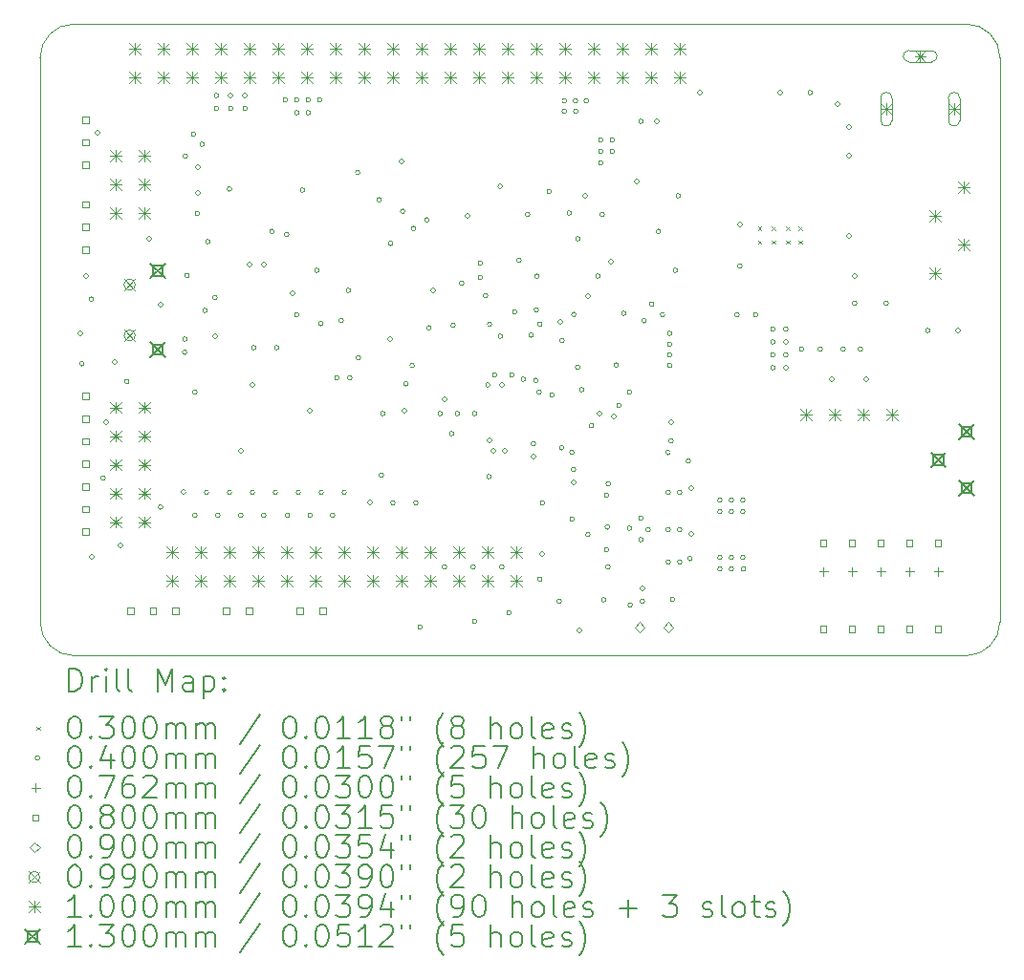
<source format=gbr>
%TF.GenerationSoftware,KiCad,Pcbnew,9.0.2*%
%TF.CreationDate,2025-06-09T18:34:15+02:00*%
%TF.ProjectId,RPI-Electronics_V2.1,5250492d-456c-4656-9374-726f6e696373,rev?*%
%TF.SameCoordinates,Original*%
%TF.FileFunction,Drillmap*%
%TF.FilePolarity,Positive*%
%FSLAX45Y45*%
G04 Gerber Fmt 4.5, Leading zero omitted, Abs format (unit mm)*
G04 Created by KiCad (PCBNEW 9.0.2) date 2025-06-09 18:34:15*
%MOMM*%
%LPD*%
G01*
G04 APERTURE LIST*
%ADD10C,0.050000*%
%ADD11C,0.200000*%
%ADD12C,0.100000*%
%ADD13C,0.130000*%
G04 APERTURE END LIST*
D10*
X13715240Y-11142100D02*
X13715240Y-6142100D01*
X13715240Y-6142100D02*
G75*
G02*
X14015240Y-5842100I300000J0D01*
G01*
X21915240Y-5842100D02*
G75*
G02*
X22215240Y-6142100I0J-300000D01*
G01*
X21915240Y-11442100D02*
X14015240Y-11442100D01*
X14015240Y-11442100D02*
G75*
G02*
X13715240Y-11142100I0J300000D01*
G01*
X22215240Y-6142100D02*
X22215240Y-11142100D01*
X22215240Y-11142100D02*
G75*
G02*
X21915240Y-11442100I-300000J0D01*
G01*
X14015240Y-5842100D02*
X21915240Y-5842100D01*
D11*
D12*
X20072700Y-7640300D02*
X20102700Y-7670300D01*
X20102700Y-7640300D02*
X20072700Y-7670300D01*
X20072700Y-7760300D02*
X20102700Y-7790300D01*
X20102700Y-7760300D02*
X20072700Y-7790300D01*
X20192700Y-7640300D02*
X20222700Y-7670300D01*
X20222700Y-7640300D02*
X20192700Y-7670300D01*
X20192700Y-7760300D02*
X20222700Y-7790300D01*
X20222700Y-7760300D02*
X20192700Y-7790300D01*
X20322700Y-7640300D02*
X20352700Y-7670300D01*
X20352700Y-7640300D02*
X20322700Y-7670300D01*
X20322700Y-7760300D02*
X20352700Y-7790300D01*
X20352700Y-7760300D02*
X20322700Y-7790300D01*
X20432700Y-7640300D02*
X20462700Y-7670300D01*
X20462700Y-7640300D02*
X20432700Y-7670300D01*
X20432700Y-7760300D02*
X20462700Y-7790300D01*
X20462700Y-7760300D02*
X20432700Y-7790300D01*
X14090840Y-8585300D02*
G75*
G02*
X14050840Y-8585300I-20000J0D01*
G01*
X14050840Y-8585300D02*
G75*
G02*
X14090840Y-8585300I20000J0D01*
G01*
X14106080Y-8854540D02*
G75*
G02*
X14066080Y-8854540I-20000J0D01*
G01*
X14066080Y-8854540D02*
G75*
G02*
X14106080Y-8854540I20000J0D01*
G01*
X14141640Y-8077300D02*
G75*
G02*
X14101640Y-8077300I-20000J0D01*
G01*
X14101640Y-8077300D02*
G75*
G02*
X14141640Y-8077300I20000J0D01*
G01*
X14188610Y-8280500D02*
G75*
G02*
X14148610Y-8280500I-20000J0D01*
G01*
X14148610Y-8280500D02*
G75*
G02*
X14188610Y-8280500I20000J0D01*
G01*
X14192440Y-10566500D02*
G75*
G02*
X14152440Y-10566500I-20000J0D01*
G01*
X14152440Y-10566500D02*
G75*
G02*
X14192440Y-10566500I20000J0D01*
G01*
X14243240Y-6807300D02*
G75*
G02*
X14203240Y-6807300I-20000J0D01*
G01*
X14203240Y-6807300D02*
G75*
G02*
X14243240Y-6807300I20000J0D01*
G01*
X14294040Y-9868000D02*
G75*
G02*
X14254040Y-9868000I-20000J0D01*
G01*
X14254040Y-9868000D02*
G75*
G02*
X14294040Y-9868000I20000J0D01*
G01*
X14319440Y-9372700D02*
G75*
G02*
X14279440Y-9372700I-20000J0D01*
G01*
X14279440Y-9372700D02*
G75*
G02*
X14319440Y-9372700I20000J0D01*
G01*
X14395640Y-8839300D02*
G75*
G02*
X14355640Y-8839300I-20000J0D01*
G01*
X14355640Y-8839300D02*
G75*
G02*
X14395640Y-8839300I20000J0D01*
G01*
X14446440Y-10464900D02*
G75*
G02*
X14406440Y-10464900I-20000J0D01*
G01*
X14406440Y-10464900D02*
G75*
G02*
X14446440Y-10464900I20000J0D01*
G01*
X14502320Y-9012020D02*
G75*
G02*
X14462320Y-9012020I-20000J0D01*
G01*
X14462320Y-9012020D02*
G75*
G02*
X14502320Y-9012020I20000J0D01*
G01*
X14700440Y-7747100D02*
G75*
G02*
X14660440Y-7747100I-20000J0D01*
G01*
X14660440Y-7747100D02*
G75*
G02*
X14700440Y-7747100I20000J0D01*
G01*
X14802040Y-8331300D02*
G75*
G02*
X14762040Y-8331300I-20000J0D01*
G01*
X14762040Y-8331300D02*
G75*
G02*
X14802040Y-8331300I20000J0D01*
G01*
X14802040Y-10124540D02*
G75*
G02*
X14762040Y-10124540I-20000J0D01*
G01*
X14762040Y-10124540D02*
G75*
G02*
X14802040Y-10124540I20000J0D01*
G01*
X15004549Y-9991020D02*
G75*
G02*
X14964549Y-9991020I-20000J0D01*
G01*
X14964549Y-9991020D02*
G75*
G02*
X15004549Y-9991020I20000J0D01*
G01*
X15015400Y-8752940D02*
G75*
G02*
X14975400Y-8752940I-20000J0D01*
G01*
X14975400Y-8752940D02*
G75*
G02*
X15015400Y-8752940I20000J0D01*
G01*
X15017940Y-8636100D02*
G75*
G02*
X14977940Y-8636100I-20000J0D01*
G01*
X14977940Y-8636100D02*
G75*
G02*
X15017940Y-8636100I20000J0D01*
G01*
X15020480Y-7015580D02*
G75*
G02*
X14980480Y-7015580I-20000J0D01*
G01*
X14980480Y-7015580D02*
G75*
G02*
X15020480Y-7015580I20000J0D01*
G01*
X15035720Y-8072220D02*
G75*
G02*
X14995720Y-8072220I-20000J0D01*
G01*
X14995720Y-8072220D02*
G75*
G02*
X15035720Y-8072220I20000J0D01*
G01*
X15094140Y-6820000D02*
G75*
G02*
X15054140Y-6820000I-20000J0D01*
G01*
X15054140Y-6820000D02*
G75*
G02*
X15094140Y-6820000I20000J0D01*
G01*
X15106840Y-9106000D02*
G75*
G02*
X15066840Y-9106000I-20000J0D01*
G01*
X15066840Y-9106000D02*
G75*
G02*
X15106840Y-9106000I20000J0D01*
G01*
X15106840Y-10198200D02*
G75*
G02*
X15066840Y-10198200I-20000J0D01*
G01*
X15066840Y-10198200D02*
G75*
G02*
X15106840Y-10198200I20000J0D01*
G01*
X15127160Y-7523580D02*
G75*
G02*
X15087160Y-7523580I-20000J0D01*
G01*
X15087160Y-7523580D02*
G75*
G02*
X15127160Y-7523580I20000J0D01*
G01*
X15132240Y-7112100D02*
G75*
G02*
X15092240Y-7112100I-20000J0D01*
G01*
X15092240Y-7112100D02*
G75*
G02*
X15132240Y-7112100I20000J0D01*
G01*
X15132240Y-7340700D02*
G75*
G02*
X15092240Y-7340700I-20000J0D01*
G01*
X15092240Y-7340700D02*
G75*
G02*
X15132240Y-7340700I20000J0D01*
G01*
X15169190Y-6908900D02*
G75*
G02*
X15129190Y-6908900I-20000J0D01*
G01*
X15129190Y-6908900D02*
G75*
G02*
X15169190Y-6908900I20000J0D01*
G01*
X15195740Y-8382100D02*
G75*
G02*
X15155740Y-8382100I-20000J0D01*
G01*
X15155740Y-8382100D02*
G75*
G02*
X15195740Y-8382100I20000J0D01*
G01*
X15209200Y-9994240D02*
G75*
G02*
X15169200Y-9994240I-20000J0D01*
G01*
X15169200Y-9994240D02*
G75*
G02*
X15209200Y-9994240I20000J0D01*
G01*
X15221140Y-7772500D02*
G75*
G02*
X15181140Y-7772500I-20000J0D01*
G01*
X15181140Y-7772500D02*
G75*
G02*
X15221140Y-7772500I20000J0D01*
G01*
X15284640Y-8267800D02*
G75*
G02*
X15244640Y-8267800I-20000J0D01*
G01*
X15244640Y-8267800D02*
G75*
G02*
X15284640Y-8267800I20000J0D01*
G01*
X15284640Y-8610700D02*
G75*
G02*
X15244640Y-8610700I-20000J0D01*
G01*
X15244640Y-8610700D02*
G75*
G02*
X15284640Y-8610700I20000J0D01*
G01*
X15297340Y-6477100D02*
G75*
G02*
X15257340Y-6477100I-20000J0D01*
G01*
X15257340Y-6477100D02*
G75*
G02*
X15297340Y-6477100I20000J0D01*
G01*
X15297340Y-6591400D02*
G75*
G02*
X15257340Y-6591400I-20000J0D01*
G01*
X15257340Y-6591400D02*
G75*
G02*
X15297340Y-6591400I20000J0D01*
G01*
X15310040Y-10198200D02*
G75*
G02*
X15270040Y-10198200I-20000J0D01*
G01*
X15270040Y-10198200D02*
G75*
G02*
X15310040Y-10198200I20000J0D01*
G01*
X15411640Y-7305140D02*
G75*
G02*
X15371640Y-7305140I-20000J0D01*
G01*
X15371640Y-7305140D02*
G75*
G02*
X15411640Y-7305140I20000J0D01*
G01*
X15412400Y-9994240D02*
G75*
G02*
X15372400Y-9994240I-20000J0D01*
G01*
X15372400Y-9994240D02*
G75*
G02*
X15412400Y-9994240I20000J0D01*
G01*
X15421800Y-6477100D02*
G75*
G02*
X15381800Y-6477100I-20000J0D01*
G01*
X15381800Y-6477100D02*
G75*
G02*
X15421800Y-6477100I20000J0D01*
G01*
X15424340Y-6591400D02*
G75*
G02*
X15384340Y-6591400I-20000J0D01*
G01*
X15384340Y-6591400D02*
G75*
G02*
X15424340Y-6591400I20000J0D01*
G01*
X15513240Y-9626700D02*
G75*
G02*
X15473240Y-9626700I-20000J0D01*
G01*
X15473240Y-9626700D02*
G75*
G02*
X15513240Y-9626700I20000J0D01*
G01*
X15513240Y-10198200D02*
G75*
G02*
X15473240Y-10198200I-20000J0D01*
G01*
X15473240Y-10198200D02*
G75*
G02*
X15513240Y-10198200I20000J0D01*
G01*
X15548800Y-6477100D02*
G75*
G02*
X15508800Y-6477100I-20000J0D01*
G01*
X15508800Y-6477100D02*
G75*
G02*
X15548800Y-6477100I20000J0D01*
G01*
X15551340Y-6591400D02*
G75*
G02*
X15511340Y-6591400I-20000J0D01*
G01*
X15511340Y-6591400D02*
G75*
G02*
X15551340Y-6591400I20000J0D01*
G01*
X15589440Y-7975700D02*
G75*
G02*
X15549440Y-7975700I-20000J0D01*
G01*
X15549440Y-7975700D02*
G75*
G02*
X15589440Y-7975700I20000J0D01*
G01*
X15614840Y-9042500D02*
G75*
G02*
X15574840Y-9042500I-20000J0D01*
G01*
X15574840Y-9042500D02*
G75*
G02*
X15614840Y-9042500I20000J0D01*
G01*
X15615600Y-9994240D02*
G75*
G02*
X15575600Y-9994240I-20000J0D01*
G01*
X15575600Y-9994240D02*
G75*
G02*
X15615600Y-9994240I20000J0D01*
G01*
X15627540Y-8712300D02*
G75*
G02*
X15587540Y-8712300I-20000J0D01*
G01*
X15587540Y-8712300D02*
G75*
G02*
X15627540Y-8712300I20000J0D01*
G01*
X15716440Y-7975700D02*
G75*
G02*
X15676440Y-7975700I-20000J0D01*
G01*
X15676440Y-7975700D02*
G75*
G02*
X15716440Y-7975700I20000J0D01*
G01*
X15716440Y-10198200D02*
G75*
G02*
X15676440Y-10198200I-20000J0D01*
G01*
X15676440Y-10198200D02*
G75*
G02*
X15716440Y-10198200I20000J0D01*
G01*
X15787560Y-7681060D02*
G75*
G02*
X15747560Y-7681060I-20000J0D01*
G01*
X15747560Y-7681060D02*
G75*
G02*
X15787560Y-7681060I20000J0D01*
G01*
X15818800Y-9994240D02*
G75*
G02*
X15778800Y-9994240I-20000J0D01*
G01*
X15778800Y-9994240D02*
G75*
G02*
X15818800Y-9994240I20000J0D01*
G01*
X15830740Y-8712300D02*
G75*
G02*
X15790740Y-8712300I-20000J0D01*
G01*
X15790740Y-8712300D02*
G75*
G02*
X15830740Y-8712300I20000J0D01*
G01*
X15906940Y-6515200D02*
G75*
G02*
X15866940Y-6515200I-20000J0D01*
G01*
X15866940Y-6515200D02*
G75*
G02*
X15906940Y-6515200I20000J0D01*
G01*
X15919640Y-7709000D02*
G75*
G02*
X15879640Y-7709000I-20000J0D01*
G01*
X15879640Y-7709000D02*
G75*
G02*
X15919640Y-7709000I20000J0D01*
G01*
X15925702Y-10198750D02*
G75*
G02*
X15885702Y-10198750I-20000J0D01*
G01*
X15885702Y-10198750D02*
G75*
G02*
X15925702Y-10198750I20000J0D01*
G01*
X15970440Y-8229700D02*
G75*
G02*
X15930440Y-8229700I-20000J0D01*
G01*
X15930440Y-8229700D02*
G75*
G02*
X15970440Y-8229700I20000J0D01*
G01*
X16008540Y-6515200D02*
G75*
G02*
X15968540Y-6515200I-20000J0D01*
G01*
X15968540Y-6515200D02*
G75*
G02*
X16008540Y-6515200I20000J0D01*
G01*
X16008540Y-6629500D02*
G75*
G02*
X15968540Y-6629500I-20000J0D01*
G01*
X15968540Y-6629500D02*
G75*
G02*
X16008540Y-6629500I20000J0D01*
G01*
X16008540Y-8420200D02*
G75*
G02*
X15968540Y-8420200I-20000J0D01*
G01*
X15968540Y-8420200D02*
G75*
G02*
X16008540Y-8420200I20000J0D01*
G01*
X16022000Y-9994240D02*
G75*
G02*
X15982000Y-9994240I-20000J0D01*
G01*
X15982000Y-9994240D02*
G75*
G02*
X16022000Y-9994240I20000J0D01*
G01*
X16059340Y-7315300D02*
G75*
G02*
X16019340Y-7315300I-20000J0D01*
G01*
X16019340Y-7315300D02*
G75*
G02*
X16059340Y-7315300I20000J0D01*
G01*
X16110140Y-6515200D02*
G75*
G02*
X16070140Y-6515200I-20000J0D01*
G01*
X16070140Y-6515200D02*
G75*
G02*
X16110140Y-6515200I20000J0D01*
G01*
X16110140Y-6629500D02*
G75*
G02*
X16070140Y-6629500I-20000J0D01*
G01*
X16070140Y-6629500D02*
G75*
G02*
X16110140Y-6629500I20000J0D01*
G01*
X16122840Y-9271100D02*
G75*
G02*
X16082840Y-9271100I-20000J0D01*
G01*
X16082840Y-9271100D02*
G75*
G02*
X16122840Y-9271100I20000J0D01*
G01*
X16126502Y-10198750D02*
G75*
G02*
X16086502Y-10198750I-20000J0D01*
G01*
X16086502Y-10198750D02*
G75*
G02*
X16126502Y-10198750I20000J0D01*
G01*
X16186340Y-8026500D02*
G75*
G02*
X16146340Y-8026500I-20000J0D01*
G01*
X16146340Y-8026500D02*
G75*
G02*
X16186340Y-8026500I20000J0D01*
G01*
X16211740Y-6515200D02*
G75*
G02*
X16171740Y-6515200I-20000J0D01*
G01*
X16171740Y-6515200D02*
G75*
G02*
X16211740Y-6515200I20000J0D01*
G01*
X16220977Y-8497650D02*
G75*
G02*
X16180977Y-8497650I-20000J0D01*
G01*
X16180977Y-8497650D02*
G75*
G02*
X16220977Y-8497650I20000J0D01*
G01*
X16225200Y-9994240D02*
G75*
G02*
X16185200Y-9994240I-20000J0D01*
G01*
X16185200Y-9994240D02*
G75*
G02*
X16225200Y-9994240I20000J0D01*
G01*
X16326040Y-10198200D02*
G75*
G02*
X16286040Y-10198200I-20000J0D01*
G01*
X16286040Y-10198200D02*
G75*
G02*
X16326040Y-10198200I20000J0D01*
G01*
X16364140Y-8979000D02*
G75*
G02*
X16324140Y-8979000I-20000J0D01*
G01*
X16324140Y-8979000D02*
G75*
G02*
X16364140Y-8979000I20000J0D01*
G01*
X16402240Y-8471000D02*
G75*
G02*
X16362240Y-8471000I-20000J0D01*
G01*
X16362240Y-8471000D02*
G75*
G02*
X16402240Y-8471000I20000J0D01*
G01*
X16428400Y-9994240D02*
G75*
G02*
X16388400Y-9994240I-20000J0D01*
G01*
X16388400Y-9994240D02*
G75*
G02*
X16428400Y-9994240I20000J0D01*
G01*
X16465740Y-8204300D02*
G75*
G02*
X16425740Y-8204300I-20000J0D01*
G01*
X16425740Y-8204300D02*
G75*
G02*
X16465740Y-8204300I20000J0D01*
G01*
X16478440Y-8979000D02*
G75*
G02*
X16438440Y-8979000I-20000J0D01*
G01*
X16438440Y-8979000D02*
G75*
G02*
X16478440Y-8979000I20000J0D01*
G01*
X16547020Y-7160360D02*
G75*
G02*
X16507020Y-7160360I-20000J0D01*
G01*
X16507020Y-7160360D02*
G75*
G02*
X16547020Y-7160360I20000J0D01*
G01*
X16554640Y-8801200D02*
G75*
G02*
X16514640Y-8801200I-20000J0D01*
G01*
X16514640Y-8801200D02*
G75*
G02*
X16554640Y-8801200I20000J0D01*
G01*
X16656240Y-10083900D02*
G75*
G02*
X16616240Y-10083900I-20000J0D01*
G01*
X16616240Y-10083900D02*
G75*
G02*
X16656240Y-10083900I20000J0D01*
G01*
X16737520Y-7401660D02*
G75*
G02*
X16697520Y-7401660I-20000J0D01*
G01*
X16697520Y-7401660D02*
G75*
G02*
X16737520Y-7401660I20000J0D01*
G01*
X16757840Y-9842600D02*
G75*
G02*
X16717840Y-9842600I-20000J0D01*
G01*
X16717840Y-9842600D02*
G75*
G02*
X16757840Y-9842600I20000J0D01*
G01*
X16770540Y-9296500D02*
G75*
G02*
X16730540Y-9296500I-20000J0D01*
G01*
X16730540Y-9296500D02*
G75*
G02*
X16770540Y-9296500I20000J0D01*
G01*
X16834040Y-8636100D02*
G75*
G02*
X16794040Y-8636100I-20000J0D01*
G01*
X16794040Y-8636100D02*
G75*
G02*
X16834040Y-8636100I20000J0D01*
G01*
X16839120Y-7787740D02*
G75*
G02*
X16799120Y-7787740I-20000J0D01*
G01*
X16799120Y-7787740D02*
G75*
G02*
X16839120Y-7787740I20000J0D01*
G01*
X16859440Y-10086440D02*
G75*
G02*
X16819440Y-10086440I-20000J0D01*
G01*
X16819440Y-10086440D02*
G75*
G02*
X16859440Y-10086440I20000J0D01*
G01*
X16935640Y-7061300D02*
G75*
G02*
X16895640Y-7061300I-20000J0D01*
G01*
X16895640Y-7061300D02*
G75*
G02*
X16935640Y-7061300I20000J0D01*
G01*
X16945800Y-7503260D02*
G75*
G02*
X16905800Y-7503260I-20000J0D01*
G01*
X16905800Y-7503260D02*
G75*
G02*
X16945800Y-7503260I20000J0D01*
G01*
X16961040Y-9271100D02*
G75*
G02*
X16921040Y-9271100I-20000J0D01*
G01*
X16921040Y-9271100D02*
G75*
G02*
X16961040Y-9271100I20000J0D01*
G01*
X16973740Y-9032340D02*
G75*
G02*
X16933740Y-9032340I-20000J0D01*
G01*
X16933740Y-9032340D02*
G75*
G02*
X16973740Y-9032340I20000J0D01*
G01*
X17029784Y-8870994D02*
G75*
G02*
X16989784Y-8870994I-20000J0D01*
G01*
X16989784Y-8870994D02*
G75*
G02*
X17029784Y-8870994I20000J0D01*
G01*
X17042320Y-7655660D02*
G75*
G02*
X17002320Y-7655660I-20000J0D01*
G01*
X17002320Y-7655660D02*
G75*
G02*
X17042320Y-7655660I20000J0D01*
G01*
X17062640Y-10086440D02*
G75*
G02*
X17022640Y-10086440I-20000J0D01*
G01*
X17022640Y-10086440D02*
G75*
G02*
X17062640Y-10086440I20000J0D01*
G01*
X17100740Y-11188800D02*
G75*
G02*
X17060740Y-11188800I-20000J0D01*
G01*
X17060740Y-11188800D02*
G75*
G02*
X17100740Y-11188800I20000J0D01*
G01*
X17159160Y-7579460D02*
G75*
G02*
X17119160Y-7579460I-20000J0D01*
G01*
X17119160Y-7579460D02*
G75*
G02*
X17159160Y-7579460I20000J0D01*
G01*
X17179480Y-8535750D02*
G75*
G02*
X17139480Y-8535750I-20000J0D01*
G01*
X17139480Y-8535750D02*
G75*
G02*
X17179480Y-8535750I20000J0D01*
G01*
X17215040Y-8204300D02*
G75*
G02*
X17175040Y-8204300I-20000J0D01*
G01*
X17175040Y-8204300D02*
G75*
G02*
X17215040Y-8204300I20000J0D01*
G01*
X17278540Y-9296500D02*
G75*
G02*
X17238540Y-9296500I-20000J0D01*
G01*
X17238540Y-9296500D02*
G75*
G02*
X17278540Y-9296500I20000J0D01*
G01*
X17316640Y-9169500D02*
G75*
G02*
X17276640Y-9169500I-20000J0D01*
G01*
X17276640Y-9169500D02*
G75*
G02*
X17316640Y-9169500I20000J0D01*
G01*
X17316640Y-10655400D02*
G75*
G02*
X17276640Y-10655400I-20000J0D01*
G01*
X17276640Y-10655400D02*
G75*
G02*
X17316640Y-10655400I20000J0D01*
G01*
X17380140Y-9474300D02*
G75*
G02*
X17340140Y-9474300I-20000J0D01*
G01*
X17340140Y-9474300D02*
G75*
G02*
X17380140Y-9474300I20000J0D01*
G01*
X17392840Y-8515430D02*
G75*
G02*
X17352840Y-8515430I-20000J0D01*
G01*
X17352840Y-8515430D02*
G75*
G02*
X17392840Y-8515430I20000J0D01*
G01*
X17430940Y-9296500D02*
G75*
G02*
X17390940Y-9296500I-20000J0D01*
G01*
X17390940Y-9296500D02*
G75*
G02*
X17430940Y-9296500I20000J0D01*
G01*
X17469040Y-8140800D02*
G75*
G02*
X17429040Y-8140800I-20000J0D01*
G01*
X17429040Y-8140800D02*
G75*
G02*
X17469040Y-8140800I20000J0D01*
G01*
X17519840Y-7543900D02*
G75*
G02*
X17479840Y-7543900I-20000J0D01*
G01*
X17479840Y-7543900D02*
G75*
G02*
X17519840Y-7543900I20000J0D01*
G01*
X17570640Y-10655400D02*
G75*
G02*
X17530640Y-10655400I-20000J0D01*
G01*
X17530640Y-10655400D02*
G75*
G02*
X17570640Y-10655400I20000J0D01*
G01*
X17583340Y-9296500D02*
G75*
G02*
X17543340Y-9296500I-20000J0D01*
G01*
X17543340Y-9296500D02*
G75*
G02*
X17583340Y-9296500I20000J0D01*
G01*
X17583340Y-11138000D02*
G75*
G02*
X17543340Y-11138000I-20000J0D01*
G01*
X17543340Y-11138000D02*
G75*
G02*
X17583340Y-11138000I20000J0D01*
G01*
X17634140Y-7963000D02*
G75*
G02*
X17594140Y-7963000I-20000J0D01*
G01*
X17594140Y-7963000D02*
G75*
G02*
X17634140Y-7963000I20000J0D01*
G01*
X17634140Y-8090000D02*
G75*
G02*
X17594140Y-8090000I-20000J0D01*
G01*
X17594140Y-8090000D02*
G75*
G02*
X17634140Y-8090000I20000J0D01*
G01*
X17679860Y-8252560D02*
G75*
G02*
X17639860Y-8252560I-20000J0D01*
G01*
X17639860Y-8252560D02*
G75*
G02*
X17679860Y-8252560I20000J0D01*
G01*
X17700150Y-9042500D02*
G75*
G02*
X17660150Y-9042500I-20000J0D01*
G01*
X17660150Y-9042500D02*
G75*
G02*
X17700150Y-9042500I20000J0D01*
G01*
X17710340Y-9855300D02*
G75*
G02*
X17670340Y-9855300I-20000J0D01*
G01*
X17670340Y-9855300D02*
G75*
G02*
X17710340Y-9855300I20000J0D01*
G01*
X17714712Y-9533378D02*
G75*
G02*
X17674712Y-9533378I-20000J0D01*
G01*
X17674712Y-9533378D02*
G75*
G02*
X17714712Y-9533378I20000J0D01*
G01*
X17714871Y-8505326D02*
G75*
G02*
X17674871Y-8505326I-20000J0D01*
G01*
X17674871Y-8505326D02*
G75*
G02*
X17714871Y-8505326I20000J0D01*
G01*
X17750090Y-9626858D02*
G75*
G02*
X17710090Y-9626858I-20000J0D01*
G01*
X17710090Y-9626858D02*
G75*
G02*
X17750090Y-9626858I20000J0D01*
G01*
X17761140Y-8953600D02*
G75*
G02*
X17721140Y-8953600I-20000J0D01*
G01*
X17721140Y-8953600D02*
G75*
G02*
X17761140Y-8953600I20000J0D01*
G01*
X17809400Y-7282280D02*
G75*
G02*
X17769400Y-7282280I-20000J0D01*
G01*
X17769400Y-7282280D02*
G75*
G02*
X17809400Y-7282280I20000J0D01*
G01*
X17811940Y-8610700D02*
G75*
G02*
X17771940Y-8610700I-20000J0D01*
G01*
X17771940Y-8610700D02*
G75*
G02*
X17811940Y-8610700I20000J0D01*
G01*
X17824640Y-9042500D02*
G75*
G02*
X17784640Y-9042500I-20000J0D01*
G01*
X17784640Y-9042500D02*
G75*
G02*
X17824640Y-9042500I20000J0D01*
G01*
X17824640Y-10655400D02*
G75*
G02*
X17784640Y-10655400I-20000J0D01*
G01*
X17784640Y-10655400D02*
G75*
G02*
X17824640Y-10655400I20000J0D01*
G01*
X17850040Y-9626700D02*
G75*
G02*
X17810040Y-9626700I-20000J0D01*
G01*
X17810040Y-9626700D02*
G75*
G02*
X17850040Y-9626700I20000J0D01*
G01*
X17888140Y-11061800D02*
G75*
G02*
X17848140Y-11061800I-20000J0D01*
G01*
X17848140Y-11061800D02*
G75*
G02*
X17888140Y-11061800I20000J0D01*
G01*
X17913540Y-8953600D02*
G75*
G02*
X17873540Y-8953600I-20000J0D01*
G01*
X17873540Y-8953600D02*
G75*
G02*
X17913540Y-8953600I20000J0D01*
G01*
X17938940Y-8394800D02*
G75*
G02*
X17898940Y-8394800I-20000J0D01*
G01*
X17898940Y-8394800D02*
G75*
G02*
X17938940Y-8394800I20000J0D01*
G01*
X17977040Y-7937600D02*
G75*
G02*
X17937040Y-7937600I-20000J0D01*
G01*
X17937040Y-7937600D02*
G75*
G02*
X17977040Y-7937600I20000J0D01*
G01*
X18015140Y-8991700D02*
G75*
G02*
X17975140Y-8991700I-20000J0D01*
G01*
X17975140Y-8991700D02*
G75*
G02*
X18015140Y-8991700I20000J0D01*
G01*
X18053240Y-7531200D02*
G75*
G02*
X18013240Y-7531200I-20000J0D01*
G01*
X18013240Y-7531200D02*
G75*
G02*
X18053240Y-7531200I20000J0D01*
G01*
X18083720Y-8600540D02*
G75*
G02*
X18043720Y-8600540I-20000J0D01*
G01*
X18043720Y-8600540D02*
G75*
G02*
X18083720Y-8600540I20000J0D01*
G01*
X18104040Y-9563200D02*
G75*
G02*
X18064040Y-9563200I-20000J0D01*
G01*
X18064040Y-9563200D02*
G75*
G02*
X18104040Y-9563200I20000J0D01*
G01*
X18104040Y-9677500D02*
G75*
G02*
X18064040Y-9677500I-20000J0D01*
G01*
X18064040Y-9677500D02*
G75*
G02*
X18104040Y-9677500I20000J0D01*
G01*
X18124360Y-9001860D02*
G75*
G02*
X18084360Y-9001860I-20000J0D01*
G01*
X18084360Y-9001860D02*
G75*
G02*
X18124360Y-9001860I20000J0D01*
G01*
X18129440Y-8377020D02*
G75*
G02*
X18089440Y-8377020I-20000J0D01*
G01*
X18089440Y-8377020D02*
G75*
G02*
X18129440Y-8377020I20000J0D01*
G01*
X18134520Y-8077300D02*
G75*
G02*
X18094520Y-8077300I-20000J0D01*
G01*
X18094520Y-8077300D02*
G75*
G02*
X18134520Y-8077300I20000J0D01*
G01*
X18154840Y-9106000D02*
G75*
G02*
X18114840Y-9106000I-20000J0D01*
G01*
X18114840Y-9106000D02*
G75*
G02*
X18154840Y-9106000I20000J0D01*
G01*
X18159920Y-8504020D02*
G75*
G02*
X18119920Y-8504020I-20000J0D01*
G01*
X18119920Y-8504020D02*
G75*
G02*
X18159920Y-8504020I20000J0D01*
G01*
X18159920Y-10764620D02*
G75*
G02*
X18119920Y-10764620I-20000J0D01*
G01*
X18119920Y-10764620D02*
G75*
G02*
X18159920Y-10764620I20000J0D01*
G01*
X18180240Y-10541100D02*
G75*
G02*
X18140240Y-10541100I-20000J0D01*
G01*
X18140240Y-10541100D02*
G75*
G02*
X18180240Y-10541100I20000J0D01*
G01*
X18183858Y-10088767D02*
G75*
G02*
X18143858Y-10088767I-20000J0D01*
G01*
X18143858Y-10088767D02*
G75*
G02*
X18183858Y-10088767I20000J0D01*
G01*
X18243740Y-7328000D02*
G75*
G02*
X18203740Y-7328000I-20000J0D01*
G01*
X18203740Y-7328000D02*
G75*
G02*
X18243740Y-7328000I20000J0D01*
G01*
X18269171Y-9131431D02*
G75*
G02*
X18229171Y-9131431I-20000J0D01*
G01*
X18229171Y-9131431D02*
G75*
G02*
X18269171Y-9131431I20000J0D01*
G01*
X18332640Y-10960200D02*
G75*
G02*
X18292640Y-10960200I-20000J0D01*
G01*
X18292640Y-10960200D02*
G75*
G02*
X18332640Y-10960200I20000J0D01*
G01*
X18342800Y-8483700D02*
G75*
G02*
X18302800Y-8483700I-20000J0D01*
G01*
X18302800Y-8483700D02*
G75*
G02*
X18342800Y-8483700I20000J0D01*
G01*
X18353235Y-9599104D02*
G75*
G02*
X18313235Y-9599104I-20000J0D01*
G01*
X18313235Y-9599104D02*
G75*
G02*
X18353235Y-9599104I20000J0D01*
G01*
X18358040Y-8648800D02*
G75*
G02*
X18318040Y-8648800I-20000J0D01*
G01*
X18318040Y-8648800D02*
G75*
G02*
X18358040Y-8648800I20000J0D01*
G01*
X18378360Y-6522820D02*
G75*
G02*
X18338360Y-6522820I-20000J0D01*
G01*
X18338360Y-6522820D02*
G75*
G02*
X18378360Y-6522820I20000J0D01*
G01*
X18378360Y-6616800D02*
G75*
G02*
X18338360Y-6616800I-20000J0D01*
G01*
X18338360Y-6616800D02*
G75*
G02*
X18378360Y-6616800I20000J0D01*
G01*
X18421540Y-7518500D02*
G75*
G02*
X18381540Y-7518500I-20000J0D01*
G01*
X18381540Y-7518500D02*
G75*
G02*
X18421540Y-7518500I20000J0D01*
G01*
X18444142Y-9640650D02*
G75*
G02*
X18404142Y-9640650I-20000J0D01*
G01*
X18404142Y-9640650D02*
G75*
G02*
X18444142Y-9640650I20000J0D01*
G01*
X18446940Y-10232550D02*
G75*
G02*
X18406940Y-10232550I-20000J0D01*
G01*
X18406940Y-10232550D02*
G75*
G02*
X18446940Y-10232550I20000J0D01*
G01*
X18459640Y-9791800D02*
G75*
G02*
X18419640Y-9791800I-20000J0D01*
G01*
X18419640Y-9791800D02*
G75*
G02*
X18459640Y-9791800I20000J0D01*
G01*
X18459640Y-9906100D02*
G75*
G02*
X18419640Y-9906100I-20000J0D01*
G01*
X18419640Y-9906100D02*
G75*
G02*
X18459640Y-9906100I20000J0D01*
G01*
X18460912Y-8417231D02*
G75*
G02*
X18420912Y-8417231I-20000J0D01*
G01*
X18420912Y-8417231D02*
G75*
G02*
X18460912Y-8417231I20000J0D01*
G01*
X18474880Y-6522820D02*
G75*
G02*
X18434880Y-6522820I-20000J0D01*
G01*
X18434880Y-6522820D02*
G75*
G02*
X18474880Y-6522820I20000J0D01*
G01*
X18479960Y-6616800D02*
G75*
G02*
X18439960Y-6616800I-20000J0D01*
G01*
X18439960Y-6616800D02*
G75*
G02*
X18479960Y-6616800I20000J0D01*
G01*
X18495200Y-8885020D02*
G75*
G02*
X18455200Y-8885020I-20000J0D01*
G01*
X18455200Y-8885020D02*
G75*
G02*
X18495200Y-8885020I20000J0D01*
G01*
X18496980Y-7747100D02*
G75*
G02*
X18456980Y-7747100I-20000J0D01*
G01*
X18456980Y-7747100D02*
G75*
G02*
X18496980Y-7747100I20000J0D01*
G01*
X18510240Y-11217100D02*
G75*
G02*
X18470240Y-11217100I-20000J0D01*
G01*
X18470240Y-11217100D02*
G75*
G02*
X18510240Y-11217100I20000J0D01*
G01*
X18531688Y-9084752D02*
G75*
G02*
X18491688Y-9084752I-20000J0D01*
G01*
X18491688Y-9084752D02*
G75*
G02*
X18531688Y-9084752I20000J0D01*
G01*
X18561240Y-7366100D02*
G75*
G02*
X18521240Y-7366100I-20000J0D01*
G01*
X18521240Y-7366100D02*
G75*
G02*
X18561240Y-7366100I20000J0D01*
G01*
X18571400Y-6522820D02*
G75*
G02*
X18531400Y-6522820I-20000J0D01*
G01*
X18531400Y-6522820D02*
G75*
G02*
X18571400Y-6522820I20000J0D01*
G01*
X18586640Y-8255100D02*
G75*
G02*
X18546640Y-8255100I-20000J0D01*
G01*
X18546640Y-8255100D02*
G75*
G02*
X18586640Y-8255100I20000J0D01*
G01*
X18586640Y-10368250D02*
G75*
G02*
X18546640Y-10368250I-20000J0D01*
G01*
X18546640Y-10368250D02*
G75*
G02*
X18586640Y-10368250I20000J0D01*
G01*
X18617120Y-9403180D02*
G75*
G02*
X18577120Y-9403180I-20000J0D01*
G01*
X18577120Y-9403180D02*
G75*
G02*
X18617120Y-9403180I20000J0D01*
G01*
X18675540Y-8077300D02*
G75*
G02*
X18635540Y-8077300I-20000J0D01*
G01*
X18635540Y-8077300D02*
G75*
G02*
X18675540Y-8077300I20000J0D01*
G01*
X18688240Y-9296500D02*
G75*
G02*
X18648240Y-9296500I-20000J0D01*
G01*
X18648240Y-9296500D02*
G75*
G02*
X18688240Y-9296500I20000J0D01*
G01*
X18700940Y-6870800D02*
G75*
G02*
X18660940Y-6870800I-20000J0D01*
G01*
X18660940Y-6870800D02*
G75*
G02*
X18700940Y-6870800I20000J0D01*
G01*
X18700940Y-6972400D02*
G75*
G02*
X18660940Y-6972400I-20000J0D01*
G01*
X18660940Y-6972400D02*
G75*
G02*
X18700940Y-6972400I20000J0D01*
G01*
X18700940Y-7074000D02*
G75*
G02*
X18660940Y-7074000I-20000J0D01*
G01*
X18660940Y-7074000D02*
G75*
G02*
X18700940Y-7074000I20000J0D01*
G01*
X18713640Y-7531200D02*
G75*
G02*
X18673640Y-7531200I-20000J0D01*
G01*
X18673640Y-7531200D02*
G75*
G02*
X18713640Y-7531200I20000J0D01*
G01*
X18726340Y-10947500D02*
G75*
G02*
X18686340Y-10947500I-20000J0D01*
G01*
X18686340Y-10947500D02*
G75*
G02*
X18726340Y-10947500I20000J0D01*
G01*
X18751740Y-10020400D02*
G75*
G02*
X18711740Y-10020400I-20000J0D01*
G01*
X18711740Y-10020400D02*
G75*
G02*
X18751740Y-10020400I20000J0D01*
G01*
X18751740Y-10503000D02*
G75*
G02*
X18711740Y-10503000I-20000J0D01*
G01*
X18711740Y-10503000D02*
G75*
G02*
X18751740Y-10503000I20000J0D01*
G01*
X18758379Y-10302043D02*
G75*
G02*
X18718379Y-10302043I-20000J0D01*
G01*
X18718379Y-10302043D02*
G75*
G02*
X18758379Y-10302043I20000J0D01*
G01*
X18764440Y-10655400D02*
G75*
G02*
X18724440Y-10655400I-20000J0D01*
G01*
X18724440Y-10655400D02*
G75*
G02*
X18764440Y-10655400I20000J0D01*
G01*
X18767590Y-9918800D02*
G75*
G02*
X18727590Y-9918800I-20000J0D01*
G01*
X18727590Y-9918800D02*
G75*
G02*
X18767590Y-9918800I20000J0D01*
G01*
X18789840Y-7950300D02*
G75*
G02*
X18749840Y-7950300I-20000J0D01*
G01*
X18749840Y-7950300D02*
G75*
G02*
X18789840Y-7950300I20000J0D01*
G01*
X18802540Y-6870800D02*
G75*
G02*
X18762540Y-6870800I-20000J0D01*
G01*
X18762540Y-6870800D02*
G75*
G02*
X18802540Y-6870800I20000J0D01*
G01*
X18802540Y-6972400D02*
G75*
G02*
X18762540Y-6972400I-20000J0D01*
G01*
X18762540Y-6972400D02*
G75*
G02*
X18802540Y-6972400I20000J0D01*
G01*
X18815240Y-9321900D02*
G75*
G02*
X18775240Y-9321900I-20000J0D01*
G01*
X18775240Y-9321900D02*
G75*
G02*
X18815240Y-9321900I20000J0D01*
G01*
X18838442Y-8865750D02*
G75*
G02*
X18798442Y-8865750I-20000J0D01*
G01*
X18798442Y-8865750D02*
G75*
G02*
X18838442Y-8865750I20000J0D01*
G01*
X18861645Y-9224696D02*
G75*
G02*
X18821645Y-9224696I-20000J0D01*
G01*
X18821645Y-9224696D02*
G75*
G02*
X18861645Y-9224696I20000J0D01*
G01*
X18904140Y-8407500D02*
G75*
G02*
X18864140Y-8407500I-20000J0D01*
G01*
X18864140Y-8407500D02*
G75*
G02*
X18904140Y-8407500I20000J0D01*
G01*
X18954940Y-9106000D02*
G75*
G02*
X18914940Y-9106000I-20000J0D01*
G01*
X18914940Y-9106000D02*
G75*
G02*
X18954940Y-9106000I20000J0D01*
G01*
X18954940Y-10312500D02*
G75*
G02*
X18914940Y-10312500I-20000J0D01*
G01*
X18914940Y-10312500D02*
G75*
G02*
X18954940Y-10312500I20000J0D01*
G01*
X18960240Y-10992100D02*
G75*
G02*
X18920240Y-10992100I-20000J0D01*
G01*
X18920240Y-10992100D02*
G75*
G02*
X18960240Y-10992100I20000J0D01*
G01*
X19018440Y-7239100D02*
G75*
G02*
X18978440Y-7239100I-20000J0D01*
G01*
X18978440Y-7239100D02*
G75*
G02*
X19018440Y-7239100I20000J0D01*
G01*
X19056540Y-6705700D02*
G75*
G02*
X19016540Y-6705700I-20000J0D01*
G01*
X19016540Y-6705700D02*
G75*
G02*
X19056540Y-6705700I20000J0D01*
G01*
X19056540Y-10223600D02*
G75*
G02*
X19016540Y-10223600I-20000J0D01*
G01*
X19016540Y-10223600D02*
G75*
G02*
X19056540Y-10223600I20000J0D01*
G01*
X19056540Y-10414100D02*
G75*
G02*
X19016540Y-10414100I-20000J0D01*
G01*
X19016540Y-10414100D02*
G75*
G02*
X19056540Y-10414100I20000J0D01*
G01*
X19069240Y-10845900D02*
G75*
G02*
X19029240Y-10845900I-20000J0D01*
G01*
X19029240Y-10845900D02*
G75*
G02*
X19069240Y-10845900I20000J0D01*
G01*
X19069240Y-10960200D02*
G75*
G02*
X19029240Y-10960200I-20000J0D01*
G01*
X19029240Y-10960200D02*
G75*
G02*
X19069240Y-10960200I20000J0D01*
G01*
X19084480Y-8473540D02*
G75*
G02*
X19044480Y-8473540I-20000J0D01*
G01*
X19044480Y-8473540D02*
G75*
G02*
X19084480Y-8473540I20000J0D01*
G01*
X19120040Y-10325200D02*
G75*
G02*
X19080040Y-10325200I-20000J0D01*
G01*
X19080040Y-10325200D02*
G75*
G02*
X19120040Y-10325200I20000J0D01*
G01*
X19150520Y-8326220D02*
G75*
G02*
X19110520Y-8326220I-20000J0D01*
G01*
X19110520Y-8326220D02*
G75*
G02*
X19150520Y-8326220I20000J0D01*
G01*
X19196240Y-6705700D02*
G75*
G02*
X19156240Y-6705700I-20000J0D01*
G01*
X19156240Y-6705700D02*
G75*
G02*
X19196240Y-6705700I20000J0D01*
G01*
X19211480Y-7681060D02*
G75*
G02*
X19171480Y-7681060I-20000J0D01*
G01*
X19171480Y-7681060D02*
G75*
G02*
X19211480Y-7681060I20000J0D01*
G01*
X19247040Y-8417660D02*
G75*
G02*
X19207040Y-8417660I-20000J0D01*
G01*
X19207040Y-8417660D02*
G75*
G02*
X19247040Y-8417660I20000J0D01*
G01*
X19296590Y-9642178D02*
G75*
G02*
X19256590Y-9642178I-20000J0D01*
G01*
X19256590Y-9642178D02*
G75*
G02*
X19296590Y-9642178I20000J0D01*
G01*
X19297840Y-9995000D02*
G75*
G02*
X19257840Y-9995000I-20000J0D01*
G01*
X19257840Y-9995000D02*
G75*
G02*
X19297840Y-9995000I20000J0D01*
G01*
X19297840Y-10325200D02*
G75*
G02*
X19257840Y-10325200I-20000J0D01*
G01*
X19257840Y-10325200D02*
G75*
G02*
X19297840Y-10325200I20000J0D01*
G01*
X19297840Y-10612220D02*
G75*
G02*
X19257840Y-10612220I-20000J0D01*
G01*
X19257840Y-10612220D02*
G75*
G02*
X19297840Y-10612220I20000J0D01*
G01*
X19310540Y-8585300D02*
G75*
G02*
X19270540Y-8585300I-20000J0D01*
G01*
X19270540Y-8585300D02*
G75*
G02*
X19310540Y-8585300I20000J0D01*
G01*
X19310540Y-8681820D02*
G75*
G02*
X19270540Y-8681820I-20000J0D01*
G01*
X19270540Y-8681820D02*
G75*
G02*
X19310540Y-8681820I20000J0D01*
G01*
X19310540Y-8775800D02*
G75*
G02*
X19270540Y-8775800I-20000J0D01*
G01*
X19270540Y-8775800D02*
G75*
G02*
X19310540Y-8775800I20000J0D01*
G01*
X19310540Y-8869780D02*
G75*
G02*
X19270540Y-8869780I-20000J0D01*
G01*
X19270540Y-8869780D02*
G75*
G02*
X19310540Y-8869780I20000J0D01*
G01*
X19323240Y-9372700D02*
G75*
G02*
X19283240Y-9372700I-20000J0D01*
G01*
X19283240Y-9372700D02*
G75*
G02*
X19323240Y-9372700I20000J0D01*
G01*
X19323240Y-9537800D02*
G75*
G02*
X19283240Y-9537800I-20000J0D01*
G01*
X19283240Y-9537800D02*
G75*
G02*
X19323240Y-9537800I20000J0D01*
G01*
X19335240Y-10942100D02*
G75*
G02*
X19295240Y-10942100I-20000J0D01*
G01*
X19295240Y-10942100D02*
G75*
G02*
X19335240Y-10942100I20000J0D01*
G01*
X19361340Y-8026500D02*
G75*
G02*
X19321340Y-8026500I-20000J0D01*
G01*
X19321340Y-8026500D02*
G75*
G02*
X19361340Y-8026500I20000J0D01*
G01*
X19386740Y-7366100D02*
G75*
G02*
X19346740Y-7366100I-20000J0D01*
G01*
X19346740Y-7366100D02*
G75*
G02*
X19386740Y-7366100I20000J0D01*
G01*
X19399440Y-9995000D02*
G75*
G02*
X19359440Y-9995000I-20000J0D01*
G01*
X19359440Y-9995000D02*
G75*
G02*
X19399440Y-9995000I20000J0D01*
G01*
X19399440Y-10325200D02*
G75*
G02*
X19359440Y-10325200I-20000J0D01*
G01*
X19359440Y-10325200D02*
G75*
G02*
X19399440Y-10325200I20000J0D01*
G01*
X19399440Y-10612220D02*
G75*
G02*
X19359440Y-10612220I-20000J0D01*
G01*
X19359440Y-10612220D02*
G75*
G02*
X19399440Y-10612220I20000J0D01*
G01*
X19475640Y-9717128D02*
G75*
G02*
X19435640Y-9717128I-20000J0D01*
G01*
X19435640Y-9717128D02*
G75*
G02*
X19475640Y-9717128I20000J0D01*
G01*
X19490880Y-10581740D02*
G75*
G02*
X19450880Y-10581740I-20000J0D01*
G01*
X19450880Y-10581740D02*
G75*
G02*
X19490880Y-10581740I20000J0D01*
G01*
X19501040Y-9956900D02*
G75*
G02*
X19461040Y-9956900I-20000J0D01*
G01*
X19461040Y-9956900D02*
G75*
G02*
X19501040Y-9956900I20000J0D01*
G01*
X19501040Y-10363300D02*
G75*
G02*
X19461040Y-10363300I-20000J0D01*
G01*
X19461040Y-10363300D02*
G75*
G02*
X19501040Y-10363300I20000J0D01*
G01*
X19577240Y-6451700D02*
G75*
G02*
X19537240Y-6451700I-20000J0D01*
G01*
X19537240Y-6451700D02*
G75*
G02*
X19577240Y-6451700I20000J0D01*
G01*
X19755040Y-10063580D02*
G75*
G02*
X19715040Y-10063580I-20000J0D01*
G01*
X19715040Y-10063580D02*
G75*
G02*
X19755040Y-10063580I20000J0D01*
G01*
X19755040Y-10165180D02*
G75*
G02*
X19715040Y-10165180I-20000J0D01*
G01*
X19715040Y-10165180D02*
G75*
G02*
X19755040Y-10165180I20000J0D01*
G01*
X19755040Y-10571580D02*
G75*
G02*
X19715040Y-10571580I-20000J0D01*
G01*
X19715040Y-10571580D02*
G75*
G02*
X19755040Y-10571580I20000J0D01*
G01*
X19755040Y-10673180D02*
G75*
G02*
X19715040Y-10673180I-20000J0D01*
G01*
X19715040Y-10673180D02*
G75*
G02*
X19755040Y-10673180I20000J0D01*
G01*
X19856640Y-10063580D02*
G75*
G02*
X19816640Y-10063580I-20000J0D01*
G01*
X19816640Y-10063580D02*
G75*
G02*
X19856640Y-10063580I20000J0D01*
G01*
X19856640Y-10165180D02*
G75*
G02*
X19816640Y-10165180I-20000J0D01*
G01*
X19816640Y-10165180D02*
G75*
G02*
X19856640Y-10165180I20000J0D01*
G01*
X19856640Y-10571580D02*
G75*
G02*
X19816640Y-10571580I-20000J0D01*
G01*
X19816640Y-10571580D02*
G75*
G02*
X19856640Y-10571580I20000J0D01*
G01*
X19856640Y-10673180D02*
G75*
G02*
X19816640Y-10673180I-20000J0D01*
G01*
X19816640Y-10673180D02*
G75*
G02*
X19856640Y-10673180I20000J0D01*
G01*
X19907440Y-8420200D02*
G75*
G02*
X19867440Y-8420200I-20000J0D01*
G01*
X19867440Y-8420200D02*
G75*
G02*
X19907440Y-8420200I20000J0D01*
G01*
X19932840Y-7620100D02*
G75*
G02*
X19892840Y-7620100I-20000J0D01*
G01*
X19892840Y-7620100D02*
G75*
G02*
X19932840Y-7620100I20000J0D01*
G01*
X19932840Y-7988400D02*
G75*
G02*
X19892840Y-7988400I-20000J0D01*
G01*
X19892840Y-7988400D02*
G75*
G02*
X19932840Y-7988400I20000J0D01*
G01*
X19958240Y-10063580D02*
G75*
G02*
X19918240Y-10063580I-20000J0D01*
G01*
X19918240Y-10063580D02*
G75*
G02*
X19958240Y-10063580I20000J0D01*
G01*
X19958240Y-10165180D02*
G75*
G02*
X19918240Y-10165180I-20000J0D01*
G01*
X19918240Y-10165180D02*
G75*
G02*
X19958240Y-10165180I20000J0D01*
G01*
X19958240Y-10571580D02*
G75*
G02*
X19918240Y-10571580I-20000J0D01*
G01*
X19918240Y-10571580D02*
G75*
G02*
X19958240Y-10571580I20000J0D01*
G01*
X19963320Y-10673180D02*
G75*
G02*
X19923320Y-10673180I-20000J0D01*
G01*
X19923320Y-10673180D02*
G75*
G02*
X19963320Y-10673180I20000J0D01*
G01*
X20072540Y-8420200D02*
G75*
G02*
X20032540Y-8420200I-20000J0D01*
G01*
X20032540Y-8420200D02*
G75*
G02*
X20072540Y-8420200I20000J0D01*
G01*
X20224940Y-8547200D02*
G75*
G02*
X20184940Y-8547200I-20000J0D01*
G01*
X20184940Y-8547200D02*
G75*
G02*
X20224940Y-8547200I20000J0D01*
G01*
X20224940Y-8661500D02*
G75*
G02*
X20184940Y-8661500I-20000J0D01*
G01*
X20184940Y-8661500D02*
G75*
G02*
X20224940Y-8661500I20000J0D01*
G01*
X20224940Y-8775800D02*
G75*
G02*
X20184940Y-8775800I-20000J0D01*
G01*
X20184940Y-8775800D02*
G75*
G02*
X20224940Y-8775800I20000J0D01*
G01*
X20224940Y-8890100D02*
G75*
G02*
X20184940Y-8890100I-20000J0D01*
G01*
X20184940Y-8890100D02*
G75*
G02*
X20224940Y-8890100I20000J0D01*
G01*
X20288440Y-6451700D02*
G75*
G02*
X20248440Y-6451700I-20000J0D01*
G01*
X20248440Y-6451700D02*
G75*
G02*
X20288440Y-6451700I20000J0D01*
G01*
X20339240Y-8547200D02*
G75*
G02*
X20299240Y-8547200I-20000J0D01*
G01*
X20299240Y-8547200D02*
G75*
G02*
X20339240Y-8547200I20000J0D01*
G01*
X20339240Y-8661500D02*
G75*
G02*
X20299240Y-8661500I-20000J0D01*
G01*
X20299240Y-8661500D02*
G75*
G02*
X20339240Y-8661500I20000J0D01*
G01*
X20339240Y-8775800D02*
G75*
G02*
X20299240Y-8775800I-20000J0D01*
G01*
X20299240Y-8775800D02*
G75*
G02*
X20339240Y-8775800I20000J0D01*
G01*
X20339240Y-8890100D02*
G75*
G02*
X20299240Y-8890100I-20000J0D01*
G01*
X20299240Y-8890100D02*
G75*
G02*
X20339240Y-8890100I20000J0D01*
G01*
X20478940Y-8725000D02*
G75*
G02*
X20438940Y-8725000I-20000J0D01*
G01*
X20438940Y-8725000D02*
G75*
G02*
X20478940Y-8725000I20000J0D01*
G01*
X20555140Y-6451700D02*
G75*
G02*
X20515140Y-6451700I-20000J0D01*
G01*
X20515140Y-6451700D02*
G75*
G02*
X20555140Y-6451700I20000J0D01*
G01*
X20644040Y-8725000D02*
G75*
G02*
X20604040Y-8725000I-20000J0D01*
G01*
X20604040Y-8725000D02*
G75*
G02*
X20644040Y-8725000I20000J0D01*
G01*
X20745640Y-8991700D02*
G75*
G02*
X20705640Y-8991700I-20000J0D01*
G01*
X20705640Y-8991700D02*
G75*
G02*
X20745640Y-8991700I20000J0D01*
G01*
X20796440Y-6553300D02*
G75*
G02*
X20756440Y-6553300I-20000J0D01*
G01*
X20756440Y-6553300D02*
G75*
G02*
X20796440Y-6553300I20000J0D01*
G01*
X20847240Y-8725000D02*
G75*
G02*
X20807240Y-8725000I-20000J0D01*
G01*
X20807240Y-8725000D02*
G75*
G02*
X20847240Y-8725000I20000J0D01*
G01*
X20898040Y-6756500D02*
G75*
G02*
X20858040Y-6756500I-20000J0D01*
G01*
X20858040Y-6756500D02*
G75*
G02*
X20898040Y-6756500I20000J0D01*
G01*
X20898040Y-7010500D02*
G75*
G02*
X20858040Y-7010500I-20000J0D01*
G01*
X20858040Y-7010500D02*
G75*
G02*
X20898040Y-7010500I20000J0D01*
G01*
X20898040Y-7721700D02*
G75*
G02*
X20858040Y-7721700I-20000J0D01*
G01*
X20858040Y-7721700D02*
G75*
G02*
X20898040Y-7721700I20000J0D01*
G01*
X20948840Y-8077300D02*
G75*
G02*
X20908840Y-8077300I-20000J0D01*
G01*
X20908840Y-8077300D02*
G75*
G02*
X20948840Y-8077300I20000J0D01*
G01*
X20948840Y-8318600D02*
G75*
G02*
X20908840Y-8318600I-20000J0D01*
G01*
X20908840Y-8318600D02*
G75*
G02*
X20948840Y-8318600I20000J0D01*
G01*
X20999640Y-8725000D02*
G75*
G02*
X20959640Y-8725000I-20000J0D01*
G01*
X20959640Y-8725000D02*
G75*
G02*
X20999640Y-8725000I20000J0D01*
G01*
X21050440Y-8991700D02*
G75*
G02*
X21010440Y-8991700I-20000J0D01*
G01*
X21010440Y-8991700D02*
G75*
G02*
X21050440Y-8991700I20000J0D01*
G01*
X21228240Y-8318600D02*
G75*
G02*
X21188240Y-8318600I-20000J0D01*
G01*
X21188240Y-8318600D02*
G75*
G02*
X21228240Y-8318600I20000J0D01*
G01*
X21596540Y-8559900D02*
G75*
G02*
X21556540Y-8559900I-20000J0D01*
G01*
X21556540Y-8559900D02*
G75*
G02*
X21596540Y-8559900I20000J0D01*
G01*
X21863240Y-8559900D02*
G75*
G02*
X21823240Y-8559900I-20000J0D01*
G01*
X21823240Y-8559900D02*
G75*
G02*
X21863240Y-8559900I20000J0D01*
G01*
X20649940Y-10658400D02*
X20649940Y-10734600D01*
X20611840Y-10696500D02*
X20688040Y-10696500D01*
X20903940Y-10658400D02*
X20903940Y-10734600D01*
X20865840Y-10696500D02*
X20942040Y-10696500D01*
X21157940Y-10658400D02*
X21157940Y-10734600D01*
X21119840Y-10696500D02*
X21196040Y-10696500D01*
X21411940Y-10658400D02*
X21411940Y-10734600D01*
X21373840Y-10696500D02*
X21450040Y-10696500D01*
X21665940Y-10658400D02*
X21665940Y-10734600D01*
X21627840Y-10696500D02*
X21704040Y-10696500D01*
X14143524Y-6720384D02*
X14143524Y-6663815D01*
X14086955Y-6663815D01*
X14086955Y-6720384D01*
X14143524Y-6720384D01*
X14143524Y-6920384D02*
X14143524Y-6863815D01*
X14086955Y-6863815D01*
X14086955Y-6920384D01*
X14143524Y-6920384D01*
X14143524Y-7120384D02*
X14143524Y-7063815D01*
X14086955Y-7063815D01*
X14086955Y-7120384D01*
X14143524Y-7120384D01*
X14143524Y-7470384D02*
X14143524Y-7413815D01*
X14086955Y-7413815D01*
X14086955Y-7470384D01*
X14143524Y-7470384D01*
X14143524Y-7670384D02*
X14143524Y-7613815D01*
X14086955Y-7613815D01*
X14086955Y-7670384D01*
X14143524Y-7670384D01*
X14143524Y-7870384D02*
X14143524Y-7813815D01*
X14086955Y-7813815D01*
X14086955Y-7870384D01*
X14143524Y-7870384D01*
X14143524Y-9170385D02*
X14143524Y-9113816D01*
X14086955Y-9113816D01*
X14086955Y-9170385D01*
X14143524Y-9170385D01*
X14143524Y-9370385D02*
X14143524Y-9313816D01*
X14086955Y-9313816D01*
X14086955Y-9370385D01*
X14143524Y-9370385D01*
X14143524Y-9570385D02*
X14143524Y-9513816D01*
X14086955Y-9513816D01*
X14086955Y-9570385D01*
X14143524Y-9570385D01*
X14143524Y-9770385D02*
X14143524Y-9713816D01*
X14086955Y-9713816D01*
X14086955Y-9770385D01*
X14143524Y-9770385D01*
X14143524Y-9970385D02*
X14143524Y-9913816D01*
X14086955Y-9913816D01*
X14086955Y-9970385D01*
X14143524Y-9970385D01*
X14143524Y-10170385D02*
X14143524Y-10113816D01*
X14086955Y-10113816D01*
X14086955Y-10170385D01*
X14143524Y-10170385D01*
X14143524Y-10370385D02*
X14143524Y-10313816D01*
X14086955Y-10313816D01*
X14086955Y-10370385D01*
X14143524Y-10370385D01*
X14543524Y-11070385D02*
X14543524Y-11013816D01*
X14486955Y-11013816D01*
X14486955Y-11070385D01*
X14543524Y-11070385D01*
X14743524Y-11070385D02*
X14743524Y-11013816D01*
X14686955Y-11013816D01*
X14686955Y-11070385D01*
X14743524Y-11070385D01*
X14943524Y-11070385D02*
X14943524Y-11013816D01*
X14886955Y-11013816D01*
X14886955Y-11070385D01*
X14943524Y-11070385D01*
X15393524Y-11070385D02*
X15393524Y-11013816D01*
X15336955Y-11013816D01*
X15336955Y-11070385D01*
X15393524Y-11070385D01*
X15593524Y-11070385D02*
X15593524Y-11013816D01*
X15536955Y-11013816D01*
X15536955Y-11070385D01*
X15593524Y-11070385D01*
X16043524Y-11070385D02*
X16043524Y-11013816D01*
X15986955Y-11013816D01*
X15986955Y-11070385D01*
X16043524Y-11070385D01*
X16243524Y-11070385D02*
X16243524Y-11013816D01*
X16186955Y-11013816D01*
X16186955Y-11070385D01*
X16243524Y-11070385D01*
X20678225Y-10470785D02*
X20678225Y-10414216D01*
X20621656Y-10414216D01*
X20621656Y-10470785D01*
X20678225Y-10470785D01*
X20678225Y-11232784D02*
X20678225Y-11176216D01*
X20621656Y-11176216D01*
X20621656Y-11232784D01*
X20678225Y-11232784D01*
X20932225Y-10470785D02*
X20932225Y-10414216D01*
X20875656Y-10414216D01*
X20875656Y-10470785D01*
X20932225Y-10470785D01*
X20932225Y-11232784D02*
X20932225Y-11176216D01*
X20875656Y-11176216D01*
X20875656Y-11232784D01*
X20932225Y-11232784D01*
X21186225Y-10470785D02*
X21186225Y-10414216D01*
X21129656Y-10414216D01*
X21129656Y-10470785D01*
X21186225Y-10470785D01*
X21186225Y-11232784D02*
X21186225Y-11176216D01*
X21129656Y-11176216D01*
X21129656Y-11232784D01*
X21186225Y-11232784D01*
X21440225Y-10470785D02*
X21440225Y-10414216D01*
X21383656Y-10414216D01*
X21383656Y-10470785D01*
X21440225Y-10470785D01*
X21440225Y-11232784D02*
X21440225Y-11176216D01*
X21383656Y-11176216D01*
X21383656Y-11232784D01*
X21440225Y-11232784D01*
X21694225Y-10470785D02*
X21694225Y-10414216D01*
X21637656Y-10414216D01*
X21637656Y-10470785D01*
X21694225Y-10470785D01*
X21694225Y-11232784D02*
X21694225Y-11176216D01*
X21637656Y-11176216D01*
X21637656Y-11232784D01*
X21694225Y-11232784D01*
X19024340Y-11233800D02*
X19069340Y-11188800D01*
X19024340Y-11143800D01*
X18979340Y-11188800D01*
X19024340Y-11233800D01*
X19278340Y-11233800D02*
X19323340Y-11188800D01*
X19278340Y-11143800D01*
X19233340Y-11188800D01*
X19278340Y-11233800D01*
X14458890Y-8104000D02*
X14557890Y-8203000D01*
X14557890Y-8104000D02*
X14458890Y-8203000D01*
X14557890Y-8153500D02*
G75*
G02*
X14458890Y-8153500I-49500J0D01*
G01*
X14458890Y-8153500D02*
G75*
G02*
X14557890Y-8153500I49500J0D01*
G01*
X14458890Y-8554000D02*
X14557890Y-8653000D01*
X14557890Y-8554000D02*
X14458890Y-8653000D01*
X14557890Y-8603500D02*
G75*
G02*
X14458890Y-8603500I-49500J0D01*
G01*
X14458890Y-8603500D02*
G75*
G02*
X14557890Y-8603500I49500J0D01*
G01*
X14331240Y-6962100D02*
X14431240Y-7062100D01*
X14431240Y-6962100D02*
X14331240Y-7062100D01*
X14381240Y-6962100D02*
X14381240Y-7062100D01*
X14331240Y-7012100D02*
X14431240Y-7012100D01*
X14331240Y-7216100D02*
X14431240Y-7316100D01*
X14431240Y-7216100D02*
X14331240Y-7316100D01*
X14381240Y-7216100D02*
X14381240Y-7316100D01*
X14331240Y-7266100D02*
X14431240Y-7266100D01*
X14331240Y-7470100D02*
X14431240Y-7570100D01*
X14431240Y-7470100D02*
X14331240Y-7570100D01*
X14381240Y-7470100D02*
X14381240Y-7570100D01*
X14331240Y-7520100D02*
X14431240Y-7520100D01*
X14331240Y-9192100D02*
X14431240Y-9292100D01*
X14431240Y-9192100D02*
X14331240Y-9292100D01*
X14381240Y-9192100D02*
X14381240Y-9292100D01*
X14331240Y-9242100D02*
X14431240Y-9242100D01*
X14331240Y-9446100D02*
X14431240Y-9546100D01*
X14431240Y-9446100D02*
X14331240Y-9546100D01*
X14381240Y-9446100D02*
X14381240Y-9546100D01*
X14331240Y-9496100D02*
X14431240Y-9496100D01*
X14331240Y-9700100D02*
X14431240Y-9800100D01*
X14431240Y-9700100D02*
X14331240Y-9800100D01*
X14381240Y-9700100D02*
X14381240Y-9800100D01*
X14331240Y-9750100D02*
X14431240Y-9750100D01*
X14331240Y-9954100D02*
X14431240Y-10054100D01*
X14431240Y-9954100D02*
X14331240Y-10054100D01*
X14381240Y-9954100D02*
X14381240Y-10054100D01*
X14331240Y-10004100D02*
X14431240Y-10004100D01*
X14331240Y-10208100D02*
X14431240Y-10308100D01*
X14431240Y-10208100D02*
X14331240Y-10308100D01*
X14381240Y-10208100D02*
X14381240Y-10308100D01*
X14331240Y-10258100D02*
X14431240Y-10258100D01*
X14502240Y-6015100D02*
X14602240Y-6115100D01*
X14602240Y-6015100D02*
X14502240Y-6115100D01*
X14552240Y-6015100D02*
X14552240Y-6115100D01*
X14502240Y-6065100D02*
X14602240Y-6065100D01*
X14502240Y-6269100D02*
X14602240Y-6369100D01*
X14602240Y-6269100D02*
X14502240Y-6369100D01*
X14552240Y-6269100D02*
X14552240Y-6369100D01*
X14502240Y-6319100D02*
X14602240Y-6319100D01*
X14585240Y-6962100D02*
X14685240Y-7062100D01*
X14685240Y-6962100D02*
X14585240Y-7062100D01*
X14635240Y-6962100D02*
X14635240Y-7062100D01*
X14585240Y-7012100D02*
X14685240Y-7012100D01*
X14585240Y-7216100D02*
X14685240Y-7316100D01*
X14685240Y-7216100D02*
X14585240Y-7316100D01*
X14635240Y-7216100D02*
X14635240Y-7316100D01*
X14585240Y-7266100D02*
X14685240Y-7266100D01*
X14585240Y-7470100D02*
X14685240Y-7570100D01*
X14685240Y-7470100D02*
X14585240Y-7570100D01*
X14635240Y-7470100D02*
X14635240Y-7570100D01*
X14585240Y-7520100D02*
X14685240Y-7520100D01*
X14585240Y-9192100D02*
X14685240Y-9292100D01*
X14685240Y-9192100D02*
X14585240Y-9292100D01*
X14635240Y-9192100D02*
X14635240Y-9292100D01*
X14585240Y-9242100D02*
X14685240Y-9242100D01*
X14585240Y-9446100D02*
X14685240Y-9546100D01*
X14685240Y-9446100D02*
X14585240Y-9546100D01*
X14635240Y-9446100D02*
X14635240Y-9546100D01*
X14585240Y-9496100D02*
X14685240Y-9496100D01*
X14585240Y-9700100D02*
X14685240Y-9800100D01*
X14685240Y-9700100D02*
X14585240Y-9800100D01*
X14635240Y-9700100D02*
X14635240Y-9800100D01*
X14585240Y-9750100D02*
X14685240Y-9750100D01*
X14585240Y-9954100D02*
X14685240Y-10054100D01*
X14685240Y-9954100D02*
X14585240Y-10054100D01*
X14635240Y-9954100D02*
X14635240Y-10054100D01*
X14585240Y-10004100D02*
X14685240Y-10004100D01*
X14585240Y-10208100D02*
X14685240Y-10308100D01*
X14685240Y-10208100D02*
X14585240Y-10308100D01*
X14635240Y-10208100D02*
X14635240Y-10308100D01*
X14585240Y-10258100D02*
X14685240Y-10258100D01*
X14756240Y-6015100D02*
X14856240Y-6115100D01*
X14856240Y-6015100D02*
X14756240Y-6115100D01*
X14806240Y-6015100D02*
X14806240Y-6115100D01*
X14756240Y-6065100D02*
X14856240Y-6065100D01*
X14756240Y-6269100D02*
X14856240Y-6369100D01*
X14856240Y-6269100D02*
X14756240Y-6369100D01*
X14806240Y-6269100D02*
X14806240Y-6369100D01*
X14756240Y-6319100D02*
X14856240Y-6319100D01*
X14835240Y-10472100D02*
X14935240Y-10572100D01*
X14935240Y-10472100D02*
X14835240Y-10572100D01*
X14885240Y-10472100D02*
X14885240Y-10572100D01*
X14835240Y-10522100D02*
X14935240Y-10522100D01*
X14835240Y-10726100D02*
X14935240Y-10826100D01*
X14935240Y-10726100D02*
X14835240Y-10826100D01*
X14885240Y-10726100D02*
X14885240Y-10826100D01*
X14835240Y-10776100D02*
X14935240Y-10776100D01*
X15010240Y-6015100D02*
X15110240Y-6115100D01*
X15110240Y-6015100D02*
X15010240Y-6115100D01*
X15060240Y-6015100D02*
X15060240Y-6115100D01*
X15010240Y-6065100D02*
X15110240Y-6065100D01*
X15010240Y-6269100D02*
X15110240Y-6369100D01*
X15110240Y-6269100D02*
X15010240Y-6369100D01*
X15060240Y-6269100D02*
X15060240Y-6369100D01*
X15010240Y-6319100D02*
X15110240Y-6319100D01*
X15089240Y-10472100D02*
X15189240Y-10572100D01*
X15189240Y-10472100D02*
X15089240Y-10572100D01*
X15139240Y-10472100D02*
X15139240Y-10572100D01*
X15089240Y-10522100D02*
X15189240Y-10522100D01*
X15089240Y-10726100D02*
X15189240Y-10826100D01*
X15189240Y-10726100D02*
X15089240Y-10826100D01*
X15139240Y-10726100D02*
X15139240Y-10826100D01*
X15089240Y-10776100D02*
X15189240Y-10776100D01*
X15264240Y-6015100D02*
X15364240Y-6115100D01*
X15364240Y-6015100D02*
X15264240Y-6115100D01*
X15314240Y-6015100D02*
X15314240Y-6115100D01*
X15264240Y-6065100D02*
X15364240Y-6065100D01*
X15264240Y-6269100D02*
X15364240Y-6369100D01*
X15364240Y-6269100D02*
X15264240Y-6369100D01*
X15314240Y-6269100D02*
X15314240Y-6369100D01*
X15264240Y-6319100D02*
X15364240Y-6319100D01*
X15343240Y-10472100D02*
X15443240Y-10572100D01*
X15443240Y-10472100D02*
X15343240Y-10572100D01*
X15393240Y-10472100D02*
X15393240Y-10572100D01*
X15343240Y-10522100D02*
X15443240Y-10522100D01*
X15343240Y-10726100D02*
X15443240Y-10826100D01*
X15443240Y-10726100D02*
X15343240Y-10826100D01*
X15393240Y-10726100D02*
X15393240Y-10826100D01*
X15343240Y-10776100D02*
X15443240Y-10776100D01*
X15518240Y-6015100D02*
X15618240Y-6115100D01*
X15618240Y-6015100D02*
X15518240Y-6115100D01*
X15568240Y-6015100D02*
X15568240Y-6115100D01*
X15518240Y-6065100D02*
X15618240Y-6065100D01*
X15518240Y-6269100D02*
X15618240Y-6369100D01*
X15618240Y-6269100D02*
X15518240Y-6369100D01*
X15568240Y-6269100D02*
X15568240Y-6369100D01*
X15518240Y-6319100D02*
X15618240Y-6319100D01*
X15597240Y-10472100D02*
X15697240Y-10572100D01*
X15697240Y-10472100D02*
X15597240Y-10572100D01*
X15647240Y-10472100D02*
X15647240Y-10572100D01*
X15597240Y-10522100D02*
X15697240Y-10522100D01*
X15597240Y-10726100D02*
X15697240Y-10826100D01*
X15697240Y-10726100D02*
X15597240Y-10826100D01*
X15647240Y-10726100D02*
X15647240Y-10826100D01*
X15597240Y-10776100D02*
X15697240Y-10776100D01*
X15772240Y-6015100D02*
X15872240Y-6115100D01*
X15872240Y-6015100D02*
X15772240Y-6115100D01*
X15822240Y-6015100D02*
X15822240Y-6115100D01*
X15772240Y-6065100D02*
X15872240Y-6065100D01*
X15772240Y-6269100D02*
X15872240Y-6369100D01*
X15872240Y-6269100D02*
X15772240Y-6369100D01*
X15822240Y-6269100D02*
X15822240Y-6369100D01*
X15772240Y-6319100D02*
X15872240Y-6319100D01*
X15851240Y-10472100D02*
X15951240Y-10572100D01*
X15951240Y-10472100D02*
X15851240Y-10572100D01*
X15901240Y-10472100D02*
X15901240Y-10572100D01*
X15851240Y-10522100D02*
X15951240Y-10522100D01*
X15851240Y-10726100D02*
X15951240Y-10826100D01*
X15951240Y-10726100D02*
X15851240Y-10826100D01*
X15901240Y-10726100D02*
X15901240Y-10826100D01*
X15851240Y-10776100D02*
X15951240Y-10776100D01*
X16026240Y-6015100D02*
X16126240Y-6115100D01*
X16126240Y-6015100D02*
X16026240Y-6115100D01*
X16076240Y-6015100D02*
X16076240Y-6115100D01*
X16026240Y-6065100D02*
X16126240Y-6065100D01*
X16026240Y-6269100D02*
X16126240Y-6369100D01*
X16126240Y-6269100D02*
X16026240Y-6369100D01*
X16076240Y-6269100D02*
X16076240Y-6369100D01*
X16026240Y-6319100D02*
X16126240Y-6319100D01*
X16105240Y-10472100D02*
X16205240Y-10572100D01*
X16205240Y-10472100D02*
X16105240Y-10572100D01*
X16155240Y-10472100D02*
X16155240Y-10572100D01*
X16105240Y-10522100D02*
X16205240Y-10522100D01*
X16105240Y-10726100D02*
X16205240Y-10826100D01*
X16205240Y-10726100D02*
X16105240Y-10826100D01*
X16155240Y-10726100D02*
X16155240Y-10826100D01*
X16105240Y-10776100D02*
X16205240Y-10776100D01*
X16280240Y-6015100D02*
X16380240Y-6115100D01*
X16380240Y-6015100D02*
X16280240Y-6115100D01*
X16330240Y-6015100D02*
X16330240Y-6115100D01*
X16280240Y-6065100D02*
X16380240Y-6065100D01*
X16280240Y-6269100D02*
X16380240Y-6369100D01*
X16380240Y-6269100D02*
X16280240Y-6369100D01*
X16330240Y-6269100D02*
X16330240Y-6369100D01*
X16280240Y-6319100D02*
X16380240Y-6319100D01*
X16359240Y-10472100D02*
X16459240Y-10572100D01*
X16459240Y-10472100D02*
X16359240Y-10572100D01*
X16409240Y-10472100D02*
X16409240Y-10572100D01*
X16359240Y-10522100D02*
X16459240Y-10522100D01*
X16359240Y-10726100D02*
X16459240Y-10826100D01*
X16459240Y-10726100D02*
X16359240Y-10826100D01*
X16409240Y-10726100D02*
X16409240Y-10826100D01*
X16359240Y-10776100D02*
X16459240Y-10776100D01*
X16534240Y-6015100D02*
X16634240Y-6115100D01*
X16634240Y-6015100D02*
X16534240Y-6115100D01*
X16584240Y-6015100D02*
X16584240Y-6115100D01*
X16534240Y-6065100D02*
X16634240Y-6065100D01*
X16534240Y-6269100D02*
X16634240Y-6369100D01*
X16634240Y-6269100D02*
X16534240Y-6369100D01*
X16584240Y-6269100D02*
X16584240Y-6369100D01*
X16534240Y-6319100D02*
X16634240Y-6319100D01*
X16613240Y-10472100D02*
X16713240Y-10572100D01*
X16713240Y-10472100D02*
X16613240Y-10572100D01*
X16663240Y-10472100D02*
X16663240Y-10572100D01*
X16613240Y-10522100D02*
X16713240Y-10522100D01*
X16613240Y-10726100D02*
X16713240Y-10826100D01*
X16713240Y-10726100D02*
X16613240Y-10826100D01*
X16663240Y-10726100D02*
X16663240Y-10826100D01*
X16613240Y-10776100D02*
X16713240Y-10776100D01*
X16788240Y-6015100D02*
X16888240Y-6115100D01*
X16888240Y-6015100D02*
X16788240Y-6115100D01*
X16838240Y-6015100D02*
X16838240Y-6115100D01*
X16788240Y-6065100D02*
X16888240Y-6065100D01*
X16788240Y-6269100D02*
X16888240Y-6369100D01*
X16888240Y-6269100D02*
X16788240Y-6369100D01*
X16838240Y-6269100D02*
X16838240Y-6369100D01*
X16788240Y-6319100D02*
X16888240Y-6319100D01*
X16867240Y-10472100D02*
X16967240Y-10572100D01*
X16967240Y-10472100D02*
X16867240Y-10572100D01*
X16917240Y-10472100D02*
X16917240Y-10572100D01*
X16867240Y-10522100D02*
X16967240Y-10522100D01*
X16867240Y-10726100D02*
X16967240Y-10826100D01*
X16967240Y-10726100D02*
X16867240Y-10826100D01*
X16917240Y-10726100D02*
X16917240Y-10826100D01*
X16867240Y-10776100D02*
X16967240Y-10776100D01*
X17042240Y-6015100D02*
X17142240Y-6115100D01*
X17142240Y-6015100D02*
X17042240Y-6115100D01*
X17092240Y-6015100D02*
X17092240Y-6115100D01*
X17042240Y-6065100D02*
X17142240Y-6065100D01*
X17042240Y-6269100D02*
X17142240Y-6369100D01*
X17142240Y-6269100D02*
X17042240Y-6369100D01*
X17092240Y-6269100D02*
X17092240Y-6369100D01*
X17042240Y-6319100D02*
X17142240Y-6319100D01*
X17121240Y-10472100D02*
X17221240Y-10572100D01*
X17221240Y-10472100D02*
X17121240Y-10572100D01*
X17171240Y-10472100D02*
X17171240Y-10572100D01*
X17121240Y-10522100D02*
X17221240Y-10522100D01*
X17121240Y-10726100D02*
X17221240Y-10826100D01*
X17221240Y-10726100D02*
X17121240Y-10826100D01*
X17171240Y-10726100D02*
X17171240Y-10826100D01*
X17121240Y-10776100D02*
X17221240Y-10776100D01*
X17296240Y-6015100D02*
X17396240Y-6115100D01*
X17396240Y-6015100D02*
X17296240Y-6115100D01*
X17346240Y-6015100D02*
X17346240Y-6115100D01*
X17296240Y-6065100D02*
X17396240Y-6065100D01*
X17296240Y-6269100D02*
X17396240Y-6369100D01*
X17396240Y-6269100D02*
X17296240Y-6369100D01*
X17346240Y-6269100D02*
X17346240Y-6369100D01*
X17296240Y-6319100D02*
X17396240Y-6319100D01*
X17375240Y-10472100D02*
X17475240Y-10572100D01*
X17475240Y-10472100D02*
X17375240Y-10572100D01*
X17425240Y-10472100D02*
X17425240Y-10572100D01*
X17375240Y-10522100D02*
X17475240Y-10522100D01*
X17375240Y-10726100D02*
X17475240Y-10826100D01*
X17475240Y-10726100D02*
X17375240Y-10826100D01*
X17425240Y-10726100D02*
X17425240Y-10826100D01*
X17375240Y-10776100D02*
X17475240Y-10776100D01*
X17550240Y-6015100D02*
X17650240Y-6115100D01*
X17650240Y-6015100D02*
X17550240Y-6115100D01*
X17600240Y-6015100D02*
X17600240Y-6115100D01*
X17550240Y-6065100D02*
X17650240Y-6065100D01*
X17550240Y-6269100D02*
X17650240Y-6369100D01*
X17650240Y-6269100D02*
X17550240Y-6369100D01*
X17600240Y-6269100D02*
X17600240Y-6369100D01*
X17550240Y-6319100D02*
X17650240Y-6319100D01*
X17629240Y-10472100D02*
X17729240Y-10572100D01*
X17729240Y-10472100D02*
X17629240Y-10572100D01*
X17679240Y-10472100D02*
X17679240Y-10572100D01*
X17629240Y-10522100D02*
X17729240Y-10522100D01*
X17629240Y-10726100D02*
X17729240Y-10826100D01*
X17729240Y-10726100D02*
X17629240Y-10826100D01*
X17679240Y-10726100D02*
X17679240Y-10826100D01*
X17629240Y-10776100D02*
X17729240Y-10776100D01*
X17804240Y-6015100D02*
X17904240Y-6115100D01*
X17904240Y-6015100D02*
X17804240Y-6115100D01*
X17854240Y-6015100D02*
X17854240Y-6115100D01*
X17804240Y-6065100D02*
X17904240Y-6065100D01*
X17804240Y-6269100D02*
X17904240Y-6369100D01*
X17904240Y-6269100D02*
X17804240Y-6369100D01*
X17854240Y-6269100D02*
X17854240Y-6369100D01*
X17804240Y-6319100D02*
X17904240Y-6319100D01*
X17883240Y-10472100D02*
X17983240Y-10572100D01*
X17983240Y-10472100D02*
X17883240Y-10572100D01*
X17933240Y-10472100D02*
X17933240Y-10572100D01*
X17883240Y-10522100D02*
X17983240Y-10522100D01*
X17883240Y-10726100D02*
X17983240Y-10826100D01*
X17983240Y-10726100D02*
X17883240Y-10826100D01*
X17933240Y-10726100D02*
X17933240Y-10826100D01*
X17883240Y-10776100D02*
X17983240Y-10776100D01*
X18058240Y-6015100D02*
X18158240Y-6115100D01*
X18158240Y-6015100D02*
X18058240Y-6115100D01*
X18108240Y-6015100D02*
X18108240Y-6115100D01*
X18058240Y-6065100D02*
X18158240Y-6065100D01*
X18058240Y-6269100D02*
X18158240Y-6369100D01*
X18158240Y-6269100D02*
X18058240Y-6369100D01*
X18108240Y-6269100D02*
X18108240Y-6369100D01*
X18058240Y-6319100D02*
X18158240Y-6319100D01*
X18312240Y-6015100D02*
X18412240Y-6115100D01*
X18412240Y-6015100D02*
X18312240Y-6115100D01*
X18362240Y-6015100D02*
X18362240Y-6115100D01*
X18312240Y-6065100D02*
X18412240Y-6065100D01*
X18312240Y-6269100D02*
X18412240Y-6369100D01*
X18412240Y-6269100D02*
X18312240Y-6369100D01*
X18362240Y-6269100D02*
X18362240Y-6369100D01*
X18312240Y-6319100D02*
X18412240Y-6319100D01*
X18566240Y-6015100D02*
X18666240Y-6115100D01*
X18666240Y-6015100D02*
X18566240Y-6115100D01*
X18616240Y-6015100D02*
X18616240Y-6115100D01*
X18566240Y-6065100D02*
X18666240Y-6065100D01*
X18566240Y-6269100D02*
X18666240Y-6369100D01*
X18666240Y-6269100D02*
X18566240Y-6369100D01*
X18616240Y-6269100D02*
X18616240Y-6369100D01*
X18566240Y-6319100D02*
X18666240Y-6319100D01*
X18820240Y-6015100D02*
X18920240Y-6115100D01*
X18920240Y-6015100D02*
X18820240Y-6115100D01*
X18870240Y-6015100D02*
X18870240Y-6115100D01*
X18820240Y-6065100D02*
X18920240Y-6065100D01*
X18820240Y-6269100D02*
X18920240Y-6369100D01*
X18920240Y-6269100D02*
X18820240Y-6369100D01*
X18870240Y-6269100D02*
X18870240Y-6369100D01*
X18820240Y-6319100D02*
X18920240Y-6319100D01*
X19074240Y-6015100D02*
X19174240Y-6115100D01*
X19174240Y-6015100D02*
X19074240Y-6115100D01*
X19124240Y-6015100D02*
X19124240Y-6115100D01*
X19074240Y-6065100D02*
X19174240Y-6065100D01*
X19074240Y-6269100D02*
X19174240Y-6369100D01*
X19174240Y-6269100D02*
X19074240Y-6369100D01*
X19124240Y-6269100D02*
X19124240Y-6369100D01*
X19074240Y-6319100D02*
X19174240Y-6319100D01*
X19328240Y-6015100D02*
X19428240Y-6115100D01*
X19428240Y-6015100D02*
X19328240Y-6115100D01*
X19378240Y-6015100D02*
X19378240Y-6115100D01*
X19328240Y-6065100D02*
X19428240Y-6065100D01*
X19328240Y-6269100D02*
X19428240Y-6369100D01*
X19428240Y-6269100D02*
X19328240Y-6369100D01*
X19378240Y-6269100D02*
X19378240Y-6369100D01*
X19328240Y-6319100D02*
X19428240Y-6319100D01*
X20447840Y-9256240D02*
X20547840Y-9356240D01*
X20547840Y-9256240D02*
X20447840Y-9356240D01*
X20497840Y-9256240D02*
X20497840Y-9356240D01*
X20447840Y-9306240D02*
X20547840Y-9306240D01*
X20701840Y-9256240D02*
X20801840Y-9356240D01*
X20801840Y-9256240D02*
X20701840Y-9356240D01*
X20751840Y-9256240D02*
X20751840Y-9356240D01*
X20701840Y-9306240D02*
X20801840Y-9306240D01*
X20955840Y-9256240D02*
X21055840Y-9356240D01*
X21055840Y-9256240D02*
X20955840Y-9356240D01*
X21005840Y-9256240D02*
X21005840Y-9356240D01*
X20955840Y-9306240D02*
X21055840Y-9306240D01*
X21159000Y-6548250D02*
X21259000Y-6648250D01*
X21259000Y-6548250D02*
X21159000Y-6648250D01*
X21209000Y-6548250D02*
X21209000Y-6648250D01*
X21159000Y-6598250D02*
X21259000Y-6598250D01*
X21259000Y-6698250D02*
X21259000Y-6498250D01*
X21159000Y-6498250D02*
G75*
G02*
X21259000Y-6498250I50000J0D01*
G01*
X21159000Y-6498250D02*
X21159000Y-6698250D01*
X21159000Y-6698250D02*
G75*
G03*
X21259000Y-6698250I50000J0D01*
G01*
X21209840Y-9256240D02*
X21309840Y-9356240D01*
X21309840Y-9256240D02*
X21209840Y-9356240D01*
X21259840Y-9256240D02*
X21259840Y-9356240D01*
X21209840Y-9306240D02*
X21309840Y-9306240D01*
X21459000Y-6078250D02*
X21559000Y-6178250D01*
X21559000Y-6078250D02*
X21459000Y-6178250D01*
X21509000Y-6078250D02*
X21509000Y-6178250D01*
X21459000Y-6128250D02*
X21559000Y-6128250D01*
X21609000Y-6078250D02*
X21409000Y-6078250D01*
X21409000Y-6178250D02*
G75*
G02*
X21409000Y-6078250I0J50000D01*
G01*
X21409000Y-6178250D02*
X21609000Y-6178250D01*
X21609000Y-6178250D02*
G75*
G03*
X21609000Y-6078250I0J50000D01*
G01*
X21590040Y-7493900D02*
X21690040Y-7593900D01*
X21690040Y-7493900D02*
X21590040Y-7593900D01*
X21640040Y-7493900D02*
X21640040Y-7593900D01*
X21590040Y-7543900D02*
X21690040Y-7543900D01*
X21590040Y-8001900D02*
X21690040Y-8101900D01*
X21690040Y-8001900D02*
X21590040Y-8101900D01*
X21640040Y-8001900D02*
X21640040Y-8101900D01*
X21590040Y-8051900D02*
X21690040Y-8051900D01*
X21759000Y-6548250D02*
X21859000Y-6648250D01*
X21859000Y-6548250D02*
X21759000Y-6648250D01*
X21809000Y-6548250D02*
X21809000Y-6648250D01*
X21759000Y-6598250D02*
X21859000Y-6598250D01*
X21859000Y-6698250D02*
X21859000Y-6498250D01*
X21759000Y-6498250D02*
G75*
G02*
X21859000Y-6498250I50000J0D01*
G01*
X21759000Y-6498250D02*
X21759000Y-6698250D01*
X21759000Y-6698250D02*
G75*
G03*
X21859000Y-6698250I50000J0D01*
G01*
X21844040Y-7239900D02*
X21944040Y-7339900D01*
X21944040Y-7239900D02*
X21844040Y-7339900D01*
X21894040Y-7239900D02*
X21894040Y-7339900D01*
X21844040Y-7289900D02*
X21944040Y-7289900D01*
X21844040Y-7747900D02*
X21944040Y-7847900D01*
X21944040Y-7747900D02*
X21844040Y-7847900D01*
X21894040Y-7747900D02*
X21894040Y-7847900D01*
X21844040Y-7797900D02*
X21944040Y-7797900D01*
D13*
X14692390Y-7963500D02*
X14822390Y-8093500D01*
X14822390Y-7963500D02*
X14692390Y-8093500D01*
X14803352Y-8074462D02*
X14803352Y-7982538D01*
X14711428Y-7982538D01*
X14711428Y-8074462D01*
X14803352Y-8074462D01*
X14692390Y-8664500D02*
X14822390Y-8794500D01*
X14822390Y-8664500D02*
X14692390Y-8794500D01*
X14803352Y-8775462D02*
X14803352Y-8683538D01*
X14711428Y-8683538D01*
X14711428Y-8775462D01*
X14803352Y-8775462D01*
X21604440Y-9641900D02*
X21734440Y-9771900D01*
X21734440Y-9641900D02*
X21604440Y-9771900D01*
X21715402Y-9752862D02*
X21715402Y-9660938D01*
X21623478Y-9660938D01*
X21623478Y-9752862D01*
X21715402Y-9752862D01*
X21854440Y-9391900D02*
X21984440Y-9521900D01*
X21984440Y-9391900D02*
X21854440Y-9521900D01*
X21965402Y-9502862D02*
X21965402Y-9410938D01*
X21873478Y-9410938D01*
X21873478Y-9502862D01*
X21965402Y-9502862D01*
X21854440Y-9891900D02*
X21984440Y-10021900D01*
X21984440Y-9891900D02*
X21854440Y-10021900D01*
X21965402Y-10002862D02*
X21965402Y-9910938D01*
X21873478Y-9910938D01*
X21873478Y-10002862D01*
X21965402Y-10002862D01*
D11*
X13973517Y-11756084D02*
X13973517Y-11556084D01*
X13973517Y-11556084D02*
X14021136Y-11556084D01*
X14021136Y-11556084D02*
X14049707Y-11565608D01*
X14049707Y-11565608D02*
X14068755Y-11584655D01*
X14068755Y-11584655D02*
X14078279Y-11603703D01*
X14078279Y-11603703D02*
X14087802Y-11641798D01*
X14087802Y-11641798D02*
X14087802Y-11670369D01*
X14087802Y-11670369D02*
X14078279Y-11708465D01*
X14078279Y-11708465D02*
X14068755Y-11727512D01*
X14068755Y-11727512D02*
X14049707Y-11746560D01*
X14049707Y-11746560D02*
X14021136Y-11756084D01*
X14021136Y-11756084D02*
X13973517Y-11756084D01*
X14173517Y-11756084D02*
X14173517Y-11622750D01*
X14173517Y-11660846D02*
X14183041Y-11641798D01*
X14183041Y-11641798D02*
X14192564Y-11632274D01*
X14192564Y-11632274D02*
X14211612Y-11622750D01*
X14211612Y-11622750D02*
X14230660Y-11622750D01*
X14297326Y-11756084D02*
X14297326Y-11622750D01*
X14297326Y-11556084D02*
X14287802Y-11565608D01*
X14287802Y-11565608D02*
X14297326Y-11575131D01*
X14297326Y-11575131D02*
X14306850Y-11565608D01*
X14306850Y-11565608D02*
X14297326Y-11556084D01*
X14297326Y-11556084D02*
X14297326Y-11575131D01*
X14421136Y-11756084D02*
X14402088Y-11746560D01*
X14402088Y-11746560D02*
X14392564Y-11727512D01*
X14392564Y-11727512D02*
X14392564Y-11556084D01*
X14525898Y-11756084D02*
X14506850Y-11746560D01*
X14506850Y-11746560D02*
X14497326Y-11727512D01*
X14497326Y-11727512D02*
X14497326Y-11556084D01*
X14754469Y-11756084D02*
X14754469Y-11556084D01*
X14754469Y-11556084D02*
X14821136Y-11698941D01*
X14821136Y-11698941D02*
X14887802Y-11556084D01*
X14887802Y-11556084D02*
X14887802Y-11756084D01*
X15068755Y-11756084D02*
X15068755Y-11651322D01*
X15068755Y-11651322D02*
X15059231Y-11632274D01*
X15059231Y-11632274D02*
X15040183Y-11622750D01*
X15040183Y-11622750D02*
X15002088Y-11622750D01*
X15002088Y-11622750D02*
X14983041Y-11632274D01*
X15068755Y-11746560D02*
X15049707Y-11756084D01*
X15049707Y-11756084D02*
X15002088Y-11756084D01*
X15002088Y-11756084D02*
X14983041Y-11746560D01*
X14983041Y-11746560D02*
X14973517Y-11727512D01*
X14973517Y-11727512D02*
X14973517Y-11708465D01*
X14973517Y-11708465D02*
X14983041Y-11689417D01*
X14983041Y-11689417D02*
X15002088Y-11679893D01*
X15002088Y-11679893D02*
X15049707Y-11679893D01*
X15049707Y-11679893D02*
X15068755Y-11670369D01*
X15163993Y-11622750D02*
X15163993Y-11822750D01*
X15163993Y-11632274D02*
X15183041Y-11622750D01*
X15183041Y-11622750D02*
X15221136Y-11622750D01*
X15221136Y-11622750D02*
X15240183Y-11632274D01*
X15240183Y-11632274D02*
X15249707Y-11641798D01*
X15249707Y-11641798D02*
X15259231Y-11660846D01*
X15259231Y-11660846D02*
X15259231Y-11717988D01*
X15259231Y-11717988D02*
X15249707Y-11737036D01*
X15249707Y-11737036D02*
X15240183Y-11746560D01*
X15240183Y-11746560D02*
X15221136Y-11756084D01*
X15221136Y-11756084D02*
X15183041Y-11756084D01*
X15183041Y-11756084D02*
X15163993Y-11746560D01*
X15344945Y-11737036D02*
X15354469Y-11746560D01*
X15354469Y-11746560D02*
X15344945Y-11756084D01*
X15344945Y-11756084D02*
X15335422Y-11746560D01*
X15335422Y-11746560D02*
X15344945Y-11737036D01*
X15344945Y-11737036D02*
X15344945Y-11756084D01*
X15344945Y-11632274D02*
X15354469Y-11641798D01*
X15354469Y-11641798D02*
X15344945Y-11651322D01*
X15344945Y-11651322D02*
X15335422Y-11641798D01*
X15335422Y-11641798D02*
X15344945Y-11632274D01*
X15344945Y-11632274D02*
X15344945Y-11651322D01*
D12*
X13682740Y-12069600D02*
X13712740Y-12099600D01*
X13712740Y-12069600D02*
X13682740Y-12099600D01*
D11*
X14011612Y-11976084D02*
X14030660Y-11976084D01*
X14030660Y-11976084D02*
X14049707Y-11985608D01*
X14049707Y-11985608D02*
X14059231Y-11995131D01*
X14059231Y-11995131D02*
X14068755Y-12014179D01*
X14068755Y-12014179D02*
X14078279Y-12052274D01*
X14078279Y-12052274D02*
X14078279Y-12099893D01*
X14078279Y-12099893D02*
X14068755Y-12137988D01*
X14068755Y-12137988D02*
X14059231Y-12157036D01*
X14059231Y-12157036D02*
X14049707Y-12166560D01*
X14049707Y-12166560D02*
X14030660Y-12176084D01*
X14030660Y-12176084D02*
X14011612Y-12176084D01*
X14011612Y-12176084D02*
X13992564Y-12166560D01*
X13992564Y-12166560D02*
X13983041Y-12157036D01*
X13983041Y-12157036D02*
X13973517Y-12137988D01*
X13973517Y-12137988D02*
X13963993Y-12099893D01*
X13963993Y-12099893D02*
X13963993Y-12052274D01*
X13963993Y-12052274D02*
X13973517Y-12014179D01*
X13973517Y-12014179D02*
X13983041Y-11995131D01*
X13983041Y-11995131D02*
X13992564Y-11985608D01*
X13992564Y-11985608D02*
X14011612Y-11976084D01*
X14163993Y-12157036D02*
X14173517Y-12166560D01*
X14173517Y-12166560D02*
X14163993Y-12176084D01*
X14163993Y-12176084D02*
X14154469Y-12166560D01*
X14154469Y-12166560D02*
X14163993Y-12157036D01*
X14163993Y-12157036D02*
X14163993Y-12176084D01*
X14240183Y-11976084D02*
X14363993Y-11976084D01*
X14363993Y-11976084D02*
X14297326Y-12052274D01*
X14297326Y-12052274D02*
X14325898Y-12052274D01*
X14325898Y-12052274D02*
X14344945Y-12061798D01*
X14344945Y-12061798D02*
X14354469Y-12071322D01*
X14354469Y-12071322D02*
X14363993Y-12090369D01*
X14363993Y-12090369D02*
X14363993Y-12137988D01*
X14363993Y-12137988D02*
X14354469Y-12157036D01*
X14354469Y-12157036D02*
X14344945Y-12166560D01*
X14344945Y-12166560D02*
X14325898Y-12176084D01*
X14325898Y-12176084D02*
X14268755Y-12176084D01*
X14268755Y-12176084D02*
X14249707Y-12166560D01*
X14249707Y-12166560D02*
X14240183Y-12157036D01*
X14487802Y-11976084D02*
X14506850Y-11976084D01*
X14506850Y-11976084D02*
X14525898Y-11985608D01*
X14525898Y-11985608D02*
X14535422Y-11995131D01*
X14535422Y-11995131D02*
X14544945Y-12014179D01*
X14544945Y-12014179D02*
X14554469Y-12052274D01*
X14554469Y-12052274D02*
X14554469Y-12099893D01*
X14554469Y-12099893D02*
X14544945Y-12137988D01*
X14544945Y-12137988D02*
X14535422Y-12157036D01*
X14535422Y-12157036D02*
X14525898Y-12166560D01*
X14525898Y-12166560D02*
X14506850Y-12176084D01*
X14506850Y-12176084D02*
X14487802Y-12176084D01*
X14487802Y-12176084D02*
X14468755Y-12166560D01*
X14468755Y-12166560D02*
X14459231Y-12157036D01*
X14459231Y-12157036D02*
X14449707Y-12137988D01*
X14449707Y-12137988D02*
X14440183Y-12099893D01*
X14440183Y-12099893D02*
X14440183Y-12052274D01*
X14440183Y-12052274D02*
X14449707Y-12014179D01*
X14449707Y-12014179D02*
X14459231Y-11995131D01*
X14459231Y-11995131D02*
X14468755Y-11985608D01*
X14468755Y-11985608D02*
X14487802Y-11976084D01*
X14678279Y-11976084D02*
X14697326Y-11976084D01*
X14697326Y-11976084D02*
X14716374Y-11985608D01*
X14716374Y-11985608D02*
X14725898Y-11995131D01*
X14725898Y-11995131D02*
X14735422Y-12014179D01*
X14735422Y-12014179D02*
X14744945Y-12052274D01*
X14744945Y-12052274D02*
X14744945Y-12099893D01*
X14744945Y-12099893D02*
X14735422Y-12137988D01*
X14735422Y-12137988D02*
X14725898Y-12157036D01*
X14725898Y-12157036D02*
X14716374Y-12166560D01*
X14716374Y-12166560D02*
X14697326Y-12176084D01*
X14697326Y-12176084D02*
X14678279Y-12176084D01*
X14678279Y-12176084D02*
X14659231Y-12166560D01*
X14659231Y-12166560D02*
X14649707Y-12157036D01*
X14649707Y-12157036D02*
X14640183Y-12137988D01*
X14640183Y-12137988D02*
X14630660Y-12099893D01*
X14630660Y-12099893D02*
X14630660Y-12052274D01*
X14630660Y-12052274D02*
X14640183Y-12014179D01*
X14640183Y-12014179D02*
X14649707Y-11995131D01*
X14649707Y-11995131D02*
X14659231Y-11985608D01*
X14659231Y-11985608D02*
X14678279Y-11976084D01*
X14830660Y-12176084D02*
X14830660Y-12042750D01*
X14830660Y-12061798D02*
X14840183Y-12052274D01*
X14840183Y-12052274D02*
X14859231Y-12042750D01*
X14859231Y-12042750D02*
X14887803Y-12042750D01*
X14887803Y-12042750D02*
X14906850Y-12052274D01*
X14906850Y-12052274D02*
X14916374Y-12071322D01*
X14916374Y-12071322D02*
X14916374Y-12176084D01*
X14916374Y-12071322D02*
X14925898Y-12052274D01*
X14925898Y-12052274D02*
X14944945Y-12042750D01*
X14944945Y-12042750D02*
X14973517Y-12042750D01*
X14973517Y-12042750D02*
X14992564Y-12052274D01*
X14992564Y-12052274D02*
X15002088Y-12071322D01*
X15002088Y-12071322D02*
X15002088Y-12176084D01*
X15097326Y-12176084D02*
X15097326Y-12042750D01*
X15097326Y-12061798D02*
X15106850Y-12052274D01*
X15106850Y-12052274D02*
X15125898Y-12042750D01*
X15125898Y-12042750D02*
X15154469Y-12042750D01*
X15154469Y-12042750D02*
X15173517Y-12052274D01*
X15173517Y-12052274D02*
X15183041Y-12071322D01*
X15183041Y-12071322D02*
X15183041Y-12176084D01*
X15183041Y-12071322D02*
X15192564Y-12052274D01*
X15192564Y-12052274D02*
X15211612Y-12042750D01*
X15211612Y-12042750D02*
X15240183Y-12042750D01*
X15240183Y-12042750D02*
X15259231Y-12052274D01*
X15259231Y-12052274D02*
X15268755Y-12071322D01*
X15268755Y-12071322D02*
X15268755Y-12176084D01*
X15659231Y-11966560D02*
X15487803Y-12223703D01*
X15916374Y-11976084D02*
X15935422Y-11976084D01*
X15935422Y-11976084D02*
X15954469Y-11985608D01*
X15954469Y-11985608D02*
X15963993Y-11995131D01*
X15963993Y-11995131D02*
X15973517Y-12014179D01*
X15973517Y-12014179D02*
X15983041Y-12052274D01*
X15983041Y-12052274D02*
X15983041Y-12099893D01*
X15983041Y-12099893D02*
X15973517Y-12137988D01*
X15973517Y-12137988D02*
X15963993Y-12157036D01*
X15963993Y-12157036D02*
X15954469Y-12166560D01*
X15954469Y-12166560D02*
X15935422Y-12176084D01*
X15935422Y-12176084D02*
X15916374Y-12176084D01*
X15916374Y-12176084D02*
X15897326Y-12166560D01*
X15897326Y-12166560D02*
X15887803Y-12157036D01*
X15887803Y-12157036D02*
X15878279Y-12137988D01*
X15878279Y-12137988D02*
X15868755Y-12099893D01*
X15868755Y-12099893D02*
X15868755Y-12052274D01*
X15868755Y-12052274D02*
X15878279Y-12014179D01*
X15878279Y-12014179D02*
X15887803Y-11995131D01*
X15887803Y-11995131D02*
X15897326Y-11985608D01*
X15897326Y-11985608D02*
X15916374Y-11976084D01*
X16068755Y-12157036D02*
X16078279Y-12166560D01*
X16078279Y-12166560D02*
X16068755Y-12176084D01*
X16068755Y-12176084D02*
X16059231Y-12166560D01*
X16059231Y-12166560D02*
X16068755Y-12157036D01*
X16068755Y-12157036D02*
X16068755Y-12176084D01*
X16202088Y-11976084D02*
X16221136Y-11976084D01*
X16221136Y-11976084D02*
X16240184Y-11985608D01*
X16240184Y-11985608D02*
X16249707Y-11995131D01*
X16249707Y-11995131D02*
X16259231Y-12014179D01*
X16259231Y-12014179D02*
X16268755Y-12052274D01*
X16268755Y-12052274D02*
X16268755Y-12099893D01*
X16268755Y-12099893D02*
X16259231Y-12137988D01*
X16259231Y-12137988D02*
X16249707Y-12157036D01*
X16249707Y-12157036D02*
X16240184Y-12166560D01*
X16240184Y-12166560D02*
X16221136Y-12176084D01*
X16221136Y-12176084D02*
X16202088Y-12176084D01*
X16202088Y-12176084D02*
X16183041Y-12166560D01*
X16183041Y-12166560D02*
X16173517Y-12157036D01*
X16173517Y-12157036D02*
X16163993Y-12137988D01*
X16163993Y-12137988D02*
X16154469Y-12099893D01*
X16154469Y-12099893D02*
X16154469Y-12052274D01*
X16154469Y-12052274D02*
X16163993Y-12014179D01*
X16163993Y-12014179D02*
X16173517Y-11995131D01*
X16173517Y-11995131D02*
X16183041Y-11985608D01*
X16183041Y-11985608D02*
X16202088Y-11976084D01*
X16459231Y-12176084D02*
X16344946Y-12176084D01*
X16402088Y-12176084D02*
X16402088Y-11976084D01*
X16402088Y-11976084D02*
X16383041Y-12004655D01*
X16383041Y-12004655D02*
X16363993Y-12023703D01*
X16363993Y-12023703D02*
X16344946Y-12033227D01*
X16649707Y-12176084D02*
X16535422Y-12176084D01*
X16592565Y-12176084D02*
X16592565Y-11976084D01*
X16592565Y-11976084D02*
X16573517Y-12004655D01*
X16573517Y-12004655D02*
X16554469Y-12023703D01*
X16554469Y-12023703D02*
X16535422Y-12033227D01*
X16763993Y-12061798D02*
X16744946Y-12052274D01*
X16744946Y-12052274D02*
X16735422Y-12042750D01*
X16735422Y-12042750D02*
X16725898Y-12023703D01*
X16725898Y-12023703D02*
X16725898Y-12014179D01*
X16725898Y-12014179D02*
X16735422Y-11995131D01*
X16735422Y-11995131D02*
X16744946Y-11985608D01*
X16744946Y-11985608D02*
X16763993Y-11976084D01*
X16763993Y-11976084D02*
X16802089Y-11976084D01*
X16802089Y-11976084D02*
X16821136Y-11985608D01*
X16821136Y-11985608D02*
X16830660Y-11995131D01*
X16830660Y-11995131D02*
X16840184Y-12014179D01*
X16840184Y-12014179D02*
X16840184Y-12023703D01*
X16840184Y-12023703D02*
X16830660Y-12042750D01*
X16830660Y-12042750D02*
X16821136Y-12052274D01*
X16821136Y-12052274D02*
X16802089Y-12061798D01*
X16802089Y-12061798D02*
X16763993Y-12061798D01*
X16763993Y-12061798D02*
X16744946Y-12071322D01*
X16744946Y-12071322D02*
X16735422Y-12080846D01*
X16735422Y-12080846D02*
X16725898Y-12099893D01*
X16725898Y-12099893D02*
X16725898Y-12137988D01*
X16725898Y-12137988D02*
X16735422Y-12157036D01*
X16735422Y-12157036D02*
X16744946Y-12166560D01*
X16744946Y-12166560D02*
X16763993Y-12176084D01*
X16763993Y-12176084D02*
X16802089Y-12176084D01*
X16802089Y-12176084D02*
X16821136Y-12166560D01*
X16821136Y-12166560D02*
X16830660Y-12157036D01*
X16830660Y-12157036D02*
X16840184Y-12137988D01*
X16840184Y-12137988D02*
X16840184Y-12099893D01*
X16840184Y-12099893D02*
X16830660Y-12080846D01*
X16830660Y-12080846D02*
X16821136Y-12071322D01*
X16821136Y-12071322D02*
X16802089Y-12061798D01*
X16916374Y-11976084D02*
X16916374Y-12014179D01*
X16992565Y-11976084D02*
X16992565Y-12014179D01*
X17287803Y-12252274D02*
X17278279Y-12242750D01*
X17278279Y-12242750D02*
X17259231Y-12214179D01*
X17259231Y-12214179D02*
X17249708Y-12195131D01*
X17249708Y-12195131D02*
X17240184Y-12166560D01*
X17240184Y-12166560D02*
X17230660Y-12118941D01*
X17230660Y-12118941D02*
X17230660Y-12080846D01*
X17230660Y-12080846D02*
X17240184Y-12033227D01*
X17240184Y-12033227D02*
X17249708Y-12004655D01*
X17249708Y-12004655D02*
X17259231Y-11985608D01*
X17259231Y-11985608D02*
X17278279Y-11957036D01*
X17278279Y-11957036D02*
X17287803Y-11947512D01*
X17392565Y-12061798D02*
X17373517Y-12052274D01*
X17373517Y-12052274D02*
X17363993Y-12042750D01*
X17363993Y-12042750D02*
X17354470Y-12023703D01*
X17354470Y-12023703D02*
X17354470Y-12014179D01*
X17354470Y-12014179D02*
X17363993Y-11995131D01*
X17363993Y-11995131D02*
X17373517Y-11985608D01*
X17373517Y-11985608D02*
X17392565Y-11976084D01*
X17392565Y-11976084D02*
X17430660Y-11976084D01*
X17430660Y-11976084D02*
X17449708Y-11985608D01*
X17449708Y-11985608D02*
X17459231Y-11995131D01*
X17459231Y-11995131D02*
X17468755Y-12014179D01*
X17468755Y-12014179D02*
X17468755Y-12023703D01*
X17468755Y-12023703D02*
X17459231Y-12042750D01*
X17459231Y-12042750D02*
X17449708Y-12052274D01*
X17449708Y-12052274D02*
X17430660Y-12061798D01*
X17430660Y-12061798D02*
X17392565Y-12061798D01*
X17392565Y-12061798D02*
X17373517Y-12071322D01*
X17373517Y-12071322D02*
X17363993Y-12080846D01*
X17363993Y-12080846D02*
X17354470Y-12099893D01*
X17354470Y-12099893D02*
X17354470Y-12137988D01*
X17354470Y-12137988D02*
X17363993Y-12157036D01*
X17363993Y-12157036D02*
X17373517Y-12166560D01*
X17373517Y-12166560D02*
X17392565Y-12176084D01*
X17392565Y-12176084D02*
X17430660Y-12176084D01*
X17430660Y-12176084D02*
X17449708Y-12166560D01*
X17449708Y-12166560D02*
X17459231Y-12157036D01*
X17459231Y-12157036D02*
X17468755Y-12137988D01*
X17468755Y-12137988D02*
X17468755Y-12099893D01*
X17468755Y-12099893D02*
X17459231Y-12080846D01*
X17459231Y-12080846D02*
X17449708Y-12071322D01*
X17449708Y-12071322D02*
X17430660Y-12061798D01*
X17706851Y-12176084D02*
X17706851Y-11976084D01*
X17792565Y-12176084D02*
X17792565Y-12071322D01*
X17792565Y-12071322D02*
X17783041Y-12052274D01*
X17783041Y-12052274D02*
X17763993Y-12042750D01*
X17763993Y-12042750D02*
X17735422Y-12042750D01*
X17735422Y-12042750D02*
X17716374Y-12052274D01*
X17716374Y-12052274D02*
X17706851Y-12061798D01*
X17916374Y-12176084D02*
X17897327Y-12166560D01*
X17897327Y-12166560D02*
X17887803Y-12157036D01*
X17887803Y-12157036D02*
X17878279Y-12137988D01*
X17878279Y-12137988D02*
X17878279Y-12080846D01*
X17878279Y-12080846D02*
X17887803Y-12061798D01*
X17887803Y-12061798D02*
X17897327Y-12052274D01*
X17897327Y-12052274D02*
X17916374Y-12042750D01*
X17916374Y-12042750D02*
X17944946Y-12042750D01*
X17944946Y-12042750D02*
X17963993Y-12052274D01*
X17963993Y-12052274D02*
X17973517Y-12061798D01*
X17973517Y-12061798D02*
X17983041Y-12080846D01*
X17983041Y-12080846D02*
X17983041Y-12137988D01*
X17983041Y-12137988D02*
X17973517Y-12157036D01*
X17973517Y-12157036D02*
X17963993Y-12166560D01*
X17963993Y-12166560D02*
X17944946Y-12176084D01*
X17944946Y-12176084D02*
X17916374Y-12176084D01*
X18097327Y-12176084D02*
X18078279Y-12166560D01*
X18078279Y-12166560D02*
X18068755Y-12147512D01*
X18068755Y-12147512D02*
X18068755Y-11976084D01*
X18249708Y-12166560D02*
X18230660Y-12176084D01*
X18230660Y-12176084D02*
X18192565Y-12176084D01*
X18192565Y-12176084D02*
X18173517Y-12166560D01*
X18173517Y-12166560D02*
X18163993Y-12147512D01*
X18163993Y-12147512D02*
X18163993Y-12071322D01*
X18163993Y-12071322D02*
X18173517Y-12052274D01*
X18173517Y-12052274D02*
X18192565Y-12042750D01*
X18192565Y-12042750D02*
X18230660Y-12042750D01*
X18230660Y-12042750D02*
X18249708Y-12052274D01*
X18249708Y-12052274D02*
X18259232Y-12071322D01*
X18259232Y-12071322D02*
X18259232Y-12090369D01*
X18259232Y-12090369D02*
X18163993Y-12109417D01*
X18335422Y-12166560D02*
X18354470Y-12176084D01*
X18354470Y-12176084D02*
X18392565Y-12176084D01*
X18392565Y-12176084D02*
X18411613Y-12166560D01*
X18411613Y-12166560D02*
X18421136Y-12147512D01*
X18421136Y-12147512D02*
X18421136Y-12137988D01*
X18421136Y-12137988D02*
X18411613Y-12118941D01*
X18411613Y-12118941D02*
X18392565Y-12109417D01*
X18392565Y-12109417D02*
X18363993Y-12109417D01*
X18363993Y-12109417D02*
X18344946Y-12099893D01*
X18344946Y-12099893D02*
X18335422Y-12080846D01*
X18335422Y-12080846D02*
X18335422Y-12071322D01*
X18335422Y-12071322D02*
X18344946Y-12052274D01*
X18344946Y-12052274D02*
X18363993Y-12042750D01*
X18363993Y-12042750D02*
X18392565Y-12042750D01*
X18392565Y-12042750D02*
X18411613Y-12052274D01*
X18487803Y-12252274D02*
X18497327Y-12242750D01*
X18497327Y-12242750D02*
X18516374Y-12214179D01*
X18516374Y-12214179D02*
X18525898Y-12195131D01*
X18525898Y-12195131D02*
X18535422Y-12166560D01*
X18535422Y-12166560D02*
X18544946Y-12118941D01*
X18544946Y-12118941D02*
X18544946Y-12080846D01*
X18544946Y-12080846D02*
X18535422Y-12033227D01*
X18535422Y-12033227D02*
X18525898Y-12004655D01*
X18525898Y-12004655D02*
X18516374Y-11985608D01*
X18516374Y-11985608D02*
X18497327Y-11957036D01*
X18497327Y-11957036D02*
X18487803Y-11947512D01*
D12*
X13712740Y-12348600D02*
G75*
G02*
X13672740Y-12348600I-20000J0D01*
G01*
X13672740Y-12348600D02*
G75*
G02*
X13712740Y-12348600I20000J0D01*
G01*
D11*
X14011612Y-12240084D02*
X14030660Y-12240084D01*
X14030660Y-12240084D02*
X14049707Y-12249608D01*
X14049707Y-12249608D02*
X14059231Y-12259131D01*
X14059231Y-12259131D02*
X14068755Y-12278179D01*
X14068755Y-12278179D02*
X14078279Y-12316274D01*
X14078279Y-12316274D02*
X14078279Y-12363893D01*
X14078279Y-12363893D02*
X14068755Y-12401988D01*
X14068755Y-12401988D02*
X14059231Y-12421036D01*
X14059231Y-12421036D02*
X14049707Y-12430560D01*
X14049707Y-12430560D02*
X14030660Y-12440084D01*
X14030660Y-12440084D02*
X14011612Y-12440084D01*
X14011612Y-12440084D02*
X13992564Y-12430560D01*
X13992564Y-12430560D02*
X13983041Y-12421036D01*
X13983041Y-12421036D02*
X13973517Y-12401988D01*
X13973517Y-12401988D02*
X13963993Y-12363893D01*
X13963993Y-12363893D02*
X13963993Y-12316274D01*
X13963993Y-12316274D02*
X13973517Y-12278179D01*
X13973517Y-12278179D02*
X13983041Y-12259131D01*
X13983041Y-12259131D02*
X13992564Y-12249608D01*
X13992564Y-12249608D02*
X14011612Y-12240084D01*
X14163993Y-12421036D02*
X14173517Y-12430560D01*
X14173517Y-12430560D02*
X14163993Y-12440084D01*
X14163993Y-12440084D02*
X14154469Y-12430560D01*
X14154469Y-12430560D02*
X14163993Y-12421036D01*
X14163993Y-12421036D02*
X14163993Y-12440084D01*
X14344945Y-12306750D02*
X14344945Y-12440084D01*
X14297326Y-12230560D02*
X14249707Y-12373417D01*
X14249707Y-12373417D02*
X14373517Y-12373417D01*
X14487802Y-12240084D02*
X14506850Y-12240084D01*
X14506850Y-12240084D02*
X14525898Y-12249608D01*
X14525898Y-12249608D02*
X14535422Y-12259131D01*
X14535422Y-12259131D02*
X14544945Y-12278179D01*
X14544945Y-12278179D02*
X14554469Y-12316274D01*
X14554469Y-12316274D02*
X14554469Y-12363893D01*
X14554469Y-12363893D02*
X14544945Y-12401988D01*
X14544945Y-12401988D02*
X14535422Y-12421036D01*
X14535422Y-12421036D02*
X14525898Y-12430560D01*
X14525898Y-12430560D02*
X14506850Y-12440084D01*
X14506850Y-12440084D02*
X14487802Y-12440084D01*
X14487802Y-12440084D02*
X14468755Y-12430560D01*
X14468755Y-12430560D02*
X14459231Y-12421036D01*
X14459231Y-12421036D02*
X14449707Y-12401988D01*
X14449707Y-12401988D02*
X14440183Y-12363893D01*
X14440183Y-12363893D02*
X14440183Y-12316274D01*
X14440183Y-12316274D02*
X14449707Y-12278179D01*
X14449707Y-12278179D02*
X14459231Y-12259131D01*
X14459231Y-12259131D02*
X14468755Y-12249608D01*
X14468755Y-12249608D02*
X14487802Y-12240084D01*
X14678279Y-12240084D02*
X14697326Y-12240084D01*
X14697326Y-12240084D02*
X14716374Y-12249608D01*
X14716374Y-12249608D02*
X14725898Y-12259131D01*
X14725898Y-12259131D02*
X14735422Y-12278179D01*
X14735422Y-12278179D02*
X14744945Y-12316274D01*
X14744945Y-12316274D02*
X14744945Y-12363893D01*
X14744945Y-12363893D02*
X14735422Y-12401988D01*
X14735422Y-12401988D02*
X14725898Y-12421036D01*
X14725898Y-12421036D02*
X14716374Y-12430560D01*
X14716374Y-12430560D02*
X14697326Y-12440084D01*
X14697326Y-12440084D02*
X14678279Y-12440084D01*
X14678279Y-12440084D02*
X14659231Y-12430560D01*
X14659231Y-12430560D02*
X14649707Y-12421036D01*
X14649707Y-12421036D02*
X14640183Y-12401988D01*
X14640183Y-12401988D02*
X14630660Y-12363893D01*
X14630660Y-12363893D02*
X14630660Y-12316274D01*
X14630660Y-12316274D02*
X14640183Y-12278179D01*
X14640183Y-12278179D02*
X14649707Y-12259131D01*
X14649707Y-12259131D02*
X14659231Y-12249608D01*
X14659231Y-12249608D02*
X14678279Y-12240084D01*
X14830660Y-12440084D02*
X14830660Y-12306750D01*
X14830660Y-12325798D02*
X14840183Y-12316274D01*
X14840183Y-12316274D02*
X14859231Y-12306750D01*
X14859231Y-12306750D02*
X14887803Y-12306750D01*
X14887803Y-12306750D02*
X14906850Y-12316274D01*
X14906850Y-12316274D02*
X14916374Y-12335322D01*
X14916374Y-12335322D02*
X14916374Y-12440084D01*
X14916374Y-12335322D02*
X14925898Y-12316274D01*
X14925898Y-12316274D02*
X14944945Y-12306750D01*
X14944945Y-12306750D02*
X14973517Y-12306750D01*
X14973517Y-12306750D02*
X14992564Y-12316274D01*
X14992564Y-12316274D02*
X15002088Y-12335322D01*
X15002088Y-12335322D02*
X15002088Y-12440084D01*
X15097326Y-12440084D02*
X15097326Y-12306750D01*
X15097326Y-12325798D02*
X15106850Y-12316274D01*
X15106850Y-12316274D02*
X15125898Y-12306750D01*
X15125898Y-12306750D02*
X15154469Y-12306750D01*
X15154469Y-12306750D02*
X15173517Y-12316274D01*
X15173517Y-12316274D02*
X15183041Y-12335322D01*
X15183041Y-12335322D02*
X15183041Y-12440084D01*
X15183041Y-12335322D02*
X15192564Y-12316274D01*
X15192564Y-12316274D02*
X15211612Y-12306750D01*
X15211612Y-12306750D02*
X15240183Y-12306750D01*
X15240183Y-12306750D02*
X15259231Y-12316274D01*
X15259231Y-12316274D02*
X15268755Y-12335322D01*
X15268755Y-12335322D02*
X15268755Y-12440084D01*
X15659231Y-12230560D02*
X15487803Y-12487703D01*
X15916374Y-12240084D02*
X15935422Y-12240084D01*
X15935422Y-12240084D02*
X15954469Y-12249608D01*
X15954469Y-12249608D02*
X15963993Y-12259131D01*
X15963993Y-12259131D02*
X15973517Y-12278179D01*
X15973517Y-12278179D02*
X15983041Y-12316274D01*
X15983041Y-12316274D02*
X15983041Y-12363893D01*
X15983041Y-12363893D02*
X15973517Y-12401988D01*
X15973517Y-12401988D02*
X15963993Y-12421036D01*
X15963993Y-12421036D02*
X15954469Y-12430560D01*
X15954469Y-12430560D02*
X15935422Y-12440084D01*
X15935422Y-12440084D02*
X15916374Y-12440084D01*
X15916374Y-12440084D02*
X15897326Y-12430560D01*
X15897326Y-12430560D02*
X15887803Y-12421036D01*
X15887803Y-12421036D02*
X15878279Y-12401988D01*
X15878279Y-12401988D02*
X15868755Y-12363893D01*
X15868755Y-12363893D02*
X15868755Y-12316274D01*
X15868755Y-12316274D02*
X15878279Y-12278179D01*
X15878279Y-12278179D02*
X15887803Y-12259131D01*
X15887803Y-12259131D02*
X15897326Y-12249608D01*
X15897326Y-12249608D02*
X15916374Y-12240084D01*
X16068755Y-12421036D02*
X16078279Y-12430560D01*
X16078279Y-12430560D02*
X16068755Y-12440084D01*
X16068755Y-12440084D02*
X16059231Y-12430560D01*
X16059231Y-12430560D02*
X16068755Y-12421036D01*
X16068755Y-12421036D02*
X16068755Y-12440084D01*
X16202088Y-12240084D02*
X16221136Y-12240084D01*
X16221136Y-12240084D02*
X16240184Y-12249608D01*
X16240184Y-12249608D02*
X16249707Y-12259131D01*
X16249707Y-12259131D02*
X16259231Y-12278179D01*
X16259231Y-12278179D02*
X16268755Y-12316274D01*
X16268755Y-12316274D02*
X16268755Y-12363893D01*
X16268755Y-12363893D02*
X16259231Y-12401988D01*
X16259231Y-12401988D02*
X16249707Y-12421036D01*
X16249707Y-12421036D02*
X16240184Y-12430560D01*
X16240184Y-12430560D02*
X16221136Y-12440084D01*
X16221136Y-12440084D02*
X16202088Y-12440084D01*
X16202088Y-12440084D02*
X16183041Y-12430560D01*
X16183041Y-12430560D02*
X16173517Y-12421036D01*
X16173517Y-12421036D02*
X16163993Y-12401988D01*
X16163993Y-12401988D02*
X16154469Y-12363893D01*
X16154469Y-12363893D02*
X16154469Y-12316274D01*
X16154469Y-12316274D02*
X16163993Y-12278179D01*
X16163993Y-12278179D02*
X16173517Y-12259131D01*
X16173517Y-12259131D02*
X16183041Y-12249608D01*
X16183041Y-12249608D02*
X16202088Y-12240084D01*
X16459231Y-12440084D02*
X16344946Y-12440084D01*
X16402088Y-12440084D02*
X16402088Y-12240084D01*
X16402088Y-12240084D02*
X16383041Y-12268655D01*
X16383041Y-12268655D02*
X16363993Y-12287703D01*
X16363993Y-12287703D02*
X16344946Y-12297227D01*
X16640184Y-12240084D02*
X16544946Y-12240084D01*
X16544946Y-12240084D02*
X16535422Y-12335322D01*
X16535422Y-12335322D02*
X16544946Y-12325798D01*
X16544946Y-12325798D02*
X16563993Y-12316274D01*
X16563993Y-12316274D02*
X16611612Y-12316274D01*
X16611612Y-12316274D02*
X16630660Y-12325798D01*
X16630660Y-12325798D02*
X16640184Y-12335322D01*
X16640184Y-12335322D02*
X16649707Y-12354369D01*
X16649707Y-12354369D02*
X16649707Y-12401988D01*
X16649707Y-12401988D02*
X16640184Y-12421036D01*
X16640184Y-12421036D02*
X16630660Y-12430560D01*
X16630660Y-12430560D02*
X16611612Y-12440084D01*
X16611612Y-12440084D02*
X16563993Y-12440084D01*
X16563993Y-12440084D02*
X16544946Y-12430560D01*
X16544946Y-12430560D02*
X16535422Y-12421036D01*
X16716374Y-12240084D02*
X16849708Y-12240084D01*
X16849708Y-12240084D02*
X16763993Y-12440084D01*
X16916374Y-12240084D02*
X16916374Y-12278179D01*
X16992565Y-12240084D02*
X16992565Y-12278179D01*
X17287803Y-12516274D02*
X17278279Y-12506750D01*
X17278279Y-12506750D02*
X17259231Y-12478179D01*
X17259231Y-12478179D02*
X17249708Y-12459131D01*
X17249708Y-12459131D02*
X17240184Y-12430560D01*
X17240184Y-12430560D02*
X17230660Y-12382941D01*
X17230660Y-12382941D02*
X17230660Y-12344846D01*
X17230660Y-12344846D02*
X17240184Y-12297227D01*
X17240184Y-12297227D02*
X17249708Y-12268655D01*
X17249708Y-12268655D02*
X17259231Y-12249608D01*
X17259231Y-12249608D02*
X17278279Y-12221036D01*
X17278279Y-12221036D02*
X17287803Y-12211512D01*
X17354470Y-12259131D02*
X17363993Y-12249608D01*
X17363993Y-12249608D02*
X17383041Y-12240084D01*
X17383041Y-12240084D02*
X17430660Y-12240084D01*
X17430660Y-12240084D02*
X17449708Y-12249608D01*
X17449708Y-12249608D02*
X17459231Y-12259131D01*
X17459231Y-12259131D02*
X17468755Y-12278179D01*
X17468755Y-12278179D02*
X17468755Y-12297227D01*
X17468755Y-12297227D02*
X17459231Y-12325798D01*
X17459231Y-12325798D02*
X17344946Y-12440084D01*
X17344946Y-12440084D02*
X17468755Y-12440084D01*
X17649708Y-12240084D02*
X17554470Y-12240084D01*
X17554470Y-12240084D02*
X17544946Y-12335322D01*
X17544946Y-12335322D02*
X17554470Y-12325798D01*
X17554470Y-12325798D02*
X17573517Y-12316274D01*
X17573517Y-12316274D02*
X17621136Y-12316274D01*
X17621136Y-12316274D02*
X17640184Y-12325798D01*
X17640184Y-12325798D02*
X17649708Y-12335322D01*
X17649708Y-12335322D02*
X17659231Y-12354369D01*
X17659231Y-12354369D02*
X17659231Y-12401988D01*
X17659231Y-12401988D02*
X17649708Y-12421036D01*
X17649708Y-12421036D02*
X17640184Y-12430560D01*
X17640184Y-12430560D02*
X17621136Y-12440084D01*
X17621136Y-12440084D02*
X17573517Y-12440084D01*
X17573517Y-12440084D02*
X17554470Y-12430560D01*
X17554470Y-12430560D02*
X17544946Y-12421036D01*
X17725898Y-12240084D02*
X17859231Y-12240084D01*
X17859231Y-12240084D02*
X17773517Y-12440084D01*
X18087803Y-12440084D02*
X18087803Y-12240084D01*
X18173517Y-12440084D02*
X18173517Y-12335322D01*
X18173517Y-12335322D02*
X18163993Y-12316274D01*
X18163993Y-12316274D02*
X18144946Y-12306750D01*
X18144946Y-12306750D02*
X18116374Y-12306750D01*
X18116374Y-12306750D02*
X18097327Y-12316274D01*
X18097327Y-12316274D02*
X18087803Y-12325798D01*
X18297327Y-12440084D02*
X18278279Y-12430560D01*
X18278279Y-12430560D02*
X18268755Y-12421036D01*
X18268755Y-12421036D02*
X18259232Y-12401988D01*
X18259232Y-12401988D02*
X18259232Y-12344846D01*
X18259232Y-12344846D02*
X18268755Y-12325798D01*
X18268755Y-12325798D02*
X18278279Y-12316274D01*
X18278279Y-12316274D02*
X18297327Y-12306750D01*
X18297327Y-12306750D02*
X18325898Y-12306750D01*
X18325898Y-12306750D02*
X18344946Y-12316274D01*
X18344946Y-12316274D02*
X18354470Y-12325798D01*
X18354470Y-12325798D02*
X18363993Y-12344846D01*
X18363993Y-12344846D02*
X18363993Y-12401988D01*
X18363993Y-12401988D02*
X18354470Y-12421036D01*
X18354470Y-12421036D02*
X18344946Y-12430560D01*
X18344946Y-12430560D02*
X18325898Y-12440084D01*
X18325898Y-12440084D02*
X18297327Y-12440084D01*
X18478279Y-12440084D02*
X18459232Y-12430560D01*
X18459232Y-12430560D02*
X18449708Y-12411512D01*
X18449708Y-12411512D02*
X18449708Y-12240084D01*
X18630660Y-12430560D02*
X18611613Y-12440084D01*
X18611613Y-12440084D02*
X18573517Y-12440084D01*
X18573517Y-12440084D02*
X18554470Y-12430560D01*
X18554470Y-12430560D02*
X18544946Y-12411512D01*
X18544946Y-12411512D02*
X18544946Y-12335322D01*
X18544946Y-12335322D02*
X18554470Y-12316274D01*
X18554470Y-12316274D02*
X18573517Y-12306750D01*
X18573517Y-12306750D02*
X18611613Y-12306750D01*
X18611613Y-12306750D02*
X18630660Y-12316274D01*
X18630660Y-12316274D02*
X18640184Y-12335322D01*
X18640184Y-12335322D02*
X18640184Y-12354369D01*
X18640184Y-12354369D02*
X18544946Y-12373417D01*
X18716374Y-12430560D02*
X18735422Y-12440084D01*
X18735422Y-12440084D02*
X18773517Y-12440084D01*
X18773517Y-12440084D02*
X18792565Y-12430560D01*
X18792565Y-12430560D02*
X18802089Y-12411512D01*
X18802089Y-12411512D02*
X18802089Y-12401988D01*
X18802089Y-12401988D02*
X18792565Y-12382941D01*
X18792565Y-12382941D02*
X18773517Y-12373417D01*
X18773517Y-12373417D02*
X18744946Y-12373417D01*
X18744946Y-12373417D02*
X18725898Y-12363893D01*
X18725898Y-12363893D02*
X18716374Y-12344846D01*
X18716374Y-12344846D02*
X18716374Y-12335322D01*
X18716374Y-12335322D02*
X18725898Y-12316274D01*
X18725898Y-12316274D02*
X18744946Y-12306750D01*
X18744946Y-12306750D02*
X18773517Y-12306750D01*
X18773517Y-12306750D02*
X18792565Y-12316274D01*
X18868755Y-12516274D02*
X18878279Y-12506750D01*
X18878279Y-12506750D02*
X18897327Y-12478179D01*
X18897327Y-12478179D02*
X18906851Y-12459131D01*
X18906851Y-12459131D02*
X18916374Y-12430560D01*
X18916374Y-12430560D02*
X18925898Y-12382941D01*
X18925898Y-12382941D02*
X18925898Y-12344846D01*
X18925898Y-12344846D02*
X18916374Y-12297227D01*
X18916374Y-12297227D02*
X18906851Y-12268655D01*
X18906851Y-12268655D02*
X18897327Y-12249608D01*
X18897327Y-12249608D02*
X18878279Y-12221036D01*
X18878279Y-12221036D02*
X18868755Y-12211512D01*
D12*
X13674640Y-12574500D02*
X13674640Y-12650700D01*
X13636540Y-12612600D02*
X13712740Y-12612600D01*
D11*
X14011612Y-12504084D02*
X14030660Y-12504084D01*
X14030660Y-12504084D02*
X14049707Y-12513608D01*
X14049707Y-12513608D02*
X14059231Y-12523131D01*
X14059231Y-12523131D02*
X14068755Y-12542179D01*
X14068755Y-12542179D02*
X14078279Y-12580274D01*
X14078279Y-12580274D02*
X14078279Y-12627893D01*
X14078279Y-12627893D02*
X14068755Y-12665988D01*
X14068755Y-12665988D02*
X14059231Y-12685036D01*
X14059231Y-12685036D02*
X14049707Y-12694560D01*
X14049707Y-12694560D02*
X14030660Y-12704084D01*
X14030660Y-12704084D02*
X14011612Y-12704084D01*
X14011612Y-12704084D02*
X13992564Y-12694560D01*
X13992564Y-12694560D02*
X13983041Y-12685036D01*
X13983041Y-12685036D02*
X13973517Y-12665988D01*
X13973517Y-12665988D02*
X13963993Y-12627893D01*
X13963993Y-12627893D02*
X13963993Y-12580274D01*
X13963993Y-12580274D02*
X13973517Y-12542179D01*
X13973517Y-12542179D02*
X13983041Y-12523131D01*
X13983041Y-12523131D02*
X13992564Y-12513608D01*
X13992564Y-12513608D02*
X14011612Y-12504084D01*
X14163993Y-12685036D02*
X14173517Y-12694560D01*
X14173517Y-12694560D02*
X14163993Y-12704084D01*
X14163993Y-12704084D02*
X14154469Y-12694560D01*
X14154469Y-12694560D02*
X14163993Y-12685036D01*
X14163993Y-12685036D02*
X14163993Y-12704084D01*
X14240183Y-12504084D02*
X14373517Y-12504084D01*
X14373517Y-12504084D02*
X14287802Y-12704084D01*
X14535422Y-12504084D02*
X14497326Y-12504084D01*
X14497326Y-12504084D02*
X14478279Y-12513608D01*
X14478279Y-12513608D02*
X14468755Y-12523131D01*
X14468755Y-12523131D02*
X14449707Y-12551703D01*
X14449707Y-12551703D02*
X14440183Y-12589798D01*
X14440183Y-12589798D02*
X14440183Y-12665988D01*
X14440183Y-12665988D02*
X14449707Y-12685036D01*
X14449707Y-12685036D02*
X14459231Y-12694560D01*
X14459231Y-12694560D02*
X14478279Y-12704084D01*
X14478279Y-12704084D02*
X14516374Y-12704084D01*
X14516374Y-12704084D02*
X14535422Y-12694560D01*
X14535422Y-12694560D02*
X14544945Y-12685036D01*
X14544945Y-12685036D02*
X14554469Y-12665988D01*
X14554469Y-12665988D02*
X14554469Y-12618369D01*
X14554469Y-12618369D02*
X14544945Y-12599322D01*
X14544945Y-12599322D02*
X14535422Y-12589798D01*
X14535422Y-12589798D02*
X14516374Y-12580274D01*
X14516374Y-12580274D02*
X14478279Y-12580274D01*
X14478279Y-12580274D02*
X14459231Y-12589798D01*
X14459231Y-12589798D02*
X14449707Y-12599322D01*
X14449707Y-12599322D02*
X14440183Y-12618369D01*
X14630660Y-12523131D02*
X14640183Y-12513608D01*
X14640183Y-12513608D02*
X14659231Y-12504084D01*
X14659231Y-12504084D02*
X14706850Y-12504084D01*
X14706850Y-12504084D02*
X14725898Y-12513608D01*
X14725898Y-12513608D02*
X14735422Y-12523131D01*
X14735422Y-12523131D02*
X14744945Y-12542179D01*
X14744945Y-12542179D02*
X14744945Y-12561227D01*
X14744945Y-12561227D02*
X14735422Y-12589798D01*
X14735422Y-12589798D02*
X14621136Y-12704084D01*
X14621136Y-12704084D02*
X14744945Y-12704084D01*
X14830660Y-12704084D02*
X14830660Y-12570750D01*
X14830660Y-12589798D02*
X14840183Y-12580274D01*
X14840183Y-12580274D02*
X14859231Y-12570750D01*
X14859231Y-12570750D02*
X14887803Y-12570750D01*
X14887803Y-12570750D02*
X14906850Y-12580274D01*
X14906850Y-12580274D02*
X14916374Y-12599322D01*
X14916374Y-12599322D02*
X14916374Y-12704084D01*
X14916374Y-12599322D02*
X14925898Y-12580274D01*
X14925898Y-12580274D02*
X14944945Y-12570750D01*
X14944945Y-12570750D02*
X14973517Y-12570750D01*
X14973517Y-12570750D02*
X14992564Y-12580274D01*
X14992564Y-12580274D02*
X15002088Y-12599322D01*
X15002088Y-12599322D02*
X15002088Y-12704084D01*
X15097326Y-12704084D02*
X15097326Y-12570750D01*
X15097326Y-12589798D02*
X15106850Y-12580274D01*
X15106850Y-12580274D02*
X15125898Y-12570750D01*
X15125898Y-12570750D02*
X15154469Y-12570750D01*
X15154469Y-12570750D02*
X15173517Y-12580274D01*
X15173517Y-12580274D02*
X15183041Y-12599322D01*
X15183041Y-12599322D02*
X15183041Y-12704084D01*
X15183041Y-12599322D02*
X15192564Y-12580274D01*
X15192564Y-12580274D02*
X15211612Y-12570750D01*
X15211612Y-12570750D02*
X15240183Y-12570750D01*
X15240183Y-12570750D02*
X15259231Y-12580274D01*
X15259231Y-12580274D02*
X15268755Y-12599322D01*
X15268755Y-12599322D02*
X15268755Y-12704084D01*
X15659231Y-12494560D02*
X15487803Y-12751703D01*
X15916374Y-12504084D02*
X15935422Y-12504084D01*
X15935422Y-12504084D02*
X15954469Y-12513608D01*
X15954469Y-12513608D02*
X15963993Y-12523131D01*
X15963993Y-12523131D02*
X15973517Y-12542179D01*
X15973517Y-12542179D02*
X15983041Y-12580274D01*
X15983041Y-12580274D02*
X15983041Y-12627893D01*
X15983041Y-12627893D02*
X15973517Y-12665988D01*
X15973517Y-12665988D02*
X15963993Y-12685036D01*
X15963993Y-12685036D02*
X15954469Y-12694560D01*
X15954469Y-12694560D02*
X15935422Y-12704084D01*
X15935422Y-12704084D02*
X15916374Y-12704084D01*
X15916374Y-12704084D02*
X15897326Y-12694560D01*
X15897326Y-12694560D02*
X15887803Y-12685036D01*
X15887803Y-12685036D02*
X15878279Y-12665988D01*
X15878279Y-12665988D02*
X15868755Y-12627893D01*
X15868755Y-12627893D02*
X15868755Y-12580274D01*
X15868755Y-12580274D02*
X15878279Y-12542179D01*
X15878279Y-12542179D02*
X15887803Y-12523131D01*
X15887803Y-12523131D02*
X15897326Y-12513608D01*
X15897326Y-12513608D02*
X15916374Y-12504084D01*
X16068755Y-12685036D02*
X16078279Y-12694560D01*
X16078279Y-12694560D02*
X16068755Y-12704084D01*
X16068755Y-12704084D02*
X16059231Y-12694560D01*
X16059231Y-12694560D02*
X16068755Y-12685036D01*
X16068755Y-12685036D02*
X16068755Y-12704084D01*
X16202088Y-12504084D02*
X16221136Y-12504084D01*
X16221136Y-12504084D02*
X16240184Y-12513608D01*
X16240184Y-12513608D02*
X16249707Y-12523131D01*
X16249707Y-12523131D02*
X16259231Y-12542179D01*
X16259231Y-12542179D02*
X16268755Y-12580274D01*
X16268755Y-12580274D02*
X16268755Y-12627893D01*
X16268755Y-12627893D02*
X16259231Y-12665988D01*
X16259231Y-12665988D02*
X16249707Y-12685036D01*
X16249707Y-12685036D02*
X16240184Y-12694560D01*
X16240184Y-12694560D02*
X16221136Y-12704084D01*
X16221136Y-12704084D02*
X16202088Y-12704084D01*
X16202088Y-12704084D02*
X16183041Y-12694560D01*
X16183041Y-12694560D02*
X16173517Y-12685036D01*
X16173517Y-12685036D02*
X16163993Y-12665988D01*
X16163993Y-12665988D02*
X16154469Y-12627893D01*
X16154469Y-12627893D02*
X16154469Y-12580274D01*
X16154469Y-12580274D02*
X16163993Y-12542179D01*
X16163993Y-12542179D02*
X16173517Y-12523131D01*
X16173517Y-12523131D02*
X16183041Y-12513608D01*
X16183041Y-12513608D02*
X16202088Y-12504084D01*
X16335422Y-12504084D02*
X16459231Y-12504084D01*
X16459231Y-12504084D02*
X16392565Y-12580274D01*
X16392565Y-12580274D02*
X16421136Y-12580274D01*
X16421136Y-12580274D02*
X16440184Y-12589798D01*
X16440184Y-12589798D02*
X16449707Y-12599322D01*
X16449707Y-12599322D02*
X16459231Y-12618369D01*
X16459231Y-12618369D02*
X16459231Y-12665988D01*
X16459231Y-12665988D02*
X16449707Y-12685036D01*
X16449707Y-12685036D02*
X16440184Y-12694560D01*
X16440184Y-12694560D02*
X16421136Y-12704084D01*
X16421136Y-12704084D02*
X16363993Y-12704084D01*
X16363993Y-12704084D02*
X16344946Y-12694560D01*
X16344946Y-12694560D02*
X16335422Y-12685036D01*
X16583041Y-12504084D02*
X16602088Y-12504084D01*
X16602088Y-12504084D02*
X16621136Y-12513608D01*
X16621136Y-12513608D02*
X16630660Y-12523131D01*
X16630660Y-12523131D02*
X16640184Y-12542179D01*
X16640184Y-12542179D02*
X16649707Y-12580274D01*
X16649707Y-12580274D02*
X16649707Y-12627893D01*
X16649707Y-12627893D02*
X16640184Y-12665988D01*
X16640184Y-12665988D02*
X16630660Y-12685036D01*
X16630660Y-12685036D02*
X16621136Y-12694560D01*
X16621136Y-12694560D02*
X16602088Y-12704084D01*
X16602088Y-12704084D02*
X16583041Y-12704084D01*
X16583041Y-12704084D02*
X16563993Y-12694560D01*
X16563993Y-12694560D02*
X16554469Y-12685036D01*
X16554469Y-12685036D02*
X16544946Y-12665988D01*
X16544946Y-12665988D02*
X16535422Y-12627893D01*
X16535422Y-12627893D02*
X16535422Y-12580274D01*
X16535422Y-12580274D02*
X16544946Y-12542179D01*
X16544946Y-12542179D02*
X16554469Y-12523131D01*
X16554469Y-12523131D02*
X16563993Y-12513608D01*
X16563993Y-12513608D02*
X16583041Y-12504084D01*
X16773517Y-12504084D02*
X16792565Y-12504084D01*
X16792565Y-12504084D02*
X16811612Y-12513608D01*
X16811612Y-12513608D02*
X16821136Y-12523131D01*
X16821136Y-12523131D02*
X16830660Y-12542179D01*
X16830660Y-12542179D02*
X16840184Y-12580274D01*
X16840184Y-12580274D02*
X16840184Y-12627893D01*
X16840184Y-12627893D02*
X16830660Y-12665988D01*
X16830660Y-12665988D02*
X16821136Y-12685036D01*
X16821136Y-12685036D02*
X16811612Y-12694560D01*
X16811612Y-12694560D02*
X16792565Y-12704084D01*
X16792565Y-12704084D02*
X16773517Y-12704084D01*
X16773517Y-12704084D02*
X16754469Y-12694560D01*
X16754469Y-12694560D02*
X16744946Y-12685036D01*
X16744946Y-12685036D02*
X16735422Y-12665988D01*
X16735422Y-12665988D02*
X16725898Y-12627893D01*
X16725898Y-12627893D02*
X16725898Y-12580274D01*
X16725898Y-12580274D02*
X16735422Y-12542179D01*
X16735422Y-12542179D02*
X16744946Y-12523131D01*
X16744946Y-12523131D02*
X16754469Y-12513608D01*
X16754469Y-12513608D02*
X16773517Y-12504084D01*
X16916374Y-12504084D02*
X16916374Y-12542179D01*
X16992565Y-12504084D02*
X16992565Y-12542179D01*
X17287803Y-12780274D02*
X17278279Y-12770750D01*
X17278279Y-12770750D02*
X17259231Y-12742179D01*
X17259231Y-12742179D02*
X17249708Y-12723131D01*
X17249708Y-12723131D02*
X17240184Y-12694560D01*
X17240184Y-12694560D02*
X17230660Y-12646941D01*
X17230660Y-12646941D02*
X17230660Y-12608846D01*
X17230660Y-12608846D02*
X17240184Y-12561227D01*
X17240184Y-12561227D02*
X17249708Y-12532655D01*
X17249708Y-12532655D02*
X17259231Y-12513608D01*
X17259231Y-12513608D02*
X17278279Y-12485036D01*
X17278279Y-12485036D02*
X17287803Y-12475512D01*
X17459231Y-12504084D02*
X17363993Y-12504084D01*
X17363993Y-12504084D02*
X17354470Y-12599322D01*
X17354470Y-12599322D02*
X17363993Y-12589798D01*
X17363993Y-12589798D02*
X17383041Y-12580274D01*
X17383041Y-12580274D02*
X17430660Y-12580274D01*
X17430660Y-12580274D02*
X17449708Y-12589798D01*
X17449708Y-12589798D02*
X17459231Y-12599322D01*
X17459231Y-12599322D02*
X17468755Y-12618369D01*
X17468755Y-12618369D02*
X17468755Y-12665988D01*
X17468755Y-12665988D02*
X17459231Y-12685036D01*
X17459231Y-12685036D02*
X17449708Y-12694560D01*
X17449708Y-12694560D02*
X17430660Y-12704084D01*
X17430660Y-12704084D02*
X17383041Y-12704084D01*
X17383041Y-12704084D02*
X17363993Y-12694560D01*
X17363993Y-12694560D02*
X17354470Y-12685036D01*
X17706851Y-12704084D02*
X17706851Y-12504084D01*
X17792565Y-12704084D02*
X17792565Y-12599322D01*
X17792565Y-12599322D02*
X17783041Y-12580274D01*
X17783041Y-12580274D02*
X17763993Y-12570750D01*
X17763993Y-12570750D02*
X17735422Y-12570750D01*
X17735422Y-12570750D02*
X17716374Y-12580274D01*
X17716374Y-12580274D02*
X17706851Y-12589798D01*
X17916374Y-12704084D02*
X17897327Y-12694560D01*
X17897327Y-12694560D02*
X17887803Y-12685036D01*
X17887803Y-12685036D02*
X17878279Y-12665988D01*
X17878279Y-12665988D02*
X17878279Y-12608846D01*
X17878279Y-12608846D02*
X17887803Y-12589798D01*
X17887803Y-12589798D02*
X17897327Y-12580274D01*
X17897327Y-12580274D02*
X17916374Y-12570750D01*
X17916374Y-12570750D02*
X17944946Y-12570750D01*
X17944946Y-12570750D02*
X17963993Y-12580274D01*
X17963993Y-12580274D02*
X17973517Y-12589798D01*
X17973517Y-12589798D02*
X17983041Y-12608846D01*
X17983041Y-12608846D02*
X17983041Y-12665988D01*
X17983041Y-12665988D02*
X17973517Y-12685036D01*
X17973517Y-12685036D02*
X17963993Y-12694560D01*
X17963993Y-12694560D02*
X17944946Y-12704084D01*
X17944946Y-12704084D02*
X17916374Y-12704084D01*
X18097327Y-12704084D02*
X18078279Y-12694560D01*
X18078279Y-12694560D02*
X18068755Y-12675512D01*
X18068755Y-12675512D02*
X18068755Y-12504084D01*
X18249708Y-12694560D02*
X18230660Y-12704084D01*
X18230660Y-12704084D02*
X18192565Y-12704084D01*
X18192565Y-12704084D02*
X18173517Y-12694560D01*
X18173517Y-12694560D02*
X18163993Y-12675512D01*
X18163993Y-12675512D02*
X18163993Y-12599322D01*
X18163993Y-12599322D02*
X18173517Y-12580274D01*
X18173517Y-12580274D02*
X18192565Y-12570750D01*
X18192565Y-12570750D02*
X18230660Y-12570750D01*
X18230660Y-12570750D02*
X18249708Y-12580274D01*
X18249708Y-12580274D02*
X18259232Y-12599322D01*
X18259232Y-12599322D02*
X18259232Y-12618369D01*
X18259232Y-12618369D02*
X18163993Y-12637417D01*
X18335422Y-12694560D02*
X18354470Y-12704084D01*
X18354470Y-12704084D02*
X18392565Y-12704084D01*
X18392565Y-12704084D02*
X18411613Y-12694560D01*
X18411613Y-12694560D02*
X18421136Y-12675512D01*
X18421136Y-12675512D02*
X18421136Y-12665988D01*
X18421136Y-12665988D02*
X18411613Y-12646941D01*
X18411613Y-12646941D02*
X18392565Y-12637417D01*
X18392565Y-12637417D02*
X18363993Y-12637417D01*
X18363993Y-12637417D02*
X18344946Y-12627893D01*
X18344946Y-12627893D02*
X18335422Y-12608846D01*
X18335422Y-12608846D02*
X18335422Y-12599322D01*
X18335422Y-12599322D02*
X18344946Y-12580274D01*
X18344946Y-12580274D02*
X18363993Y-12570750D01*
X18363993Y-12570750D02*
X18392565Y-12570750D01*
X18392565Y-12570750D02*
X18411613Y-12580274D01*
X18487803Y-12780274D02*
X18497327Y-12770750D01*
X18497327Y-12770750D02*
X18516374Y-12742179D01*
X18516374Y-12742179D02*
X18525898Y-12723131D01*
X18525898Y-12723131D02*
X18535422Y-12694560D01*
X18535422Y-12694560D02*
X18544946Y-12646941D01*
X18544946Y-12646941D02*
X18544946Y-12608846D01*
X18544946Y-12608846D02*
X18535422Y-12561227D01*
X18535422Y-12561227D02*
X18525898Y-12532655D01*
X18525898Y-12532655D02*
X18516374Y-12513608D01*
X18516374Y-12513608D02*
X18497327Y-12485036D01*
X18497327Y-12485036D02*
X18487803Y-12475512D01*
D12*
X13701024Y-12904884D02*
X13701024Y-12848315D01*
X13644455Y-12848315D01*
X13644455Y-12904884D01*
X13701024Y-12904884D01*
D11*
X14011612Y-12768084D02*
X14030660Y-12768084D01*
X14030660Y-12768084D02*
X14049707Y-12777608D01*
X14049707Y-12777608D02*
X14059231Y-12787131D01*
X14059231Y-12787131D02*
X14068755Y-12806179D01*
X14068755Y-12806179D02*
X14078279Y-12844274D01*
X14078279Y-12844274D02*
X14078279Y-12891893D01*
X14078279Y-12891893D02*
X14068755Y-12929988D01*
X14068755Y-12929988D02*
X14059231Y-12949036D01*
X14059231Y-12949036D02*
X14049707Y-12958560D01*
X14049707Y-12958560D02*
X14030660Y-12968084D01*
X14030660Y-12968084D02*
X14011612Y-12968084D01*
X14011612Y-12968084D02*
X13992564Y-12958560D01*
X13992564Y-12958560D02*
X13983041Y-12949036D01*
X13983041Y-12949036D02*
X13973517Y-12929988D01*
X13973517Y-12929988D02*
X13963993Y-12891893D01*
X13963993Y-12891893D02*
X13963993Y-12844274D01*
X13963993Y-12844274D02*
X13973517Y-12806179D01*
X13973517Y-12806179D02*
X13983041Y-12787131D01*
X13983041Y-12787131D02*
X13992564Y-12777608D01*
X13992564Y-12777608D02*
X14011612Y-12768084D01*
X14163993Y-12949036D02*
X14173517Y-12958560D01*
X14173517Y-12958560D02*
X14163993Y-12968084D01*
X14163993Y-12968084D02*
X14154469Y-12958560D01*
X14154469Y-12958560D02*
X14163993Y-12949036D01*
X14163993Y-12949036D02*
X14163993Y-12968084D01*
X14287802Y-12853798D02*
X14268755Y-12844274D01*
X14268755Y-12844274D02*
X14259231Y-12834750D01*
X14259231Y-12834750D02*
X14249707Y-12815703D01*
X14249707Y-12815703D02*
X14249707Y-12806179D01*
X14249707Y-12806179D02*
X14259231Y-12787131D01*
X14259231Y-12787131D02*
X14268755Y-12777608D01*
X14268755Y-12777608D02*
X14287802Y-12768084D01*
X14287802Y-12768084D02*
X14325898Y-12768084D01*
X14325898Y-12768084D02*
X14344945Y-12777608D01*
X14344945Y-12777608D02*
X14354469Y-12787131D01*
X14354469Y-12787131D02*
X14363993Y-12806179D01*
X14363993Y-12806179D02*
X14363993Y-12815703D01*
X14363993Y-12815703D02*
X14354469Y-12834750D01*
X14354469Y-12834750D02*
X14344945Y-12844274D01*
X14344945Y-12844274D02*
X14325898Y-12853798D01*
X14325898Y-12853798D02*
X14287802Y-12853798D01*
X14287802Y-12853798D02*
X14268755Y-12863322D01*
X14268755Y-12863322D02*
X14259231Y-12872846D01*
X14259231Y-12872846D02*
X14249707Y-12891893D01*
X14249707Y-12891893D02*
X14249707Y-12929988D01*
X14249707Y-12929988D02*
X14259231Y-12949036D01*
X14259231Y-12949036D02*
X14268755Y-12958560D01*
X14268755Y-12958560D02*
X14287802Y-12968084D01*
X14287802Y-12968084D02*
X14325898Y-12968084D01*
X14325898Y-12968084D02*
X14344945Y-12958560D01*
X14344945Y-12958560D02*
X14354469Y-12949036D01*
X14354469Y-12949036D02*
X14363993Y-12929988D01*
X14363993Y-12929988D02*
X14363993Y-12891893D01*
X14363993Y-12891893D02*
X14354469Y-12872846D01*
X14354469Y-12872846D02*
X14344945Y-12863322D01*
X14344945Y-12863322D02*
X14325898Y-12853798D01*
X14487802Y-12768084D02*
X14506850Y-12768084D01*
X14506850Y-12768084D02*
X14525898Y-12777608D01*
X14525898Y-12777608D02*
X14535422Y-12787131D01*
X14535422Y-12787131D02*
X14544945Y-12806179D01*
X14544945Y-12806179D02*
X14554469Y-12844274D01*
X14554469Y-12844274D02*
X14554469Y-12891893D01*
X14554469Y-12891893D02*
X14544945Y-12929988D01*
X14544945Y-12929988D02*
X14535422Y-12949036D01*
X14535422Y-12949036D02*
X14525898Y-12958560D01*
X14525898Y-12958560D02*
X14506850Y-12968084D01*
X14506850Y-12968084D02*
X14487802Y-12968084D01*
X14487802Y-12968084D02*
X14468755Y-12958560D01*
X14468755Y-12958560D02*
X14459231Y-12949036D01*
X14459231Y-12949036D02*
X14449707Y-12929988D01*
X14449707Y-12929988D02*
X14440183Y-12891893D01*
X14440183Y-12891893D02*
X14440183Y-12844274D01*
X14440183Y-12844274D02*
X14449707Y-12806179D01*
X14449707Y-12806179D02*
X14459231Y-12787131D01*
X14459231Y-12787131D02*
X14468755Y-12777608D01*
X14468755Y-12777608D02*
X14487802Y-12768084D01*
X14678279Y-12768084D02*
X14697326Y-12768084D01*
X14697326Y-12768084D02*
X14716374Y-12777608D01*
X14716374Y-12777608D02*
X14725898Y-12787131D01*
X14725898Y-12787131D02*
X14735422Y-12806179D01*
X14735422Y-12806179D02*
X14744945Y-12844274D01*
X14744945Y-12844274D02*
X14744945Y-12891893D01*
X14744945Y-12891893D02*
X14735422Y-12929988D01*
X14735422Y-12929988D02*
X14725898Y-12949036D01*
X14725898Y-12949036D02*
X14716374Y-12958560D01*
X14716374Y-12958560D02*
X14697326Y-12968084D01*
X14697326Y-12968084D02*
X14678279Y-12968084D01*
X14678279Y-12968084D02*
X14659231Y-12958560D01*
X14659231Y-12958560D02*
X14649707Y-12949036D01*
X14649707Y-12949036D02*
X14640183Y-12929988D01*
X14640183Y-12929988D02*
X14630660Y-12891893D01*
X14630660Y-12891893D02*
X14630660Y-12844274D01*
X14630660Y-12844274D02*
X14640183Y-12806179D01*
X14640183Y-12806179D02*
X14649707Y-12787131D01*
X14649707Y-12787131D02*
X14659231Y-12777608D01*
X14659231Y-12777608D02*
X14678279Y-12768084D01*
X14830660Y-12968084D02*
X14830660Y-12834750D01*
X14830660Y-12853798D02*
X14840183Y-12844274D01*
X14840183Y-12844274D02*
X14859231Y-12834750D01*
X14859231Y-12834750D02*
X14887803Y-12834750D01*
X14887803Y-12834750D02*
X14906850Y-12844274D01*
X14906850Y-12844274D02*
X14916374Y-12863322D01*
X14916374Y-12863322D02*
X14916374Y-12968084D01*
X14916374Y-12863322D02*
X14925898Y-12844274D01*
X14925898Y-12844274D02*
X14944945Y-12834750D01*
X14944945Y-12834750D02*
X14973517Y-12834750D01*
X14973517Y-12834750D02*
X14992564Y-12844274D01*
X14992564Y-12844274D02*
X15002088Y-12863322D01*
X15002088Y-12863322D02*
X15002088Y-12968084D01*
X15097326Y-12968084D02*
X15097326Y-12834750D01*
X15097326Y-12853798D02*
X15106850Y-12844274D01*
X15106850Y-12844274D02*
X15125898Y-12834750D01*
X15125898Y-12834750D02*
X15154469Y-12834750D01*
X15154469Y-12834750D02*
X15173517Y-12844274D01*
X15173517Y-12844274D02*
X15183041Y-12863322D01*
X15183041Y-12863322D02*
X15183041Y-12968084D01*
X15183041Y-12863322D02*
X15192564Y-12844274D01*
X15192564Y-12844274D02*
X15211612Y-12834750D01*
X15211612Y-12834750D02*
X15240183Y-12834750D01*
X15240183Y-12834750D02*
X15259231Y-12844274D01*
X15259231Y-12844274D02*
X15268755Y-12863322D01*
X15268755Y-12863322D02*
X15268755Y-12968084D01*
X15659231Y-12758560D02*
X15487803Y-13015703D01*
X15916374Y-12768084D02*
X15935422Y-12768084D01*
X15935422Y-12768084D02*
X15954469Y-12777608D01*
X15954469Y-12777608D02*
X15963993Y-12787131D01*
X15963993Y-12787131D02*
X15973517Y-12806179D01*
X15973517Y-12806179D02*
X15983041Y-12844274D01*
X15983041Y-12844274D02*
X15983041Y-12891893D01*
X15983041Y-12891893D02*
X15973517Y-12929988D01*
X15973517Y-12929988D02*
X15963993Y-12949036D01*
X15963993Y-12949036D02*
X15954469Y-12958560D01*
X15954469Y-12958560D02*
X15935422Y-12968084D01*
X15935422Y-12968084D02*
X15916374Y-12968084D01*
X15916374Y-12968084D02*
X15897326Y-12958560D01*
X15897326Y-12958560D02*
X15887803Y-12949036D01*
X15887803Y-12949036D02*
X15878279Y-12929988D01*
X15878279Y-12929988D02*
X15868755Y-12891893D01*
X15868755Y-12891893D02*
X15868755Y-12844274D01*
X15868755Y-12844274D02*
X15878279Y-12806179D01*
X15878279Y-12806179D02*
X15887803Y-12787131D01*
X15887803Y-12787131D02*
X15897326Y-12777608D01*
X15897326Y-12777608D02*
X15916374Y-12768084D01*
X16068755Y-12949036D02*
X16078279Y-12958560D01*
X16078279Y-12958560D02*
X16068755Y-12968084D01*
X16068755Y-12968084D02*
X16059231Y-12958560D01*
X16059231Y-12958560D02*
X16068755Y-12949036D01*
X16068755Y-12949036D02*
X16068755Y-12968084D01*
X16202088Y-12768084D02*
X16221136Y-12768084D01*
X16221136Y-12768084D02*
X16240184Y-12777608D01*
X16240184Y-12777608D02*
X16249707Y-12787131D01*
X16249707Y-12787131D02*
X16259231Y-12806179D01*
X16259231Y-12806179D02*
X16268755Y-12844274D01*
X16268755Y-12844274D02*
X16268755Y-12891893D01*
X16268755Y-12891893D02*
X16259231Y-12929988D01*
X16259231Y-12929988D02*
X16249707Y-12949036D01*
X16249707Y-12949036D02*
X16240184Y-12958560D01*
X16240184Y-12958560D02*
X16221136Y-12968084D01*
X16221136Y-12968084D02*
X16202088Y-12968084D01*
X16202088Y-12968084D02*
X16183041Y-12958560D01*
X16183041Y-12958560D02*
X16173517Y-12949036D01*
X16173517Y-12949036D02*
X16163993Y-12929988D01*
X16163993Y-12929988D02*
X16154469Y-12891893D01*
X16154469Y-12891893D02*
X16154469Y-12844274D01*
X16154469Y-12844274D02*
X16163993Y-12806179D01*
X16163993Y-12806179D02*
X16173517Y-12787131D01*
X16173517Y-12787131D02*
X16183041Y-12777608D01*
X16183041Y-12777608D02*
X16202088Y-12768084D01*
X16335422Y-12768084D02*
X16459231Y-12768084D01*
X16459231Y-12768084D02*
X16392565Y-12844274D01*
X16392565Y-12844274D02*
X16421136Y-12844274D01*
X16421136Y-12844274D02*
X16440184Y-12853798D01*
X16440184Y-12853798D02*
X16449707Y-12863322D01*
X16449707Y-12863322D02*
X16459231Y-12882369D01*
X16459231Y-12882369D02*
X16459231Y-12929988D01*
X16459231Y-12929988D02*
X16449707Y-12949036D01*
X16449707Y-12949036D02*
X16440184Y-12958560D01*
X16440184Y-12958560D02*
X16421136Y-12968084D01*
X16421136Y-12968084D02*
X16363993Y-12968084D01*
X16363993Y-12968084D02*
X16344946Y-12958560D01*
X16344946Y-12958560D02*
X16335422Y-12949036D01*
X16649707Y-12968084D02*
X16535422Y-12968084D01*
X16592565Y-12968084D02*
X16592565Y-12768084D01*
X16592565Y-12768084D02*
X16573517Y-12796655D01*
X16573517Y-12796655D02*
X16554469Y-12815703D01*
X16554469Y-12815703D02*
X16535422Y-12825227D01*
X16830660Y-12768084D02*
X16735422Y-12768084D01*
X16735422Y-12768084D02*
X16725898Y-12863322D01*
X16725898Y-12863322D02*
X16735422Y-12853798D01*
X16735422Y-12853798D02*
X16754469Y-12844274D01*
X16754469Y-12844274D02*
X16802089Y-12844274D01*
X16802089Y-12844274D02*
X16821136Y-12853798D01*
X16821136Y-12853798D02*
X16830660Y-12863322D01*
X16830660Y-12863322D02*
X16840184Y-12882369D01*
X16840184Y-12882369D02*
X16840184Y-12929988D01*
X16840184Y-12929988D02*
X16830660Y-12949036D01*
X16830660Y-12949036D02*
X16821136Y-12958560D01*
X16821136Y-12958560D02*
X16802089Y-12968084D01*
X16802089Y-12968084D02*
X16754469Y-12968084D01*
X16754469Y-12968084D02*
X16735422Y-12958560D01*
X16735422Y-12958560D02*
X16725898Y-12949036D01*
X16916374Y-12768084D02*
X16916374Y-12806179D01*
X16992565Y-12768084D02*
X16992565Y-12806179D01*
X17287803Y-13044274D02*
X17278279Y-13034750D01*
X17278279Y-13034750D02*
X17259231Y-13006179D01*
X17259231Y-13006179D02*
X17249708Y-12987131D01*
X17249708Y-12987131D02*
X17240184Y-12958560D01*
X17240184Y-12958560D02*
X17230660Y-12910941D01*
X17230660Y-12910941D02*
X17230660Y-12872846D01*
X17230660Y-12872846D02*
X17240184Y-12825227D01*
X17240184Y-12825227D02*
X17249708Y-12796655D01*
X17249708Y-12796655D02*
X17259231Y-12777608D01*
X17259231Y-12777608D02*
X17278279Y-12749036D01*
X17278279Y-12749036D02*
X17287803Y-12739512D01*
X17344946Y-12768084D02*
X17468755Y-12768084D01*
X17468755Y-12768084D02*
X17402089Y-12844274D01*
X17402089Y-12844274D02*
X17430660Y-12844274D01*
X17430660Y-12844274D02*
X17449708Y-12853798D01*
X17449708Y-12853798D02*
X17459231Y-12863322D01*
X17459231Y-12863322D02*
X17468755Y-12882369D01*
X17468755Y-12882369D02*
X17468755Y-12929988D01*
X17468755Y-12929988D02*
X17459231Y-12949036D01*
X17459231Y-12949036D02*
X17449708Y-12958560D01*
X17449708Y-12958560D02*
X17430660Y-12968084D01*
X17430660Y-12968084D02*
X17373517Y-12968084D01*
X17373517Y-12968084D02*
X17354470Y-12958560D01*
X17354470Y-12958560D02*
X17344946Y-12949036D01*
X17592565Y-12768084D02*
X17611612Y-12768084D01*
X17611612Y-12768084D02*
X17630660Y-12777608D01*
X17630660Y-12777608D02*
X17640184Y-12787131D01*
X17640184Y-12787131D02*
X17649708Y-12806179D01*
X17649708Y-12806179D02*
X17659231Y-12844274D01*
X17659231Y-12844274D02*
X17659231Y-12891893D01*
X17659231Y-12891893D02*
X17649708Y-12929988D01*
X17649708Y-12929988D02*
X17640184Y-12949036D01*
X17640184Y-12949036D02*
X17630660Y-12958560D01*
X17630660Y-12958560D02*
X17611612Y-12968084D01*
X17611612Y-12968084D02*
X17592565Y-12968084D01*
X17592565Y-12968084D02*
X17573517Y-12958560D01*
X17573517Y-12958560D02*
X17563993Y-12949036D01*
X17563993Y-12949036D02*
X17554470Y-12929988D01*
X17554470Y-12929988D02*
X17544946Y-12891893D01*
X17544946Y-12891893D02*
X17544946Y-12844274D01*
X17544946Y-12844274D02*
X17554470Y-12806179D01*
X17554470Y-12806179D02*
X17563993Y-12787131D01*
X17563993Y-12787131D02*
X17573517Y-12777608D01*
X17573517Y-12777608D02*
X17592565Y-12768084D01*
X17897327Y-12968084D02*
X17897327Y-12768084D01*
X17983041Y-12968084D02*
X17983041Y-12863322D01*
X17983041Y-12863322D02*
X17973517Y-12844274D01*
X17973517Y-12844274D02*
X17954470Y-12834750D01*
X17954470Y-12834750D02*
X17925898Y-12834750D01*
X17925898Y-12834750D02*
X17906851Y-12844274D01*
X17906851Y-12844274D02*
X17897327Y-12853798D01*
X18106851Y-12968084D02*
X18087803Y-12958560D01*
X18087803Y-12958560D02*
X18078279Y-12949036D01*
X18078279Y-12949036D02*
X18068755Y-12929988D01*
X18068755Y-12929988D02*
X18068755Y-12872846D01*
X18068755Y-12872846D02*
X18078279Y-12853798D01*
X18078279Y-12853798D02*
X18087803Y-12844274D01*
X18087803Y-12844274D02*
X18106851Y-12834750D01*
X18106851Y-12834750D02*
X18135422Y-12834750D01*
X18135422Y-12834750D02*
X18154470Y-12844274D01*
X18154470Y-12844274D02*
X18163993Y-12853798D01*
X18163993Y-12853798D02*
X18173517Y-12872846D01*
X18173517Y-12872846D02*
X18173517Y-12929988D01*
X18173517Y-12929988D02*
X18163993Y-12949036D01*
X18163993Y-12949036D02*
X18154470Y-12958560D01*
X18154470Y-12958560D02*
X18135422Y-12968084D01*
X18135422Y-12968084D02*
X18106851Y-12968084D01*
X18287803Y-12968084D02*
X18268755Y-12958560D01*
X18268755Y-12958560D02*
X18259232Y-12939512D01*
X18259232Y-12939512D02*
X18259232Y-12768084D01*
X18440184Y-12958560D02*
X18421136Y-12968084D01*
X18421136Y-12968084D02*
X18383041Y-12968084D01*
X18383041Y-12968084D02*
X18363993Y-12958560D01*
X18363993Y-12958560D02*
X18354470Y-12939512D01*
X18354470Y-12939512D02*
X18354470Y-12863322D01*
X18354470Y-12863322D02*
X18363993Y-12844274D01*
X18363993Y-12844274D02*
X18383041Y-12834750D01*
X18383041Y-12834750D02*
X18421136Y-12834750D01*
X18421136Y-12834750D02*
X18440184Y-12844274D01*
X18440184Y-12844274D02*
X18449708Y-12863322D01*
X18449708Y-12863322D02*
X18449708Y-12882369D01*
X18449708Y-12882369D02*
X18354470Y-12901417D01*
X18525898Y-12958560D02*
X18544946Y-12968084D01*
X18544946Y-12968084D02*
X18583041Y-12968084D01*
X18583041Y-12968084D02*
X18602089Y-12958560D01*
X18602089Y-12958560D02*
X18611613Y-12939512D01*
X18611613Y-12939512D02*
X18611613Y-12929988D01*
X18611613Y-12929988D02*
X18602089Y-12910941D01*
X18602089Y-12910941D02*
X18583041Y-12901417D01*
X18583041Y-12901417D02*
X18554470Y-12901417D01*
X18554470Y-12901417D02*
X18535422Y-12891893D01*
X18535422Y-12891893D02*
X18525898Y-12872846D01*
X18525898Y-12872846D02*
X18525898Y-12863322D01*
X18525898Y-12863322D02*
X18535422Y-12844274D01*
X18535422Y-12844274D02*
X18554470Y-12834750D01*
X18554470Y-12834750D02*
X18583041Y-12834750D01*
X18583041Y-12834750D02*
X18602089Y-12844274D01*
X18678279Y-13044274D02*
X18687803Y-13034750D01*
X18687803Y-13034750D02*
X18706851Y-13006179D01*
X18706851Y-13006179D02*
X18716374Y-12987131D01*
X18716374Y-12987131D02*
X18725898Y-12958560D01*
X18725898Y-12958560D02*
X18735422Y-12910941D01*
X18735422Y-12910941D02*
X18735422Y-12872846D01*
X18735422Y-12872846D02*
X18725898Y-12825227D01*
X18725898Y-12825227D02*
X18716374Y-12796655D01*
X18716374Y-12796655D02*
X18706851Y-12777608D01*
X18706851Y-12777608D02*
X18687803Y-12749036D01*
X18687803Y-12749036D02*
X18678279Y-12739512D01*
D12*
X13667740Y-13185600D02*
X13712740Y-13140600D01*
X13667740Y-13095600D01*
X13622740Y-13140600D01*
X13667740Y-13185600D01*
D11*
X14011612Y-13032084D02*
X14030660Y-13032084D01*
X14030660Y-13032084D02*
X14049707Y-13041608D01*
X14049707Y-13041608D02*
X14059231Y-13051131D01*
X14059231Y-13051131D02*
X14068755Y-13070179D01*
X14068755Y-13070179D02*
X14078279Y-13108274D01*
X14078279Y-13108274D02*
X14078279Y-13155893D01*
X14078279Y-13155893D02*
X14068755Y-13193988D01*
X14068755Y-13193988D02*
X14059231Y-13213036D01*
X14059231Y-13213036D02*
X14049707Y-13222560D01*
X14049707Y-13222560D02*
X14030660Y-13232084D01*
X14030660Y-13232084D02*
X14011612Y-13232084D01*
X14011612Y-13232084D02*
X13992564Y-13222560D01*
X13992564Y-13222560D02*
X13983041Y-13213036D01*
X13983041Y-13213036D02*
X13973517Y-13193988D01*
X13973517Y-13193988D02*
X13963993Y-13155893D01*
X13963993Y-13155893D02*
X13963993Y-13108274D01*
X13963993Y-13108274D02*
X13973517Y-13070179D01*
X13973517Y-13070179D02*
X13983041Y-13051131D01*
X13983041Y-13051131D02*
X13992564Y-13041608D01*
X13992564Y-13041608D02*
X14011612Y-13032084D01*
X14163993Y-13213036D02*
X14173517Y-13222560D01*
X14173517Y-13222560D02*
X14163993Y-13232084D01*
X14163993Y-13232084D02*
X14154469Y-13222560D01*
X14154469Y-13222560D02*
X14163993Y-13213036D01*
X14163993Y-13213036D02*
X14163993Y-13232084D01*
X14268755Y-13232084D02*
X14306850Y-13232084D01*
X14306850Y-13232084D02*
X14325898Y-13222560D01*
X14325898Y-13222560D02*
X14335422Y-13213036D01*
X14335422Y-13213036D02*
X14354469Y-13184465D01*
X14354469Y-13184465D02*
X14363993Y-13146369D01*
X14363993Y-13146369D02*
X14363993Y-13070179D01*
X14363993Y-13070179D02*
X14354469Y-13051131D01*
X14354469Y-13051131D02*
X14344945Y-13041608D01*
X14344945Y-13041608D02*
X14325898Y-13032084D01*
X14325898Y-13032084D02*
X14287802Y-13032084D01*
X14287802Y-13032084D02*
X14268755Y-13041608D01*
X14268755Y-13041608D02*
X14259231Y-13051131D01*
X14259231Y-13051131D02*
X14249707Y-13070179D01*
X14249707Y-13070179D02*
X14249707Y-13117798D01*
X14249707Y-13117798D02*
X14259231Y-13136846D01*
X14259231Y-13136846D02*
X14268755Y-13146369D01*
X14268755Y-13146369D02*
X14287802Y-13155893D01*
X14287802Y-13155893D02*
X14325898Y-13155893D01*
X14325898Y-13155893D02*
X14344945Y-13146369D01*
X14344945Y-13146369D02*
X14354469Y-13136846D01*
X14354469Y-13136846D02*
X14363993Y-13117798D01*
X14487802Y-13032084D02*
X14506850Y-13032084D01*
X14506850Y-13032084D02*
X14525898Y-13041608D01*
X14525898Y-13041608D02*
X14535422Y-13051131D01*
X14535422Y-13051131D02*
X14544945Y-13070179D01*
X14544945Y-13070179D02*
X14554469Y-13108274D01*
X14554469Y-13108274D02*
X14554469Y-13155893D01*
X14554469Y-13155893D02*
X14544945Y-13193988D01*
X14544945Y-13193988D02*
X14535422Y-13213036D01*
X14535422Y-13213036D02*
X14525898Y-13222560D01*
X14525898Y-13222560D02*
X14506850Y-13232084D01*
X14506850Y-13232084D02*
X14487802Y-13232084D01*
X14487802Y-13232084D02*
X14468755Y-13222560D01*
X14468755Y-13222560D02*
X14459231Y-13213036D01*
X14459231Y-13213036D02*
X14449707Y-13193988D01*
X14449707Y-13193988D02*
X14440183Y-13155893D01*
X14440183Y-13155893D02*
X14440183Y-13108274D01*
X14440183Y-13108274D02*
X14449707Y-13070179D01*
X14449707Y-13070179D02*
X14459231Y-13051131D01*
X14459231Y-13051131D02*
X14468755Y-13041608D01*
X14468755Y-13041608D02*
X14487802Y-13032084D01*
X14678279Y-13032084D02*
X14697326Y-13032084D01*
X14697326Y-13032084D02*
X14716374Y-13041608D01*
X14716374Y-13041608D02*
X14725898Y-13051131D01*
X14725898Y-13051131D02*
X14735422Y-13070179D01*
X14735422Y-13070179D02*
X14744945Y-13108274D01*
X14744945Y-13108274D02*
X14744945Y-13155893D01*
X14744945Y-13155893D02*
X14735422Y-13193988D01*
X14735422Y-13193988D02*
X14725898Y-13213036D01*
X14725898Y-13213036D02*
X14716374Y-13222560D01*
X14716374Y-13222560D02*
X14697326Y-13232084D01*
X14697326Y-13232084D02*
X14678279Y-13232084D01*
X14678279Y-13232084D02*
X14659231Y-13222560D01*
X14659231Y-13222560D02*
X14649707Y-13213036D01*
X14649707Y-13213036D02*
X14640183Y-13193988D01*
X14640183Y-13193988D02*
X14630660Y-13155893D01*
X14630660Y-13155893D02*
X14630660Y-13108274D01*
X14630660Y-13108274D02*
X14640183Y-13070179D01*
X14640183Y-13070179D02*
X14649707Y-13051131D01*
X14649707Y-13051131D02*
X14659231Y-13041608D01*
X14659231Y-13041608D02*
X14678279Y-13032084D01*
X14830660Y-13232084D02*
X14830660Y-13098750D01*
X14830660Y-13117798D02*
X14840183Y-13108274D01*
X14840183Y-13108274D02*
X14859231Y-13098750D01*
X14859231Y-13098750D02*
X14887803Y-13098750D01*
X14887803Y-13098750D02*
X14906850Y-13108274D01*
X14906850Y-13108274D02*
X14916374Y-13127322D01*
X14916374Y-13127322D02*
X14916374Y-13232084D01*
X14916374Y-13127322D02*
X14925898Y-13108274D01*
X14925898Y-13108274D02*
X14944945Y-13098750D01*
X14944945Y-13098750D02*
X14973517Y-13098750D01*
X14973517Y-13098750D02*
X14992564Y-13108274D01*
X14992564Y-13108274D02*
X15002088Y-13127322D01*
X15002088Y-13127322D02*
X15002088Y-13232084D01*
X15097326Y-13232084D02*
X15097326Y-13098750D01*
X15097326Y-13117798D02*
X15106850Y-13108274D01*
X15106850Y-13108274D02*
X15125898Y-13098750D01*
X15125898Y-13098750D02*
X15154469Y-13098750D01*
X15154469Y-13098750D02*
X15173517Y-13108274D01*
X15173517Y-13108274D02*
X15183041Y-13127322D01*
X15183041Y-13127322D02*
X15183041Y-13232084D01*
X15183041Y-13127322D02*
X15192564Y-13108274D01*
X15192564Y-13108274D02*
X15211612Y-13098750D01*
X15211612Y-13098750D02*
X15240183Y-13098750D01*
X15240183Y-13098750D02*
X15259231Y-13108274D01*
X15259231Y-13108274D02*
X15268755Y-13127322D01*
X15268755Y-13127322D02*
X15268755Y-13232084D01*
X15659231Y-13022560D02*
X15487803Y-13279703D01*
X15916374Y-13032084D02*
X15935422Y-13032084D01*
X15935422Y-13032084D02*
X15954469Y-13041608D01*
X15954469Y-13041608D02*
X15963993Y-13051131D01*
X15963993Y-13051131D02*
X15973517Y-13070179D01*
X15973517Y-13070179D02*
X15983041Y-13108274D01*
X15983041Y-13108274D02*
X15983041Y-13155893D01*
X15983041Y-13155893D02*
X15973517Y-13193988D01*
X15973517Y-13193988D02*
X15963993Y-13213036D01*
X15963993Y-13213036D02*
X15954469Y-13222560D01*
X15954469Y-13222560D02*
X15935422Y-13232084D01*
X15935422Y-13232084D02*
X15916374Y-13232084D01*
X15916374Y-13232084D02*
X15897326Y-13222560D01*
X15897326Y-13222560D02*
X15887803Y-13213036D01*
X15887803Y-13213036D02*
X15878279Y-13193988D01*
X15878279Y-13193988D02*
X15868755Y-13155893D01*
X15868755Y-13155893D02*
X15868755Y-13108274D01*
X15868755Y-13108274D02*
X15878279Y-13070179D01*
X15878279Y-13070179D02*
X15887803Y-13051131D01*
X15887803Y-13051131D02*
X15897326Y-13041608D01*
X15897326Y-13041608D02*
X15916374Y-13032084D01*
X16068755Y-13213036D02*
X16078279Y-13222560D01*
X16078279Y-13222560D02*
X16068755Y-13232084D01*
X16068755Y-13232084D02*
X16059231Y-13222560D01*
X16059231Y-13222560D02*
X16068755Y-13213036D01*
X16068755Y-13213036D02*
X16068755Y-13232084D01*
X16202088Y-13032084D02*
X16221136Y-13032084D01*
X16221136Y-13032084D02*
X16240184Y-13041608D01*
X16240184Y-13041608D02*
X16249707Y-13051131D01*
X16249707Y-13051131D02*
X16259231Y-13070179D01*
X16259231Y-13070179D02*
X16268755Y-13108274D01*
X16268755Y-13108274D02*
X16268755Y-13155893D01*
X16268755Y-13155893D02*
X16259231Y-13193988D01*
X16259231Y-13193988D02*
X16249707Y-13213036D01*
X16249707Y-13213036D02*
X16240184Y-13222560D01*
X16240184Y-13222560D02*
X16221136Y-13232084D01*
X16221136Y-13232084D02*
X16202088Y-13232084D01*
X16202088Y-13232084D02*
X16183041Y-13222560D01*
X16183041Y-13222560D02*
X16173517Y-13213036D01*
X16173517Y-13213036D02*
X16163993Y-13193988D01*
X16163993Y-13193988D02*
X16154469Y-13155893D01*
X16154469Y-13155893D02*
X16154469Y-13108274D01*
X16154469Y-13108274D02*
X16163993Y-13070179D01*
X16163993Y-13070179D02*
X16173517Y-13051131D01*
X16173517Y-13051131D02*
X16183041Y-13041608D01*
X16183041Y-13041608D02*
X16202088Y-13032084D01*
X16335422Y-13032084D02*
X16459231Y-13032084D01*
X16459231Y-13032084D02*
X16392565Y-13108274D01*
X16392565Y-13108274D02*
X16421136Y-13108274D01*
X16421136Y-13108274D02*
X16440184Y-13117798D01*
X16440184Y-13117798D02*
X16449707Y-13127322D01*
X16449707Y-13127322D02*
X16459231Y-13146369D01*
X16459231Y-13146369D02*
X16459231Y-13193988D01*
X16459231Y-13193988D02*
X16449707Y-13213036D01*
X16449707Y-13213036D02*
X16440184Y-13222560D01*
X16440184Y-13222560D02*
X16421136Y-13232084D01*
X16421136Y-13232084D02*
X16363993Y-13232084D01*
X16363993Y-13232084D02*
X16344946Y-13222560D01*
X16344946Y-13222560D02*
X16335422Y-13213036D01*
X16640184Y-13032084D02*
X16544946Y-13032084D01*
X16544946Y-13032084D02*
X16535422Y-13127322D01*
X16535422Y-13127322D02*
X16544946Y-13117798D01*
X16544946Y-13117798D02*
X16563993Y-13108274D01*
X16563993Y-13108274D02*
X16611612Y-13108274D01*
X16611612Y-13108274D02*
X16630660Y-13117798D01*
X16630660Y-13117798D02*
X16640184Y-13127322D01*
X16640184Y-13127322D02*
X16649707Y-13146369D01*
X16649707Y-13146369D02*
X16649707Y-13193988D01*
X16649707Y-13193988D02*
X16640184Y-13213036D01*
X16640184Y-13213036D02*
X16630660Y-13222560D01*
X16630660Y-13222560D02*
X16611612Y-13232084D01*
X16611612Y-13232084D02*
X16563993Y-13232084D01*
X16563993Y-13232084D02*
X16544946Y-13222560D01*
X16544946Y-13222560D02*
X16535422Y-13213036D01*
X16821136Y-13098750D02*
X16821136Y-13232084D01*
X16773517Y-13022560D02*
X16725898Y-13165417D01*
X16725898Y-13165417D02*
X16849708Y-13165417D01*
X16916374Y-13032084D02*
X16916374Y-13070179D01*
X16992565Y-13032084D02*
X16992565Y-13070179D01*
X17287803Y-13308274D02*
X17278279Y-13298750D01*
X17278279Y-13298750D02*
X17259231Y-13270179D01*
X17259231Y-13270179D02*
X17249708Y-13251131D01*
X17249708Y-13251131D02*
X17240184Y-13222560D01*
X17240184Y-13222560D02*
X17230660Y-13174941D01*
X17230660Y-13174941D02*
X17230660Y-13136846D01*
X17230660Y-13136846D02*
X17240184Y-13089227D01*
X17240184Y-13089227D02*
X17249708Y-13060655D01*
X17249708Y-13060655D02*
X17259231Y-13041608D01*
X17259231Y-13041608D02*
X17278279Y-13013036D01*
X17278279Y-13013036D02*
X17287803Y-13003512D01*
X17354470Y-13051131D02*
X17363993Y-13041608D01*
X17363993Y-13041608D02*
X17383041Y-13032084D01*
X17383041Y-13032084D02*
X17430660Y-13032084D01*
X17430660Y-13032084D02*
X17449708Y-13041608D01*
X17449708Y-13041608D02*
X17459231Y-13051131D01*
X17459231Y-13051131D02*
X17468755Y-13070179D01*
X17468755Y-13070179D02*
X17468755Y-13089227D01*
X17468755Y-13089227D02*
X17459231Y-13117798D01*
X17459231Y-13117798D02*
X17344946Y-13232084D01*
X17344946Y-13232084D02*
X17468755Y-13232084D01*
X17706851Y-13232084D02*
X17706851Y-13032084D01*
X17792565Y-13232084D02*
X17792565Y-13127322D01*
X17792565Y-13127322D02*
X17783041Y-13108274D01*
X17783041Y-13108274D02*
X17763993Y-13098750D01*
X17763993Y-13098750D02*
X17735422Y-13098750D01*
X17735422Y-13098750D02*
X17716374Y-13108274D01*
X17716374Y-13108274D02*
X17706851Y-13117798D01*
X17916374Y-13232084D02*
X17897327Y-13222560D01*
X17897327Y-13222560D02*
X17887803Y-13213036D01*
X17887803Y-13213036D02*
X17878279Y-13193988D01*
X17878279Y-13193988D02*
X17878279Y-13136846D01*
X17878279Y-13136846D02*
X17887803Y-13117798D01*
X17887803Y-13117798D02*
X17897327Y-13108274D01*
X17897327Y-13108274D02*
X17916374Y-13098750D01*
X17916374Y-13098750D02*
X17944946Y-13098750D01*
X17944946Y-13098750D02*
X17963993Y-13108274D01*
X17963993Y-13108274D02*
X17973517Y-13117798D01*
X17973517Y-13117798D02*
X17983041Y-13136846D01*
X17983041Y-13136846D02*
X17983041Y-13193988D01*
X17983041Y-13193988D02*
X17973517Y-13213036D01*
X17973517Y-13213036D02*
X17963993Y-13222560D01*
X17963993Y-13222560D02*
X17944946Y-13232084D01*
X17944946Y-13232084D02*
X17916374Y-13232084D01*
X18097327Y-13232084D02*
X18078279Y-13222560D01*
X18078279Y-13222560D02*
X18068755Y-13203512D01*
X18068755Y-13203512D02*
X18068755Y-13032084D01*
X18249708Y-13222560D02*
X18230660Y-13232084D01*
X18230660Y-13232084D02*
X18192565Y-13232084D01*
X18192565Y-13232084D02*
X18173517Y-13222560D01*
X18173517Y-13222560D02*
X18163993Y-13203512D01*
X18163993Y-13203512D02*
X18163993Y-13127322D01*
X18163993Y-13127322D02*
X18173517Y-13108274D01*
X18173517Y-13108274D02*
X18192565Y-13098750D01*
X18192565Y-13098750D02*
X18230660Y-13098750D01*
X18230660Y-13098750D02*
X18249708Y-13108274D01*
X18249708Y-13108274D02*
X18259232Y-13127322D01*
X18259232Y-13127322D02*
X18259232Y-13146369D01*
X18259232Y-13146369D02*
X18163993Y-13165417D01*
X18335422Y-13222560D02*
X18354470Y-13232084D01*
X18354470Y-13232084D02*
X18392565Y-13232084D01*
X18392565Y-13232084D02*
X18411613Y-13222560D01*
X18411613Y-13222560D02*
X18421136Y-13203512D01*
X18421136Y-13203512D02*
X18421136Y-13193988D01*
X18421136Y-13193988D02*
X18411613Y-13174941D01*
X18411613Y-13174941D02*
X18392565Y-13165417D01*
X18392565Y-13165417D02*
X18363993Y-13165417D01*
X18363993Y-13165417D02*
X18344946Y-13155893D01*
X18344946Y-13155893D02*
X18335422Y-13136846D01*
X18335422Y-13136846D02*
X18335422Y-13127322D01*
X18335422Y-13127322D02*
X18344946Y-13108274D01*
X18344946Y-13108274D02*
X18363993Y-13098750D01*
X18363993Y-13098750D02*
X18392565Y-13098750D01*
X18392565Y-13098750D02*
X18411613Y-13108274D01*
X18487803Y-13308274D02*
X18497327Y-13298750D01*
X18497327Y-13298750D02*
X18516374Y-13270179D01*
X18516374Y-13270179D02*
X18525898Y-13251131D01*
X18525898Y-13251131D02*
X18535422Y-13222560D01*
X18535422Y-13222560D02*
X18544946Y-13174941D01*
X18544946Y-13174941D02*
X18544946Y-13136846D01*
X18544946Y-13136846D02*
X18535422Y-13089227D01*
X18535422Y-13089227D02*
X18525898Y-13060655D01*
X18525898Y-13060655D02*
X18516374Y-13041608D01*
X18516374Y-13041608D02*
X18497327Y-13013036D01*
X18497327Y-13013036D02*
X18487803Y-13003512D01*
D12*
X13613740Y-13355100D02*
X13712740Y-13454100D01*
X13712740Y-13355100D02*
X13613740Y-13454100D01*
X13712740Y-13404600D02*
G75*
G02*
X13613740Y-13404600I-49500J0D01*
G01*
X13613740Y-13404600D02*
G75*
G02*
X13712740Y-13404600I49500J0D01*
G01*
D11*
X14011612Y-13296084D02*
X14030660Y-13296084D01*
X14030660Y-13296084D02*
X14049707Y-13305608D01*
X14049707Y-13305608D02*
X14059231Y-13315131D01*
X14059231Y-13315131D02*
X14068755Y-13334179D01*
X14068755Y-13334179D02*
X14078279Y-13372274D01*
X14078279Y-13372274D02*
X14078279Y-13419893D01*
X14078279Y-13419893D02*
X14068755Y-13457988D01*
X14068755Y-13457988D02*
X14059231Y-13477036D01*
X14059231Y-13477036D02*
X14049707Y-13486560D01*
X14049707Y-13486560D02*
X14030660Y-13496084D01*
X14030660Y-13496084D02*
X14011612Y-13496084D01*
X14011612Y-13496084D02*
X13992564Y-13486560D01*
X13992564Y-13486560D02*
X13983041Y-13477036D01*
X13983041Y-13477036D02*
X13973517Y-13457988D01*
X13973517Y-13457988D02*
X13963993Y-13419893D01*
X13963993Y-13419893D02*
X13963993Y-13372274D01*
X13963993Y-13372274D02*
X13973517Y-13334179D01*
X13973517Y-13334179D02*
X13983041Y-13315131D01*
X13983041Y-13315131D02*
X13992564Y-13305608D01*
X13992564Y-13305608D02*
X14011612Y-13296084D01*
X14163993Y-13477036D02*
X14173517Y-13486560D01*
X14173517Y-13486560D02*
X14163993Y-13496084D01*
X14163993Y-13496084D02*
X14154469Y-13486560D01*
X14154469Y-13486560D02*
X14163993Y-13477036D01*
X14163993Y-13477036D02*
X14163993Y-13496084D01*
X14268755Y-13496084D02*
X14306850Y-13496084D01*
X14306850Y-13496084D02*
X14325898Y-13486560D01*
X14325898Y-13486560D02*
X14335422Y-13477036D01*
X14335422Y-13477036D02*
X14354469Y-13448465D01*
X14354469Y-13448465D02*
X14363993Y-13410369D01*
X14363993Y-13410369D02*
X14363993Y-13334179D01*
X14363993Y-13334179D02*
X14354469Y-13315131D01*
X14354469Y-13315131D02*
X14344945Y-13305608D01*
X14344945Y-13305608D02*
X14325898Y-13296084D01*
X14325898Y-13296084D02*
X14287802Y-13296084D01*
X14287802Y-13296084D02*
X14268755Y-13305608D01*
X14268755Y-13305608D02*
X14259231Y-13315131D01*
X14259231Y-13315131D02*
X14249707Y-13334179D01*
X14249707Y-13334179D02*
X14249707Y-13381798D01*
X14249707Y-13381798D02*
X14259231Y-13400846D01*
X14259231Y-13400846D02*
X14268755Y-13410369D01*
X14268755Y-13410369D02*
X14287802Y-13419893D01*
X14287802Y-13419893D02*
X14325898Y-13419893D01*
X14325898Y-13419893D02*
X14344945Y-13410369D01*
X14344945Y-13410369D02*
X14354469Y-13400846D01*
X14354469Y-13400846D02*
X14363993Y-13381798D01*
X14459231Y-13496084D02*
X14497326Y-13496084D01*
X14497326Y-13496084D02*
X14516374Y-13486560D01*
X14516374Y-13486560D02*
X14525898Y-13477036D01*
X14525898Y-13477036D02*
X14544945Y-13448465D01*
X14544945Y-13448465D02*
X14554469Y-13410369D01*
X14554469Y-13410369D02*
X14554469Y-13334179D01*
X14554469Y-13334179D02*
X14544945Y-13315131D01*
X14544945Y-13315131D02*
X14535422Y-13305608D01*
X14535422Y-13305608D02*
X14516374Y-13296084D01*
X14516374Y-13296084D02*
X14478279Y-13296084D01*
X14478279Y-13296084D02*
X14459231Y-13305608D01*
X14459231Y-13305608D02*
X14449707Y-13315131D01*
X14449707Y-13315131D02*
X14440183Y-13334179D01*
X14440183Y-13334179D02*
X14440183Y-13381798D01*
X14440183Y-13381798D02*
X14449707Y-13400846D01*
X14449707Y-13400846D02*
X14459231Y-13410369D01*
X14459231Y-13410369D02*
X14478279Y-13419893D01*
X14478279Y-13419893D02*
X14516374Y-13419893D01*
X14516374Y-13419893D02*
X14535422Y-13410369D01*
X14535422Y-13410369D02*
X14544945Y-13400846D01*
X14544945Y-13400846D02*
X14554469Y-13381798D01*
X14678279Y-13296084D02*
X14697326Y-13296084D01*
X14697326Y-13296084D02*
X14716374Y-13305608D01*
X14716374Y-13305608D02*
X14725898Y-13315131D01*
X14725898Y-13315131D02*
X14735422Y-13334179D01*
X14735422Y-13334179D02*
X14744945Y-13372274D01*
X14744945Y-13372274D02*
X14744945Y-13419893D01*
X14744945Y-13419893D02*
X14735422Y-13457988D01*
X14735422Y-13457988D02*
X14725898Y-13477036D01*
X14725898Y-13477036D02*
X14716374Y-13486560D01*
X14716374Y-13486560D02*
X14697326Y-13496084D01*
X14697326Y-13496084D02*
X14678279Y-13496084D01*
X14678279Y-13496084D02*
X14659231Y-13486560D01*
X14659231Y-13486560D02*
X14649707Y-13477036D01*
X14649707Y-13477036D02*
X14640183Y-13457988D01*
X14640183Y-13457988D02*
X14630660Y-13419893D01*
X14630660Y-13419893D02*
X14630660Y-13372274D01*
X14630660Y-13372274D02*
X14640183Y-13334179D01*
X14640183Y-13334179D02*
X14649707Y-13315131D01*
X14649707Y-13315131D02*
X14659231Y-13305608D01*
X14659231Y-13305608D02*
X14678279Y-13296084D01*
X14830660Y-13496084D02*
X14830660Y-13362750D01*
X14830660Y-13381798D02*
X14840183Y-13372274D01*
X14840183Y-13372274D02*
X14859231Y-13362750D01*
X14859231Y-13362750D02*
X14887803Y-13362750D01*
X14887803Y-13362750D02*
X14906850Y-13372274D01*
X14906850Y-13372274D02*
X14916374Y-13391322D01*
X14916374Y-13391322D02*
X14916374Y-13496084D01*
X14916374Y-13391322D02*
X14925898Y-13372274D01*
X14925898Y-13372274D02*
X14944945Y-13362750D01*
X14944945Y-13362750D02*
X14973517Y-13362750D01*
X14973517Y-13362750D02*
X14992564Y-13372274D01*
X14992564Y-13372274D02*
X15002088Y-13391322D01*
X15002088Y-13391322D02*
X15002088Y-13496084D01*
X15097326Y-13496084D02*
X15097326Y-13362750D01*
X15097326Y-13381798D02*
X15106850Y-13372274D01*
X15106850Y-13372274D02*
X15125898Y-13362750D01*
X15125898Y-13362750D02*
X15154469Y-13362750D01*
X15154469Y-13362750D02*
X15173517Y-13372274D01*
X15173517Y-13372274D02*
X15183041Y-13391322D01*
X15183041Y-13391322D02*
X15183041Y-13496084D01*
X15183041Y-13391322D02*
X15192564Y-13372274D01*
X15192564Y-13372274D02*
X15211612Y-13362750D01*
X15211612Y-13362750D02*
X15240183Y-13362750D01*
X15240183Y-13362750D02*
X15259231Y-13372274D01*
X15259231Y-13372274D02*
X15268755Y-13391322D01*
X15268755Y-13391322D02*
X15268755Y-13496084D01*
X15659231Y-13286560D02*
X15487803Y-13543703D01*
X15916374Y-13296084D02*
X15935422Y-13296084D01*
X15935422Y-13296084D02*
X15954469Y-13305608D01*
X15954469Y-13305608D02*
X15963993Y-13315131D01*
X15963993Y-13315131D02*
X15973517Y-13334179D01*
X15973517Y-13334179D02*
X15983041Y-13372274D01*
X15983041Y-13372274D02*
X15983041Y-13419893D01*
X15983041Y-13419893D02*
X15973517Y-13457988D01*
X15973517Y-13457988D02*
X15963993Y-13477036D01*
X15963993Y-13477036D02*
X15954469Y-13486560D01*
X15954469Y-13486560D02*
X15935422Y-13496084D01*
X15935422Y-13496084D02*
X15916374Y-13496084D01*
X15916374Y-13496084D02*
X15897326Y-13486560D01*
X15897326Y-13486560D02*
X15887803Y-13477036D01*
X15887803Y-13477036D02*
X15878279Y-13457988D01*
X15878279Y-13457988D02*
X15868755Y-13419893D01*
X15868755Y-13419893D02*
X15868755Y-13372274D01*
X15868755Y-13372274D02*
X15878279Y-13334179D01*
X15878279Y-13334179D02*
X15887803Y-13315131D01*
X15887803Y-13315131D02*
X15897326Y-13305608D01*
X15897326Y-13305608D02*
X15916374Y-13296084D01*
X16068755Y-13477036D02*
X16078279Y-13486560D01*
X16078279Y-13486560D02*
X16068755Y-13496084D01*
X16068755Y-13496084D02*
X16059231Y-13486560D01*
X16059231Y-13486560D02*
X16068755Y-13477036D01*
X16068755Y-13477036D02*
X16068755Y-13496084D01*
X16202088Y-13296084D02*
X16221136Y-13296084D01*
X16221136Y-13296084D02*
X16240184Y-13305608D01*
X16240184Y-13305608D02*
X16249707Y-13315131D01*
X16249707Y-13315131D02*
X16259231Y-13334179D01*
X16259231Y-13334179D02*
X16268755Y-13372274D01*
X16268755Y-13372274D02*
X16268755Y-13419893D01*
X16268755Y-13419893D02*
X16259231Y-13457988D01*
X16259231Y-13457988D02*
X16249707Y-13477036D01*
X16249707Y-13477036D02*
X16240184Y-13486560D01*
X16240184Y-13486560D02*
X16221136Y-13496084D01*
X16221136Y-13496084D02*
X16202088Y-13496084D01*
X16202088Y-13496084D02*
X16183041Y-13486560D01*
X16183041Y-13486560D02*
X16173517Y-13477036D01*
X16173517Y-13477036D02*
X16163993Y-13457988D01*
X16163993Y-13457988D02*
X16154469Y-13419893D01*
X16154469Y-13419893D02*
X16154469Y-13372274D01*
X16154469Y-13372274D02*
X16163993Y-13334179D01*
X16163993Y-13334179D02*
X16173517Y-13315131D01*
X16173517Y-13315131D02*
X16183041Y-13305608D01*
X16183041Y-13305608D02*
X16202088Y-13296084D01*
X16335422Y-13296084D02*
X16459231Y-13296084D01*
X16459231Y-13296084D02*
X16392565Y-13372274D01*
X16392565Y-13372274D02*
X16421136Y-13372274D01*
X16421136Y-13372274D02*
X16440184Y-13381798D01*
X16440184Y-13381798D02*
X16449707Y-13391322D01*
X16449707Y-13391322D02*
X16459231Y-13410369D01*
X16459231Y-13410369D02*
X16459231Y-13457988D01*
X16459231Y-13457988D02*
X16449707Y-13477036D01*
X16449707Y-13477036D02*
X16440184Y-13486560D01*
X16440184Y-13486560D02*
X16421136Y-13496084D01*
X16421136Y-13496084D02*
X16363993Y-13496084D01*
X16363993Y-13496084D02*
X16344946Y-13486560D01*
X16344946Y-13486560D02*
X16335422Y-13477036D01*
X16554469Y-13496084D02*
X16592565Y-13496084D01*
X16592565Y-13496084D02*
X16611612Y-13486560D01*
X16611612Y-13486560D02*
X16621136Y-13477036D01*
X16621136Y-13477036D02*
X16640184Y-13448465D01*
X16640184Y-13448465D02*
X16649707Y-13410369D01*
X16649707Y-13410369D02*
X16649707Y-13334179D01*
X16649707Y-13334179D02*
X16640184Y-13315131D01*
X16640184Y-13315131D02*
X16630660Y-13305608D01*
X16630660Y-13305608D02*
X16611612Y-13296084D01*
X16611612Y-13296084D02*
X16573517Y-13296084D01*
X16573517Y-13296084D02*
X16554469Y-13305608D01*
X16554469Y-13305608D02*
X16544946Y-13315131D01*
X16544946Y-13315131D02*
X16535422Y-13334179D01*
X16535422Y-13334179D02*
X16535422Y-13381798D01*
X16535422Y-13381798D02*
X16544946Y-13400846D01*
X16544946Y-13400846D02*
X16554469Y-13410369D01*
X16554469Y-13410369D02*
X16573517Y-13419893D01*
X16573517Y-13419893D02*
X16611612Y-13419893D01*
X16611612Y-13419893D02*
X16630660Y-13410369D01*
X16630660Y-13410369D02*
X16640184Y-13400846D01*
X16640184Y-13400846D02*
X16649707Y-13381798D01*
X16773517Y-13296084D02*
X16792565Y-13296084D01*
X16792565Y-13296084D02*
X16811612Y-13305608D01*
X16811612Y-13305608D02*
X16821136Y-13315131D01*
X16821136Y-13315131D02*
X16830660Y-13334179D01*
X16830660Y-13334179D02*
X16840184Y-13372274D01*
X16840184Y-13372274D02*
X16840184Y-13419893D01*
X16840184Y-13419893D02*
X16830660Y-13457988D01*
X16830660Y-13457988D02*
X16821136Y-13477036D01*
X16821136Y-13477036D02*
X16811612Y-13486560D01*
X16811612Y-13486560D02*
X16792565Y-13496084D01*
X16792565Y-13496084D02*
X16773517Y-13496084D01*
X16773517Y-13496084D02*
X16754469Y-13486560D01*
X16754469Y-13486560D02*
X16744946Y-13477036D01*
X16744946Y-13477036D02*
X16735422Y-13457988D01*
X16735422Y-13457988D02*
X16725898Y-13419893D01*
X16725898Y-13419893D02*
X16725898Y-13372274D01*
X16725898Y-13372274D02*
X16735422Y-13334179D01*
X16735422Y-13334179D02*
X16744946Y-13315131D01*
X16744946Y-13315131D02*
X16754469Y-13305608D01*
X16754469Y-13305608D02*
X16773517Y-13296084D01*
X16916374Y-13296084D02*
X16916374Y-13334179D01*
X16992565Y-13296084D02*
X16992565Y-13334179D01*
X17287803Y-13572274D02*
X17278279Y-13562750D01*
X17278279Y-13562750D02*
X17259231Y-13534179D01*
X17259231Y-13534179D02*
X17249708Y-13515131D01*
X17249708Y-13515131D02*
X17240184Y-13486560D01*
X17240184Y-13486560D02*
X17230660Y-13438941D01*
X17230660Y-13438941D02*
X17230660Y-13400846D01*
X17230660Y-13400846D02*
X17240184Y-13353227D01*
X17240184Y-13353227D02*
X17249708Y-13324655D01*
X17249708Y-13324655D02*
X17259231Y-13305608D01*
X17259231Y-13305608D02*
X17278279Y-13277036D01*
X17278279Y-13277036D02*
X17287803Y-13267512D01*
X17354470Y-13315131D02*
X17363993Y-13305608D01*
X17363993Y-13305608D02*
X17383041Y-13296084D01*
X17383041Y-13296084D02*
X17430660Y-13296084D01*
X17430660Y-13296084D02*
X17449708Y-13305608D01*
X17449708Y-13305608D02*
X17459231Y-13315131D01*
X17459231Y-13315131D02*
X17468755Y-13334179D01*
X17468755Y-13334179D02*
X17468755Y-13353227D01*
X17468755Y-13353227D02*
X17459231Y-13381798D01*
X17459231Y-13381798D02*
X17344946Y-13496084D01*
X17344946Y-13496084D02*
X17468755Y-13496084D01*
X17706851Y-13496084D02*
X17706851Y-13296084D01*
X17792565Y-13496084D02*
X17792565Y-13391322D01*
X17792565Y-13391322D02*
X17783041Y-13372274D01*
X17783041Y-13372274D02*
X17763993Y-13362750D01*
X17763993Y-13362750D02*
X17735422Y-13362750D01*
X17735422Y-13362750D02*
X17716374Y-13372274D01*
X17716374Y-13372274D02*
X17706851Y-13381798D01*
X17916374Y-13496084D02*
X17897327Y-13486560D01*
X17897327Y-13486560D02*
X17887803Y-13477036D01*
X17887803Y-13477036D02*
X17878279Y-13457988D01*
X17878279Y-13457988D02*
X17878279Y-13400846D01*
X17878279Y-13400846D02*
X17887803Y-13381798D01*
X17887803Y-13381798D02*
X17897327Y-13372274D01*
X17897327Y-13372274D02*
X17916374Y-13362750D01*
X17916374Y-13362750D02*
X17944946Y-13362750D01*
X17944946Y-13362750D02*
X17963993Y-13372274D01*
X17963993Y-13372274D02*
X17973517Y-13381798D01*
X17973517Y-13381798D02*
X17983041Y-13400846D01*
X17983041Y-13400846D02*
X17983041Y-13457988D01*
X17983041Y-13457988D02*
X17973517Y-13477036D01*
X17973517Y-13477036D02*
X17963993Y-13486560D01*
X17963993Y-13486560D02*
X17944946Y-13496084D01*
X17944946Y-13496084D02*
X17916374Y-13496084D01*
X18097327Y-13496084D02*
X18078279Y-13486560D01*
X18078279Y-13486560D02*
X18068755Y-13467512D01*
X18068755Y-13467512D02*
X18068755Y-13296084D01*
X18249708Y-13486560D02*
X18230660Y-13496084D01*
X18230660Y-13496084D02*
X18192565Y-13496084D01*
X18192565Y-13496084D02*
X18173517Y-13486560D01*
X18173517Y-13486560D02*
X18163993Y-13467512D01*
X18163993Y-13467512D02*
X18163993Y-13391322D01*
X18163993Y-13391322D02*
X18173517Y-13372274D01*
X18173517Y-13372274D02*
X18192565Y-13362750D01*
X18192565Y-13362750D02*
X18230660Y-13362750D01*
X18230660Y-13362750D02*
X18249708Y-13372274D01*
X18249708Y-13372274D02*
X18259232Y-13391322D01*
X18259232Y-13391322D02*
X18259232Y-13410369D01*
X18259232Y-13410369D02*
X18163993Y-13429417D01*
X18335422Y-13486560D02*
X18354470Y-13496084D01*
X18354470Y-13496084D02*
X18392565Y-13496084D01*
X18392565Y-13496084D02*
X18411613Y-13486560D01*
X18411613Y-13486560D02*
X18421136Y-13467512D01*
X18421136Y-13467512D02*
X18421136Y-13457988D01*
X18421136Y-13457988D02*
X18411613Y-13438941D01*
X18411613Y-13438941D02*
X18392565Y-13429417D01*
X18392565Y-13429417D02*
X18363993Y-13429417D01*
X18363993Y-13429417D02*
X18344946Y-13419893D01*
X18344946Y-13419893D02*
X18335422Y-13400846D01*
X18335422Y-13400846D02*
X18335422Y-13391322D01*
X18335422Y-13391322D02*
X18344946Y-13372274D01*
X18344946Y-13372274D02*
X18363993Y-13362750D01*
X18363993Y-13362750D02*
X18392565Y-13362750D01*
X18392565Y-13362750D02*
X18411613Y-13372274D01*
X18487803Y-13572274D02*
X18497327Y-13562750D01*
X18497327Y-13562750D02*
X18516374Y-13534179D01*
X18516374Y-13534179D02*
X18525898Y-13515131D01*
X18525898Y-13515131D02*
X18535422Y-13486560D01*
X18535422Y-13486560D02*
X18544946Y-13438941D01*
X18544946Y-13438941D02*
X18544946Y-13400846D01*
X18544946Y-13400846D02*
X18535422Y-13353227D01*
X18535422Y-13353227D02*
X18525898Y-13324655D01*
X18525898Y-13324655D02*
X18516374Y-13305608D01*
X18516374Y-13305608D02*
X18497327Y-13277036D01*
X18497327Y-13277036D02*
X18487803Y-13267512D01*
D12*
X13612740Y-13618600D02*
X13712740Y-13718600D01*
X13712740Y-13618600D02*
X13612740Y-13718600D01*
X13662740Y-13618600D02*
X13662740Y-13718600D01*
X13612740Y-13668600D02*
X13712740Y-13668600D01*
D11*
X14078279Y-13760084D02*
X13963993Y-13760084D01*
X14021136Y-13760084D02*
X14021136Y-13560084D01*
X14021136Y-13560084D02*
X14002088Y-13588655D01*
X14002088Y-13588655D02*
X13983041Y-13607703D01*
X13983041Y-13607703D02*
X13963993Y-13617227D01*
X14163993Y-13741036D02*
X14173517Y-13750560D01*
X14173517Y-13750560D02*
X14163993Y-13760084D01*
X14163993Y-13760084D02*
X14154469Y-13750560D01*
X14154469Y-13750560D02*
X14163993Y-13741036D01*
X14163993Y-13741036D02*
X14163993Y-13760084D01*
X14297326Y-13560084D02*
X14316374Y-13560084D01*
X14316374Y-13560084D02*
X14335422Y-13569608D01*
X14335422Y-13569608D02*
X14344945Y-13579131D01*
X14344945Y-13579131D02*
X14354469Y-13598179D01*
X14354469Y-13598179D02*
X14363993Y-13636274D01*
X14363993Y-13636274D02*
X14363993Y-13683893D01*
X14363993Y-13683893D02*
X14354469Y-13721988D01*
X14354469Y-13721988D02*
X14344945Y-13741036D01*
X14344945Y-13741036D02*
X14335422Y-13750560D01*
X14335422Y-13750560D02*
X14316374Y-13760084D01*
X14316374Y-13760084D02*
X14297326Y-13760084D01*
X14297326Y-13760084D02*
X14278279Y-13750560D01*
X14278279Y-13750560D02*
X14268755Y-13741036D01*
X14268755Y-13741036D02*
X14259231Y-13721988D01*
X14259231Y-13721988D02*
X14249707Y-13683893D01*
X14249707Y-13683893D02*
X14249707Y-13636274D01*
X14249707Y-13636274D02*
X14259231Y-13598179D01*
X14259231Y-13598179D02*
X14268755Y-13579131D01*
X14268755Y-13579131D02*
X14278279Y-13569608D01*
X14278279Y-13569608D02*
X14297326Y-13560084D01*
X14487802Y-13560084D02*
X14506850Y-13560084D01*
X14506850Y-13560084D02*
X14525898Y-13569608D01*
X14525898Y-13569608D02*
X14535422Y-13579131D01*
X14535422Y-13579131D02*
X14544945Y-13598179D01*
X14544945Y-13598179D02*
X14554469Y-13636274D01*
X14554469Y-13636274D02*
X14554469Y-13683893D01*
X14554469Y-13683893D02*
X14544945Y-13721988D01*
X14544945Y-13721988D02*
X14535422Y-13741036D01*
X14535422Y-13741036D02*
X14525898Y-13750560D01*
X14525898Y-13750560D02*
X14506850Y-13760084D01*
X14506850Y-13760084D02*
X14487802Y-13760084D01*
X14487802Y-13760084D02*
X14468755Y-13750560D01*
X14468755Y-13750560D02*
X14459231Y-13741036D01*
X14459231Y-13741036D02*
X14449707Y-13721988D01*
X14449707Y-13721988D02*
X14440183Y-13683893D01*
X14440183Y-13683893D02*
X14440183Y-13636274D01*
X14440183Y-13636274D02*
X14449707Y-13598179D01*
X14449707Y-13598179D02*
X14459231Y-13579131D01*
X14459231Y-13579131D02*
X14468755Y-13569608D01*
X14468755Y-13569608D02*
X14487802Y-13560084D01*
X14678279Y-13560084D02*
X14697326Y-13560084D01*
X14697326Y-13560084D02*
X14716374Y-13569608D01*
X14716374Y-13569608D02*
X14725898Y-13579131D01*
X14725898Y-13579131D02*
X14735422Y-13598179D01*
X14735422Y-13598179D02*
X14744945Y-13636274D01*
X14744945Y-13636274D02*
X14744945Y-13683893D01*
X14744945Y-13683893D02*
X14735422Y-13721988D01*
X14735422Y-13721988D02*
X14725898Y-13741036D01*
X14725898Y-13741036D02*
X14716374Y-13750560D01*
X14716374Y-13750560D02*
X14697326Y-13760084D01*
X14697326Y-13760084D02*
X14678279Y-13760084D01*
X14678279Y-13760084D02*
X14659231Y-13750560D01*
X14659231Y-13750560D02*
X14649707Y-13741036D01*
X14649707Y-13741036D02*
X14640183Y-13721988D01*
X14640183Y-13721988D02*
X14630660Y-13683893D01*
X14630660Y-13683893D02*
X14630660Y-13636274D01*
X14630660Y-13636274D02*
X14640183Y-13598179D01*
X14640183Y-13598179D02*
X14649707Y-13579131D01*
X14649707Y-13579131D02*
X14659231Y-13569608D01*
X14659231Y-13569608D02*
X14678279Y-13560084D01*
X14830660Y-13760084D02*
X14830660Y-13626750D01*
X14830660Y-13645798D02*
X14840183Y-13636274D01*
X14840183Y-13636274D02*
X14859231Y-13626750D01*
X14859231Y-13626750D02*
X14887803Y-13626750D01*
X14887803Y-13626750D02*
X14906850Y-13636274D01*
X14906850Y-13636274D02*
X14916374Y-13655322D01*
X14916374Y-13655322D02*
X14916374Y-13760084D01*
X14916374Y-13655322D02*
X14925898Y-13636274D01*
X14925898Y-13636274D02*
X14944945Y-13626750D01*
X14944945Y-13626750D02*
X14973517Y-13626750D01*
X14973517Y-13626750D02*
X14992564Y-13636274D01*
X14992564Y-13636274D02*
X15002088Y-13655322D01*
X15002088Y-13655322D02*
X15002088Y-13760084D01*
X15097326Y-13760084D02*
X15097326Y-13626750D01*
X15097326Y-13645798D02*
X15106850Y-13636274D01*
X15106850Y-13636274D02*
X15125898Y-13626750D01*
X15125898Y-13626750D02*
X15154469Y-13626750D01*
X15154469Y-13626750D02*
X15173517Y-13636274D01*
X15173517Y-13636274D02*
X15183041Y-13655322D01*
X15183041Y-13655322D02*
X15183041Y-13760084D01*
X15183041Y-13655322D02*
X15192564Y-13636274D01*
X15192564Y-13636274D02*
X15211612Y-13626750D01*
X15211612Y-13626750D02*
X15240183Y-13626750D01*
X15240183Y-13626750D02*
X15259231Y-13636274D01*
X15259231Y-13636274D02*
X15268755Y-13655322D01*
X15268755Y-13655322D02*
X15268755Y-13760084D01*
X15659231Y-13550560D02*
X15487803Y-13807703D01*
X15916374Y-13560084D02*
X15935422Y-13560084D01*
X15935422Y-13560084D02*
X15954469Y-13569608D01*
X15954469Y-13569608D02*
X15963993Y-13579131D01*
X15963993Y-13579131D02*
X15973517Y-13598179D01*
X15973517Y-13598179D02*
X15983041Y-13636274D01*
X15983041Y-13636274D02*
X15983041Y-13683893D01*
X15983041Y-13683893D02*
X15973517Y-13721988D01*
X15973517Y-13721988D02*
X15963993Y-13741036D01*
X15963993Y-13741036D02*
X15954469Y-13750560D01*
X15954469Y-13750560D02*
X15935422Y-13760084D01*
X15935422Y-13760084D02*
X15916374Y-13760084D01*
X15916374Y-13760084D02*
X15897326Y-13750560D01*
X15897326Y-13750560D02*
X15887803Y-13741036D01*
X15887803Y-13741036D02*
X15878279Y-13721988D01*
X15878279Y-13721988D02*
X15868755Y-13683893D01*
X15868755Y-13683893D02*
X15868755Y-13636274D01*
X15868755Y-13636274D02*
X15878279Y-13598179D01*
X15878279Y-13598179D02*
X15887803Y-13579131D01*
X15887803Y-13579131D02*
X15897326Y-13569608D01*
X15897326Y-13569608D02*
X15916374Y-13560084D01*
X16068755Y-13741036D02*
X16078279Y-13750560D01*
X16078279Y-13750560D02*
X16068755Y-13760084D01*
X16068755Y-13760084D02*
X16059231Y-13750560D01*
X16059231Y-13750560D02*
X16068755Y-13741036D01*
X16068755Y-13741036D02*
X16068755Y-13760084D01*
X16202088Y-13560084D02*
X16221136Y-13560084D01*
X16221136Y-13560084D02*
X16240184Y-13569608D01*
X16240184Y-13569608D02*
X16249707Y-13579131D01*
X16249707Y-13579131D02*
X16259231Y-13598179D01*
X16259231Y-13598179D02*
X16268755Y-13636274D01*
X16268755Y-13636274D02*
X16268755Y-13683893D01*
X16268755Y-13683893D02*
X16259231Y-13721988D01*
X16259231Y-13721988D02*
X16249707Y-13741036D01*
X16249707Y-13741036D02*
X16240184Y-13750560D01*
X16240184Y-13750560D02*
X16221136Y-13760084D01*
X16221136Y-13760084D02*
X16202088Y-13760084D01*
X16202088Y-13760084D02*
X16183041Y-13750560D01*
X16183041Y-13750560D02*
X16173517Y-13741036D01*
X16173517Y-13741036D02*
X16163993Y-13721988D01*
X16163993Y-13721988D02*
X16154469Y-13683893D01*
X16154469Y-13683893D02*
X16154469Y-13636274D01*
X16154469Y-13636274D02*
X16163993Y-13598179D01*
X16163993Y-13598179D02*
X16173517Y-13579131D01*
X16173517Y-13579131D02*
X16183041Y-13569608D01*
X16183041Y-13569608D02*
X16202088Y-13560084D01*
X16335422Y-13560084D02*
X16459231Y-13560084D01*
X16459231Y-13560084D02*
X16392565Y-13636274D01*
X16392565Y-13636274D02*
X16421136Y-13636274D01*
X16421136Y-13636274D02*
X16440184Y-13645798D01*
X16440184Y-13645798D02*
X16449707Y-13655322D01*
X16449707Y-13655322D02*
X16459231Y-13674369D01*
X16459231Y-13674369D02*
X16459231Y-13721988D01*
X16459231Y-13721988D02*
X16449707Y-13741036D01*
X16449707Y-13741036D02*
X16440184Y-13750560D01*
X16440184Y-13750560D02*
X16421136Y-13760084D01*
X16421136Y-13760084D02*
X16363993Y-13760084D01*
X16363993Y-13760084D02*
X16344946Y-13750560D01*
X16344946Y-13750560D02*
X16335422Y-13741036D01*
X16554469Y-13760084D02*
X16592565Y-13760084D01*
X16592565Y-13760084D02*
X16611612Y-13750560D01*
X16611612Y-13750560D02*
X16621136Y-13741036D01*
X16621136Y-13741036D02*
X16640184Y-13712465D01*
X16640184Y-13712465D02*
X16649707Y-13674369D01*
X16649707Y-13674369D02*
X16649707Y-13598179D01*
X16649707Y-13598179D02*
X16640184Y-13579131D01*
X16640184Y-13579131D02*
X16630660Y-13569608D01*
X16630660Y-13569608D02*
X16611612Y-13560084D01*
X16611612Y-13560084D02*
X16573517Y-13560084D01*
X16573517Y-13560084D02*
X16554469Y-13569608D01*
X16554469Y-13569608D02*
X16544946Y-13579131D01*
X16544946Y-13579131D02*
X16535422Y-13598179D01*
X16535422Y-13598179D02*
X16535422Y-13645798D01*
X16535422Y-13645798D02*
X16544946Y-13664846D01*
X16544946Y-13664846D02*
X16554469Y-13674369D01*
X16554469Y-13674369D02*
X16573517Y-13683893D01*
X16573517Y-13683893D02*
X16611612Y-13683893D01*
X16611612Y-13683893D02*
X16630660Y-13674369D01*
X16630660Y-13674369D02*
X16640184Y-13664846D01*
X16640184Y-13664846D02*
X16649707Y-13645798D01*
X16821136Y-13626750D02*
X16821136Y-13760084D01*
X16773517Y-13550560D02*
X16725898Y-13693417D01*
X16725898Y-13693417D02*
X16849708Y-13693417D01*
X16916374Y-13560084D02*
X16916374Y-13598179D01*
X16992565Y-13560084D02*
X16992565Y-13598179D01*
X17287803Y-13836274D02*
X17278279Y-13826750D01*
X17278279Y-13826750D02*
X17259231Y-13798179D01*
X17259231Y-13798179D02*
X17249708Y-13779131D01*
X17249708Y-13779131D02*
X17240184Y-13750560D01*
X17240184Y-13750560D02*
X17230660Y-13702941D01*
X17230660Y-13702941D02*
X17230660Y-13664846D01*
X17230660Y-13664846D02*
X17240184Y-13617227D01*
X17240184Y-13617227D02*
X17249708Y-13588655D01*
X17249708Y-13588655D02*
X17259231Y-13569608D01*
X17259231Y-13569608D02*
X17278279Y-13541036D01*
X17278279Y-13541036D02*
X17287803Y-13531512D01*
X17373517Y-13760084D02*
X17411612Y-13760084D01*
X17411612Y-13760084D02*
X17430660Y-13750560D01*
X17430660Y-13750560D02*
X17440184Y-13741036D01*
X17440184Y-13741036D02*
X17459231Y-13712465D01*
X17459231Y-13712465D02*
X17468755Y-13674369D01*
X17468755Y-13674369D02*
X17468755Y-13598179D01*
X17468755Y-13598179D02*
X17459231Y-13579131D01*
X17459231Y-13579131D02*
X17449708Y-13569608D01*
X17449708Y-13569608D02*
X17430660Y-13560084D01*
X17430660Y-13560084D02*
X17392565Y-13560084D01*
X17392565Y-13560084D02*
X17373517Y-13569608D01*
X17373517Y-13569608D02*
X17363993Y-13579131D01*
X17363993Y-13579131D02*
X17354470Y-13598179D01*
X17354470Y-13598179D02*
X17354470Y-13645798D01*
X17354470Y-13645798D02*
X17363993Y-13664846D01*
X17363993Y-13664846D02*
X17373517Y-13674369D01*
X17373517Y-13674369D02*
X17392565Y-13683893D01*
X17392565Y-13683893D02*
X17430660Y-13683893D01*
X17430660Y-13683893D02*
X17449708Y-13674369D01*
X17449708Y-13674369D02*
X17459231Y-13664846D01*
X17459231Y-13664846D02*
X17468755Y-13645798D01*
X17592565Y-13560084D02*
X17611612Y-13560084D01*
X17611612Y-13560084D02*
X17630660Y-13569608D01*
X17630660Y-13569608D02*
X17640184Y-13579131D01*
X17640184Y-13579131D02*
X17649708Y-13598179D01*
X17649708Y-13598179D02*
X17659231Y-13636274D01*
X17659231Y-13636274D02*
X17659231Y-13683893D01*
X17659231Y-13683893D02*
X17649708Y-13721988D01*
X17649708Y-13721988D02*
X17640184Y-13741036D01*
X17640184Y-13741036D02*
X17630660Y-13750560D01*
X17630660Y-13750560D02*
X17611612Y-13760084D01*
X17611612Y-13760084D02*
X17592565Y-13760084D01*
X17592565Y-13760084D02*
X17573517Y-13750560D01*
X17573517Y-13750560D02*
X17563993Y-13741036D01*
X17563993Y-13741036D02*
X17554470Y-13721988D01*
X17554470Y-13721988D02*
X17544946Y-13683893D01*
X17544946Y-13683893D02*
X17544946Y-13636274D01*
X17544946Y-13636274D02*
X17554470Y-13598179D01*
X17554470Y-13598179D02*
X17563993Y-13579131D01*
X17563993Y-13579131D02*
X17573517Y-13569608D01*
X17573517Y-13569608D02*
X17592565Y-13560084D01*
X17897327Y-13760084D02*
X17897327Y-13560084D01*
X17983041Y-13760084D02*
X17983041Y-13655322D01*
X17983041Y-13655322D02*
X17973517Y-13636274D01*
X17973517Y-13636274D02*
X17954470Y-13626750D01*
X17954470Y-13626750D02*
X17925898Y-13626750D01*
X17925898Y-13626750D02*
X17906851Y-13636274D01*
X17906851Y-13636274D02*
X17897327Y-13645798D01*
X18106851Y-13760084D02*
X18087803Y-13750560D01*
X18087803Y-13750560D02*
X18078279Y-13741036D01*
X18078279Y-13741036D02*
X18068755Y-13721988D01*
X18068755Y-13721988D02*
X18068755Y-13664846D01*
X18068755Y-13664846D02*
X18078279Y-13645798D01*
X18078279Y-13645798D02*
X18087803Y-13636274D01*
X18087803Y-13636274D02*
X18106851Y-13626750D01*
X18106851Y-13626750D02*
X18135422Y-13626750D01*
X18135422Y-13626750D02*
X18154470Y-13636274D01*
X18154470Y-13636274D02*
X18163993Y-13645798D01*
X18163993Y-13645798D02*
X18173517Y-13664846D01*
X18173517Y-13664846D02*
X18173517Y-13721988D01*
X18173517Y-13721988D02*
X18163993Y-13741036D01*
X18163993Y-13741036D02*
X18154470Y-13750560D01*
X18154470Y-13750560D02*
X18135422Y-13760084D01*
X18135422Y-13760084D02*
X18106851Y-13760084D01*
X18287803Y-13760084D02*
X18268755Y-13750560D01*
X18268755Y-13750560D02*
X18259232Y-13731512D01*
X18259232Y-13731512D02*
X18259232Y-13560084D01*
X18440184Y-13750560D02*
X18421136Y-13760084D01*
X18421136Y-13760084D02*
X18383041Y-13760084D01*
X18383041Y-13760084D02*
X18363993Y-13750560D01*
X18363993Y-13750560D02*
X18354470Y-13731512D01*
X18354470Y-13731512D02*
X18354470Y-13655322D01*
X18354470Y-13655322D02*
X18363993Y-13636274D01*
X18363993Y-13636274D02*
X18383041Y-13626750D01*
X18383041Y-13626750D02*
X18421136Y-13626750D01*
X18421136Y-13626750D02*
X18440184Y-13636274D01*
X18440184Y-13636274D02*
X18449708Y-13655322D01*
X18449708Y-13655322D02*
X18449708Y-13674369D01*
X18449708Y-13674369D02*
X18354470Y-13693417D01*
X18525898Y-13750560D02*
X18544946Y-13760084D01*
X18544946Y-13760084D02*
X18583041Y-13760084D01*
X18583041Y-13760084D02*
X18602089Y-13750560D01*
X18602089Y-13750560D02*
X18611613Y-13731512D01*
X18611613Y-13731512D02*
X18611613Y-13721988D01*
X18611613Y-13721988D02*
X18602089Y-13702941D01*
X18602089Y-13702941D02*
X18583041Y-13693417D01*
X18583041Y-13693417D02*
X18554470Y-13693417D01*
X18554470Y-13693417D02*
X18535422Y-13683893D01*
X18535422Y-13683893D02*
X18525898Y-13664846D01*
X18525898Y-13664846D02*
X18525898Y-13655322D01*
X18525898Y-13655322D02*
X18535422Y-13636274D01*
X18535422Y-13636274D02*
X18554470Y-13626750D01*
X18554470Y-13626750D02*
X18583041Y-13626750D01*
X18583041Y-13626750D02*
X18602089Y-13636274D01*
X18849708Y-13683893D02*
X19002089Y-13683893D01*
X18925898Y-13760084D02*
X18925898Y-13607703D01*
X19230660Y-13560084D02*
X19354470Y-13560084D01*
X19354470Y-13560084D02*
X19287803Y-13636274D01*
X19287803Y-13636274D02*
X19316375Y-13636274D01*
X19316375Y-13636274D02*
X19335422Y-13645798D01*
X19335422Y-13645798D02*
X19344946Y-13655322D01*
X19344946Y-13655322D02*
X19354470Y-13674369D01*
X19354470Y-13674369D02*
X19354470Y-13721988D01*
X19354470Y-13721988D02*
X19344946Y-13741036D01*
X19344946Y-13741036D02*
X19335422Y-13750560D01*
X19335422Y-13750560D02*
X19316375Y-13760084D01*
X19316375Y-13760084D02*
X19259232Y-13760084D01*
X19259232Y-13760084D02*
X19240184Y-13750560D01*
X19240184Y-13750560D02*
X19230660Y-13741036D01*
X19583041Y-13750560D02*
X19602089Y-13760084D01*
X19602089Y-13760084D02*
X19640184Y-13760084D01*
X19640184Y-13760084D02*
X19659232Y-13750560D01*
X19659232Y-13750560D02*
X19668756Y-13731512D01*
X19668756Y-13731512D02*
X19668756Y-13721988D01*
X19668756Y-13721988D02*
X19659232Y-13702941D01*
X19659232Y-13702941D02*
X19640184Y-13693417D01*
X19640184Y-13693417D02*
X19611613Y-13693417D01*
X19611613Y-13693417D02*
X19592565Y-13683893D01*
X19592565Y-13683893D02*
X19583041Y-13664846D01*
X19583041Y-13664846D02*
X19583041Y-13655322D01*
X19583041Y-13655322D02*
X19592565Y-13636274D01*
X19592565Y-13636274D02*
X19611613Y-13626750D01*
X19611613Y-13626750D02*
X19640184Y-13626750D01*
X19640184Y-13626750D02*
X19659232Y-13636274D01*
X19783041Y-13760084D02*
X19763994Y-13750560D01*
X19763994Y-13750560D02*
X19754470Y-13731512D01*
X19754470Y-13731512D02*
X19754470Y-13560084D01*
X19887803Y-13760084D02*
X19868756Y-13750560D01*
X19868756Y-13750560D02*
X19859232Y-13741036D01*
X19859232Y-13741036D02*
X19849708Y-13721988D01*
X19849708Y-13721988D02*
X19849708Y-13664846D01*
X19849708Y-13664846D02*
X19859232Y-13645798D01*
X19859232Y-13645798D02*
X19868756Y-13636274D01*
X19868756Y-13636274D02*
X19887803Y-13626750D01*
X19887803Y-13626750D02*
X19916375Y-13626750D01*
X19916375Y-13626750D02*
X19935422Y-13636274D01*
X19935422Y-13636274D02*
X19944946Y-13645798D01*
X19944946Y-13645798D02*
X19954470Y-13664846D01*
X19954470Y-13664846D02*
X19954470Y-13721988D01*
X19954470Y-13721988D02*
X19944946Y-13741036D01*
X19944946Y-13741036D02*
X19935422Y-13750560D01*
X19935422Y-13750560D02*
X19916375Y-13760084D01*
X19916375Y-13760084D02*
X19887803Y-13760084D01*
X20011613Y-13626750D02*
X20087803Y-13626750D01*
X20040184Y-13560084D02*
X20040184Y-13731512D01*
X20040184Y-13731512D02*
X20049708Y-13750560D01*
X20049708Y-13750560D02*
X20068756Y-13760084D01*
X20068756Y-13760084D02*
X20087803Y-13760084D01*
X20144946Y-13750560D02*
X20163994Y-13760084D01*
X20163994Y-13760084D02*
X20202089Y-13760084D01*
X20202089Y-13760084D02*
X20221137Y-13750560D01*
X20221137Y-13750560D02*
X20230660Y-13731512D01*
X20230660Y-13731512D02*
X20230660Y-13721988D01*
X20230660Y-13721988D02*
X20221137Y-13702941D01*
X20221137Y-13702941D02*
X20202089Y-13693417D01*
X20202089Y-13693417D02*
X20173517Y-13693417D01*
X20173517Y-13693417D02*
X20154470Y-13683893D01*
X20154470Y-13683893D02*
X20144946Y-13664846D01*
X20144946Y-13664846D02*
X20144946Y-13655322D01*
X20144946Y-13655322D02*
X20154470Y-13636274D01*
X20154470Y-13636274D02*
X20173517Y-13626750D01*
X20173517Y-13626750D02*
X20202089Y-13626750D01*
X20202089Y-13626750D02*
X20221137Y-13636274D01*
X20297327Y-13836274D02*
X20306851Y-13826750D01*
X20306851Y-13826750D02*
X20325898Y-13798179D01*
X20325898Y-13798179D02*
X20335422Y-13779131D01*
X20335422Y-13779131D02*
X20344946Y-13750560D01*
X20344946Y-13750560D02*
X20354470Y-13702941D01*
X20354470Y-13702941D02*
X20354470Y-13664846D01*
X20354470Y-13664846D02*
X20344946Y-13617227D01*
X20344946Y-13617227D02*
X20335422Y-13588655D01*
X20335422Y-13588655D02*
X20325898Y-13569608D01*
X20325898Y-13569608D02*
X20306851Y-13541036D01*
X20306851Y-13541036D02*
X20297327Y-13531512D01*
D13*
X13582740Y-13867600D02*
X13712740Y-13997600D01*
X13712740Y-13867600D02*
X13582740Y-13997600D01*
X13693702Y-13978562D02*
X13693702Y-13886638D01*
X13601778Y-13886638D01*
X13601778Y-13978562D01*
X13693702Y-13978562D01*
D11*
X14078279Y-14024084D02*
X13963993Y-14024084D01*
X14021136Y-14024084D02*
X14021136Y-13824084D01*
X14021136Y-13824084D02*
X14002088Y-13852655D01*
X14002088Y-13852655D02*
X13983041Y-13871703D01*
X13983041Y-13871703D02*
X13963993Y-13881227D01*
X14163993Y-14005036D02*
X14173517Y-14014560D01*
X14173517Y-14014560D02*
X14163993Y-14024084D01*
X14163993Y-14024084D02*
X14154469Y-14014560D01*
X14154469Y-14014560D02*
X14163993Y-14005036D01*
X14163993Y-14005036D02*
X14163993Y-14024084D01*
X14240183Y-13824084D02*
X14363993Y-13824084D01*
X14363993Y-13824084D02*
X14297326Y-13900274D01*
X14297326Y-13900274D02*
X14325898Y-13900274D01*
X14325898Y-13900274D02*
X14344945Y-13909798D01*
X14344945Y-13909798D02*
X14354469Y-13919322D01*
X14354469Y-13919322D02*
X14363993Y-13938369D01*
X14363993Y-13938369D02*
X14363993Y-13985988D01*
X14363993Y-13985988D02*
X14354469Y-14005036D01*
X14354469Y-14005036D02*
X14344945Y-14014560D01*
X14344945Y-14014560D02*
X14325898Y-14024084D01*
X14325898Y-14024084D02*
X14268755Y-14024084D01*
X14268755Y-14024084D02*
X14249707Y-14014560D01*
X14249707Y-14014560D02*
X14240183Y-14005036D01*
X14487802Y-13824084D02*
X14506850Y-13824084D01*
X14506850Y-13824084D02*
X14525898Y-13833608D01*
X14525898Y-13833608D02*
X14535422Y-13843131D01*
X14535422Y-13843131D02*
X14544945Y-13862179D01*
X14544945Y-13862179D02*
X14554469Y-13900274D01*
X14554469Y-13900274D02*
X14554469Y-13947893D01*
X14554469Y-13947893D02*
X14544945Y-13985988D01*
X14544945Y-13985988D02*
X14535422Y-14005036D01*
X14535422Y-14005036D02*
X14525898Y-14014560D01*
X14525898Y-14014560D02*
X14506850Y-14024084D01*
X14506850Y-14024084D02*
X14487802Y-14024084D01*
X14487802Y-14024084D02*
X14468755Y-14014560D01*
X14468755Y-14014560D02*
X14459231Y-14005036D01*
X14459231Y-14005036D02*
X14449707Y-13985988D01*
X14449707Y-13985988D02*
X14440183Y-13947893D01*
X14440183Y-13947893D02*
X14440183Y-13900274D01*
X14440183Y-13900274D02*
X14449707Y-13862179D01*
X14449707Y-13862179D02*
X14459231Y-13843131D01*
X14459231Y-13843131D02*
X14468755Y-13833608D01*
X14468755Y-13833608D02*
X14487802Y-13824084D01*
X14678279Y-13824084D02*
X14697326Y-13824084D01*
X14697326Y-13824084D02*
X14716374Y-13833608D01*
X14716374Y-13833608D02*
X14725898Y-13843131D01*
X14725898Y-13843131D02*
X14735422Y-13862179D01*
X14735422Y-13862179D02*
X14744945Y-13900274D01*
X14744945Y-13900274D02*
X14744945Y-13947893D01*
X14744945Y-13947893D02*
X14735422Y-13985988D01*
X14735422Y-13985988D02*
X14725898Y-14005036D01*
X14725898Y-14005036D02*
X14716374Y-14014560D01*
X14716374Y-14014560D02*
X14697326Y-14024084D01*
X14697326Y-14024084D02*
X14678279Y-14024084D01*
X14678279Y-14024084D02*
X14659231Y-14014560D01*
X14659231Y-14014560D02*
X14649707Y-14005036D01*
X14649707Y-14005036D02*
X14640183Y-13985988D01*
X14640183Y-13985988D02*
X14630660Y-13947893D01*
X14630660Y-13947893D02*
X14630660Y-13900274D01*
X14630660Y-13900274D02*
X14640183Y-13862179D01*
X14640183Y-13862179D02*
X14649707Y-13843131D01*
X14649707Y-13843131D02*
X14659231Y-13833608D01*
X14659231Y-13833608D02*
X14678279Y-13824084D01*
X14830660Y-14024084D02*
X14830660Y-13890750D01*
X14830660Y-13909798D02*
X14840183Y-13900274D01*
X14840183Y-13900274D02*
X14859231Y-13890750D01*
X14859231Y-13890750D02*
X14887803Y-13890750D01*
X14887803Y-13890750D02*
X14906850Y-13900274D01*
X14906850Y-13900274D02*
X14916374Y-13919322D01*
X14916374Y-13919322D02*
X14916374Y-14024084D01*
X14916374Y-13919322D02*
X14925898Y-13900274D01*
X14925898Y-13900274D02*
X14944945Y-13890750D01*
X14944945Y-13890750D02*
X14973517Y-13890750D01*
X14973517Y-13890750D02*
X14992564Y-13900274D01*
X14992564Y-13900274D02*
X15002088Y-13919322D01*
X15002088Y-13919322D02*
X15002088Y-14024084D01*
X15097326Y-14024084D02*
X15097326Y-13890750D01*
X15097326Y-13909798D02*
X15106850Y-13900274D01*
X15106850Y-13900274D02*
X15125898Y-13890750D01*
X15125898Y-13890750D02*
X15154469Y-13890750D01*
X15154469Y-13890750D02*
X15173517Y-13900274D01*
X15173517Y-13900274D02*
X15183041Y-13919322D01*
X15183041Y-13919322D02*
X15183041Y-14024084D01*
X15183041Y-13919322D02*
X15192564Y-13900274D01*
X15192564Y-13900274D02*
X15211612Y-13890750D01*
X15211612Y-13890750D02*
X15240183Y-13890750D01*
X15240183Y-13890750D02*
X15259231Y-13900274D01*
X15259231Y-13900274D02*
X15268755Y-13919322D01*
X15268755Y-13919322D02*
X15268755Y-14024084D01*
X15659231Y-13814560D02*
X15487803Y-14071703D01*
X15916374Y-13824084D02*
X15935422Y-13824084D01*
X15935422Y-13824084D02*
X15954469Y-13833608D01*
X15954469Y-13833608D02*
X15963993Y-13843131D01*
X15963993Y-13843131D02*
X15973517Y-13862179D01*
X15973517Y-13862179D02*
X15983041Y-13900274D01*
X15983041Y-13900274D02*
X15983041Y-13947893D01*
X15983041Y-13947893D02*
X15973517Y-13985988D01*
X15973517Y-13985988D02*
X15963993Y-14005036D01*
X15963993Y-14005036D02*
X15954469Y-14014560D01*
X15954469Y-14014560D02*
X15935422Y-14024084D01*
X15935422Y-14024084D02*
X15916374Y-14024084D01*
X15916374Y-14024084D02*
X15897326Y-14014560D01*
X15897326Y-14014560D02*
X15887803Y-14005036D01*
X15887803Y-14005036D02*
X15878279Y-13985988D01*
X15878279Y-13985988D02*
X15868755Y-13947893D01*
X15868755Y-13947893D02*
X15868755Y-13900274D01*
X15868755Y-13900274D02*
X15878279Y-13862179D01*
X15878279Y-13862179D02*
X15887803Y-13843131D01*
X15887803Y-13843131D02*
X15897326Y-13833608D01*
X15897326Y-13833608D02*
X15916374Y-13824084D01*
X16068755Y-14005036D02*
X16078279Y-14014560D01*
X16078279Y-14014560D02*
X16068755Y-14024084D01*
X16068755Y-14024084D02*
X16059231Y-14014560D01*
X16059231Y-14014560D02*
X16068755Y-14005036D01*
X16068755Y-14005036D02*
X16068755Y-14024084D01*
X16202088Y-13824084D02*
X16221136Y-13824084D01*
X16221136Y-13824084D02*
X16240184Y-13833608D01*
X16240184Y-13833608D02*
X16249707Y-13843131D01*
X16249707Y-13843131D02*
X16259231Y-13862179D01*
X16259231Y-13862179D02*
X16268755Y-13900274D01*
X16268755Y-13900274D02*
X16268755Y-13947893D01*
X16268755Y-13947893D02*
X16259231Y-13985988D01*
X16259231Y-13985988D02*
X16249707Y-14005036D01*
X16249707Y-14005036D02*
X16240184Y-14014560D01*
X16240184Y-14014560D02*
X16221136Y-14024084D01*
X16221136Y-14024084D02*
X16202088Y-14024084D01*
X16202088Y-14024084D02*
X16183041Y-14014560D01*
X16183041Y-14014560D02*
X16173517Y-14005036D01*
X16173517Y-14005036D02*
X16163993Y-13985988D01*
X16163993Y-13985988D02*
X16154469Y-13947893D01*
X16154469Y-13947893D02*
X16154469Y-13900274D01*
X16154469Y-13900274D02*
X16163993Y-13862179D01*
X16163993Y-13862179D02*
X16173517Y-13843131D01*
X16173517Y-13843131D02*
X16183041Y-13833608D01*
X16183041Y-13833608D02*
X16202088Y-13824084D01*
X16449707Y-13824084D02*
X16354469Y-13824084D01*
X16354469Y-13824084D02*
X16344946Y-13919322D01*
X16344946Y-13919322D02*
X16354469Y-13909798D01*
X16354469Y-13909798D02*
X16373517Y-13900274D01*
X16373517Y-13900274D02*
X16421136Y-13900274D01*
X16421136Y-13900274D02*
X16440184Y-13909798D01*
X16440184Y-13909798D02*
X16449707Y-13919322D01*
X16449707Y-13919322D02*
X16459231Y-13938369D01*
X16459231Y-13938369D02*
X16459231Y-13985988D01*
X16459231Y-13985988D02*
X16449707Y-14005036D01*
X16449707Y-14005036D02*
X16440184Y-14014560D01*
X16440184Y-14014560D02*
X16421136Y-14024084D01*
X16421136Y-14024084D02*
X16373517Y-14024084D01*
X16373517Y-14024084D02*
X16354469Y-14014560D01*
X16354469Y-14014560D02*
X16344946Y-14005036D01*
X16649707Y-14024084D02*
X16535422Y-14024084D01*
X16592565Y-14024084D02*
X16592565Y-13824084D01*
X16592565Y-13824084D02*
X16573517Y-13852655D01*
X16573517Y-13852655D02*
X16554469Y-13871703D01*
X16554469Y-13871703D02*
X16535422Y-13881227D01*
X16725898Y-13843131D02*
X16735422Y-13833608D01*
X16735422Y-13833608D02*
X16754469Y-13824084D01*
X16754469Y-13824084D02*
X16802089Y-13824084D01*
X16802089Y-13824084D02*
X16821136Y-13833608D01*
X16821136Y-13833608D02*
X16830660Y-13843131D01*
X16830660Y-13843131D02*
X16840184Y-13862179D01*
X16840184Y-13862179D02*
X16840184Y-13881227D01*
X16840184Y-13881227D02*
X16830660Y-13909798D01*
X16830660Y-13909798D02*
X16716374Y-14024084D01*
X16716374Y-14024084D02*
X16840184Y-14024084D01*
X16916374Y-13824084D02*
X16916374Y-13862179D01*
X16992565Y-13824084D02*
X16992565Y-13862179D01*
X17287803Y-14100274D02*
X17278279Y-14090750D01*
X17278279Y-14090750D02*
X17259231Y-14062179D01*
X17259231Y-14062179D02*
X17249708Y-14043131D01*
X17249708Y-14043131D02*
X17240184Y-14014560D01*
X17240184Y-14014560D02*
X17230660Y-13966941D01*
X17230660Y-13966941D02*
X17230660Y-13928846D01*
X17230660Y-13928846D02*
X17240184Y-13881227D01*
X17240184Y-13881227D02*
X17249708Y-13852655D01*
X17249708Y-13852655D02*
X17259231Y-13833608D01*
X17259231Y-13833608D02*
X17278279Y-13805036D01*
X17278279Y-13805036D02*
X17287803Y-13795512D01*
X17459231Y-13824084D02*
X17363993Y-13824084D01*
X17363993Y-13824084D02*
X17354470Y-13919322D01*
X17354470Y-13919322D02*
X17363993Y-13909798D01*
X17363993Y-13909798D02*
X17383041Y-13900274D01*
X17383041Y-13900274D02*
X17430660Y-13900274D01*
X17430660Y-13900274D02*
X17449708Y-13909798D01*
X17449708Y-13909798D02*
X17459231Y-13919322D01*
X17459231Y-13919322D02*
X17468755Y-13938369D01*
X17468755Y-13938369D02*
X17468755Y-13985988D01*
X17468755Y-13985988D02*
X17459231Y-14005036D01*
X17459231Y-14005036D02*
X17449708Y-14014560D01*
X17449708Y-14014560D02*
X17430660Y-14024084D01*
X17430660Y-14024084D02*
X17383041Y-14024084D01*
X17383041Y-14024084D02*
X17363993Y-14014560D01*
X17363993Y-14014560D02*
X17354470Y-14005036D01*
X17706851Y-14024084D02*
X17706851Y-13824084D01*
X17792565Y-14024084D02*
X17792565Y-13919322D01*
X17792565Y-13919322D02*
X17783041Y-13900274D01*
X17783041Y-13900274D02*
X17763993Y-13890750D01*
X17763993Y-13890750D02*
X17735422Y-13890750D01*
X17735422Y-13890750D02*
X17716374Y-13900274D01*
X17716374Y-13900274D02*
X17706851Y-13909798D01*
X17916374Y-14024084D02*
X17897327Y-14014560D01*
X17897327Y-14014560D02*
X17887803Y-14005036D01*
X17887803Y-14005036D02*
X17878279Y-13985988D01*
X17878279Y-13985988D02*
X17878279Y-13928846D01*
X17878279Y-13928846D02*
X17887803Y-13909798D01*
X17887803Y-13909798D02*
X17897327Y-13900274D01*
X17897327Y-13900274D02*
X17916374Y-13890750D01*
X17916374Y-13890750D02*
X17944946Y-13890750D01*
X17944946Y-13890750D02*
X17963993Y-13900274D01*
X17963993Y-13900274D02*
X17973517Y-13909798D01*
X17973517Y-13909798D02*
X17983041Y-13928846D01*
X17983041Y-13928846D02*
X17983041Y-13985988D01*
X17983041Y-13985988D02*
X17973517Y-14005036D01*
X17973517Y-14005036D02*
X17963993Y-14014560D01*
X17963993Y-14014560D02*
X17944946Y-14024084D01*
X17944946Y-14024084D02*
X17916374Y-14024084D01*
X18097327Y-14024084D02*
X18078279Y-14014560D01*
X18078279Y-14014560D02*
X18068755Y-13995512D01*
X18068755Y-13995512D02*
X18068755Y-13824084D01*
X18249708Y-14014560D02*
X18230660Y-14024084D01*
X18230660Y-14024084D02*
X18192565Y-14024084D01*
X18192565Y-14024084D02*
X18173517Y-14014560D01*
X18173517Y-14014560D02*
X18163993Y-13995512D01*
X18163993Y-13995512D02*
X18163993Y-13919322D01*
X18163993Y-13919322D02*
X18173517Y-13900274D01*
X18173517Y-13900274D02*
X18192565Y-13890750D01*
X18192565Y-13890750D02*
X18230660Y-13890750D01*
X18230660Y-13890750D02*
X18249708Y-13900274D01*
X18249708Y-13900274D02*
X18259232Y-13919322D01*
X18259232Y-13919322D02*
X18259232Y-13938369D01*
X18259232Y-13938369D02*
X18163993Y-13957417D01*
X18335422Y-14014560D02*
X18354470Y-14024084D01*
X18354470Y-14024084D02*
X18392565Y-14024084D01*
X18392565Y-14024084D02*
X18411613Y-14014560D01*
X18411613Y-14014560D02*
X18421136Y-13995512D01*
X18421136Y-13995512D02*
X18421136Y-13985988D01*
X18421136Y-13985988D02*
X18411613Y-13966941D01*
X18411613Y-13966941D02*
X18392565Y-13957417D01*
X18392565Y-13957417D02*
X18363993Y-13957417D01*
X18363993Y-13957417D02*
X18344946Y-13947893D01*
X18344946Y-13947893D02*
X18335422Y-13928846D01*
X18335422Y-13928846D02*
X18335422Y-13919322D01*
X18335422Y-13919322D02*
X18344946Y-13900274D01*
X18344946Y-13900274D02*
X18363993Y-13890750D01*
X18363993Y-13890750D02*
X18392565Y-13890750D01*
X18392565Y-13890750D02*
X18411613Y-13900274D01*
X18487803Y-14100274D02*
X18497327Y-14090750D01*
X18497327Y-14090750D02*
X18516374Y-14062179D01*
X18516374Y-14062179D02*
X18525898Y-14043131D01*
X18525898Y-14043131D02*
X18535422Y-14014560D01*
X18535422Y-14014560D02*
X18544946Y-13966941D01*
X18544946Y-13966941D02*
X18544946Y-13928846D01*
X18544946Y-13928846D02*
X18535422Y-13881227D01*
X18535422Y-13881227D02*
X18525898Y-13852655D01*
X18525898Y-13852655D02*
X18516374Y-13833608D01*
X18516374Y-13833608D02*
X18497327Y-13805036D01*
X18497327Y-13805036D02*
X18487803Y-13795512D01*
M02*

</source>
